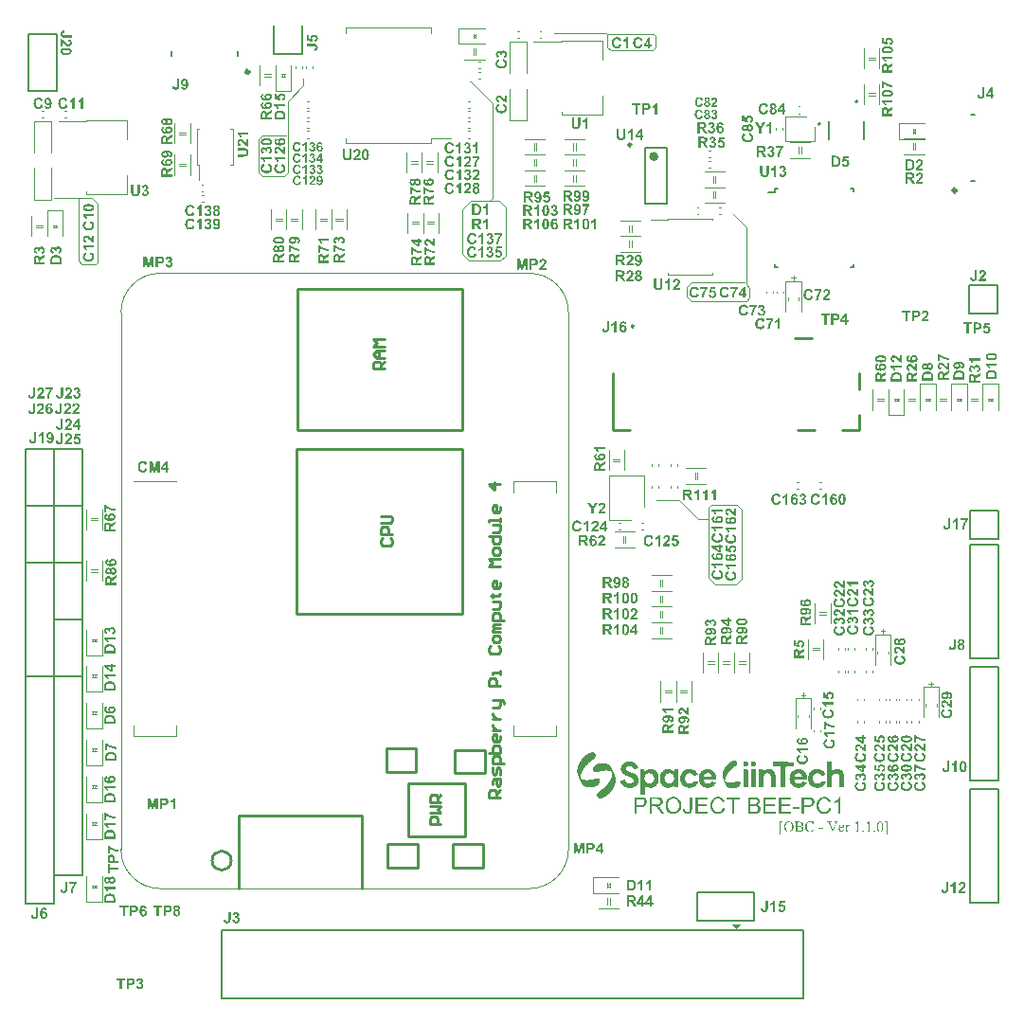
<source format=gbr>
G04*
G04 #@! TF.GenerationSoftware,Altium Limited,Altium Designer,24.9.1 (31)*
G04*
G04 Layer_Color=65535*
%FSLAX44Y44*%
%MOMM*%
G71*
G04*
G04 #@! TF.SameCoordinates,95152EAB-924E-4990-96F7-4EF775BF21D2*
G04*
G04*
G04 #@! TF.FilePolarity,Positive*
G04*
G01*
G75*
%ADD10C,0.3000*%
%ADD11C,0.2540*%
%ADD12C,0.1200*%
%ADD13C,0.2000*%
%ADD14C,0.4000*%
%ADD15C,0.2500*%
%ADD16C,0.1524*%
%ADD17C,0.1000*%
%ADD18C,0.1250*%
%ADD19C,0.1270*%
G36*
X531478Y227130D02*
X531845Y227105D01*
X531943Y227056D01*
X532017Y227081D01*
X532139Y227032D01*
X532654Y227007D01*
X532727Y226983D01*
X532972Y226909D01*
X533266Y226885D01*
X533487Y226787D01*
X533707Y226762D01*
X533756Y226713D01*
X533854Y226689D01*
X534026Y226664D01*
X534246Y226566D01*
X534344Y226542D01*
X534418Y226517D01*
X534467Y226468D01*
X534565Y226444D01*
X534712Y226419D01*
X534785Y226346D01*
X534944Y226285D01*
X535055Y226223D01*
X535214Y226162D01*
X535275Y226101D01*
X535373Y226076D01*
X535422Y226052D01*
X535496Y225978D01*
X535594Y225954D01*
X535667Y225880D01*
X535790Y225831D01*
X535863Y225758D01*
X536170Y225574D01*
X536182Y225537D01*
X536231Y225513D01*
X536366Y225403D01*
X536402Y225366D01*
X536451Y225341D01*
X536525Y225268D01*
X536574Y225243D01*
X536635Y225207D01*
X536660Y225158D01*
X536696Y225121D01*
X536745Y225096D01*
X536770Y225047D01*
X536819Y225023D01*
X536917Y224925D01*
X536966Y224900D01*
X537027Y224839D01*
X537052Y224790D01*
X537223Y224618D01*
X537248Y224569D01*
X537285Y224533D01*
X537333Y224508D01*
X537419Y224373D01*
X537468Y224324D01*
X537493Y224275D01*
X537591Y224177D01*
X537615Y224128D01*
X537652Y224067D01*
X537701Y224043D01*
X537823Y223847D01*
X537909Y223712D01*
X537983Y223638D01*
X538007Y223589D01*
X538056Y223540D01*
X538093Y223406D01*
X538142Y223357D01*
X538179Y223344D01*
X538203Y223246D01*
X538228Y223197D01*
X538301Y223124D01*
X538326Y223026D01*
X538350Y222977D01*
X538399Y222928D01*
X538461Y222769D01*
X538522Y222707D01*
X538546Y222609D01*
X538571Y222560D01*
X538620Y222511D01*
X538669Y222389D01*
X538693Y222315D01*
X538767Y222242D01*
X538804Y222083D01*
X538889Y221997D01*
X538914Y221850D01*
X538987Y221776D01*
X539049Y221617D01*
X539134Y221458D01*
X539159Y221384D01*
X539208Y221335D01*
X539257Y221213D01*
X539281Y221115D01*
X539355Y221041D01*
X539379Y220894D01*
X539453Y220821D01*
X539477Y220723D01*
X539539Y220563D01*
X539600Y220502D01*
X539624Y220355D01*
X539698Y220282D01*
X539747Y220086D01*
X539820Y220012D01*
X539857Y219853D01*
X539943Y219694D01*
X539967Y219596D01*
X540041Y219473D01*
X540090Y219326D01*
Y219302D01*
X540114Y219253D01*
X540163Y219204D01*
X540213Y219008D01*
X540286Y218885D01*
X540335Y218689D01*
X540409Y218615D01*
X540445Y218456D01*
X540531Y218297D01*
X540568Y218138D01*
X540653Y217978D01*
X540690Y217844D01*
X540727Y217807D01*
X540776Y217635D01*
X540813Y217501D01*
X540874Y217439D01*
X540899Y217341D01*
X540923Y217219D01*
X540997Y217096D01*
X541045Y216900D01*
X541095Y216851D01*
X541143Y216655D01*
X541241Y216435D01*
X541278Y216276D01*
X541364Y216116D01*
X541389Y215969D01*
X541462Y215847D01*
X541487Y215749D01*
X541511Y215602D01*
X541560Y215553D01*
X541585Y215455D01*
X541634Y215234D01*
X541683Y215185D01*
X541707Y215087D01*
X541744Y214904D01*
X541781Y214867D01*
X541830Y214695D01*
X541854Y214499D01*
X541928Y214328D01*
X541952Y214230D01*
X541977Y213960D01*
X542026Y213838D01*
X542050Y213642D01*
X542075Y213568D01*
X542099Y213029D01*
X542124Y212956D01*
X542148Y212613D01*
X542173Y212539D01*
X542148Y211755D01*
X542099Y211632D01*
X542124Y211559D01*
X542099Y211241D01*
X542075Y211167D01*
X542050Y210505D01*
X541977Y210334D01*
X541952Y210162D01*
X541928Y209844D01*
X541879Y209721D01*
X541830Y209525D01*
X541805Y209280D01*
X541732Y209109D01*
X541707Y208937D01*
X541683Y208815D01*
X541634Y208766D01*
X541609Y208594D01*
X541560Y208398D01*
X541487Y208227D01*
X541462Y208080D01*
X541389Y207957D01*
X541364Y207859D01*
X541339Y207712D01*
X541291Y207663D01*
X541217Y207369D01*
X541168Y207320D01*
X541119Y207149D01*
X541021Y206928D01*
X540984Y206793D01*
X540899Y206634D01*
X540874Y206536D01*
X540825Y206487D01*
X540776Y206365D01*
X540751Y206267D01*
X540703Y206218D01*
X540617Y205985D01*
X540555Y205924D01*
X540531Y205801D01*
X540457Y205728D01*
X540433Y205630D01*
X540359Y205507D01*
X540311Y205385D01*
X540237Y205262D01*
X540188Y205140D01*
X540163Y205091D01*
X540090Y205017D01*
X540053Y204882D01*
X540029Y204833D01*
X539980Y204809D01*
X539931Y204686D01*
X539845Y204552D01*
X539771Y204429D01*
X539649Y204208D01*
X539600Y204159D01*
X539575Y204086D01*
X539526Y204037D01*
X539428Y203865D01*
X539379Y203816D01*
X539355Y203718D01*
X539281Y203645D01*
X539208Y203522D01*
X539159Y203473D01*
X539061Y203302D01*
X538938Y203130D01*
X538730Y202824D01*
X538669Y202763D01*
X538644Y202714D01*
X538571Y202640D01*
X538473Y202469D01*
X538424Y202420D01*
X538399Y202371D01*
X538326Y202297D01*
X538301Y202248D01*
X538203Y202150D01*
X538130Y202028D01*
X538081Y201979D01*
X538056Y201930D01*
X537958Y201832D01*
X537934Y201783D01*
X537836Y201685D01*
X537811Y201636D01*
X537713Y201538D01*
X537689Y201489D01*
X537591Y201391D01*
X537566Y201342D01*
X537493Y201268D01*
X537468Y201219D01*
X537248Y200999D01*
X537223Y200950D01*
X536880Y200607D01*
X536856Y200558D01*
X536059Y199761D01*
X536010Y199737D01*
X535667Y199394D01*
X535618Y199369D01*
X535398Y199149D01*
X535349Y199124D01*
X535275Y199051D01*
X535226Y199026D01*
X535128Y198928D01*
X535079Y198904D01*
X534981Y198806D01*
X534932Y198781D01*
X534834Y198683D01*
X534785Y198659D01*
X534687Y198561D01*
X534638Y198536D01*
X534565Y198463D01*
X534442Y198389D01*
X534393Y198340D01*
X534344Y198316D01*
X534246Y198218D01*
X534197Y198193D01*
X534124Y198120D01*
X534001Y198046D01*
X533952Y197997D01*
X533842Y197936D01*
X533830Y197899D01*
X533707Y197826D01*
X533658Y197777D01*
X533536Y197703D01*
X533364Y197605D01*
X533340Y197556D01*
X533291Y197532D01*
X532984Y197323D01*
X532788Y197201D01*
X532654Y197115D01*
X532605Y197066D01*
X532445Y197005D01*
X532433Y196968D01*
X532311Y196919D01*
X532262Y196895D01*
X532188Y196821D01*
X532090Y196797D01*
X531943Y196699D01*
X531821Y196625D01*
X531698Y196576D01*
X531624Y196552D01*
X531576Y196503D01*
X531478Y196478D01*
X531355Y196429D01*
X531282Y196356D01*
X531086Y196331D01*
X530938Y196233D01*
X530767Y196208D01*
X530694Y196135D01*
X530399Y196086D01*
X530350Y196037D01*
X530154Y195988D01*
X529958Y195963D01*
X529836Y195914D01*
X529738Y195890D01*
X529419Y195865D01*
X529260Y195804D01*
X529064Y195780D01*
X527680Y195767D01*
X527508Y195841D01*
X527410Y195865D01*
X527128Y195902D01*
X526969Y195988D01*
X526773Y196012D01*
X526700Y196086D01*
X526602Y196111D01*
X526479Y196184D01*
X526308Y196282D01*
X526259Y196331D01*
X526210Y196356D01*
X526075Y196466D01*
X525781Y196760D01*
X525756Y196809D01*
X525683Y196931D01*
X525634Y196980D01*
X525609Y197078D01*
X525585Y197127D01*
X525511Y197201D01*
X525475Y197385D01*
X525413Y197495D01*
X525389Y197593D01*
X525364Y197887D01*
X525340Y197960D01*
X525364Y198598D01*
X525389Y198671D01*
X525413Y198965D01*
X525487Y199039D01*
X525511Y199210D01*
X525536Y199308D01*
X525585Y199357D01*
X525646Y199516D01*
X525732Y199676D01*
X525879Y199945D01*
X525952Y200019D01*
X526050Y200190D01*
X526173Y200362D01*
X526283Y200496D01*
X526320Y200533D01*
X526344Y200582D01*
X526442Y200680D01*
X526467Y200729D01*
X526540Y200803D01*
X526565Y200852D01*
X526602Y200913D01*
X526651Y200937D01*
X526687Y200974D01*
X526712Y201023D01*
X526810Y201097D01*
X526834Y201146D01*
X526908Y201195D01*
X526932Y201244D01*
X526969Y201280D01*
X527018Y201305D01*
X527092Y201403D01*
X527141Y201427D01*
X527190Y201501D01*
X527239Y201525D01*
X527276Y201562D01*
X527300Y201611D01*
X527398Y201685D01*
X527410Y201721D01*
X527459Y201746D01*
X527594Y201856D01*
X527704Y201966D01*
X527753Y201991D01*
X527888Y202101D01*
X527962Y202150D01*
X527986Y202199D01*
X528023Y202236D01*
X528072Y202260D01*
X528145Y202334D01*
X528194Y202358D01*
X528292Y202456D01*
X528415Y202530D01*
X528550Y202640D01*
X528586Y202677D01*
X528635Y202702D01*
X528733Y202800D01*
X528856Y202873D01*
X529027Y202996D01*
X529076Y203045D01*
X529125Y203069D01*
X529199Y203143D01*
X529321Y203192D01*
X529395Y203265D01*
X529444Y203290D01*
X529762Y203510D01*
X529811Y203535D01*
X529909Y203633D01*
X530081Y203731D01*
X530216Y203841D01*
X530350Y203927D01*
X530399Y203976D01*
X530522Y204049D01*
X530571Y204098D01*
X530657Y204135D01*
X530681Y204184D01*
X530804Y204257D01*
X530828Y204306D01*
X531024Y204429D01*
X531061Y204466D01*
X531110Y204490D01*
X531208Y204588D01*
X531257Y204613D01*
X531282Y204662D01*
X531330Y204686D01*
X531465Y204797D01*
X531502Y204833D01*
X531551Y204858D01*
X531624Y204931D01*
X531674Y204956D01*
X531747Y205029D01*
X531796Y205054D01*
X531992Y205250D01*
X532041Y205274D01*
X532102Y205336D01*
X532115Y205372D01*
X532164Y205397D01*
X532298Y205507D01*
X532531Y205740D01*
X532654Y205813D01*
X533842Y207002D01*
X533915Y207124D01*
X534112Y207320D01*
X534124Y207357D01*
X534173Y207381D01*
X534234Y207467D01*
X534332Y207565D01*
X534356Y207614D01*
X534552Y207810D01*
X534577Y207859D01*
X534675Y207957D01*
X534748Y208080D01*
X534798Y208129D01*
X534822Y208178D01*
X534920Y208276D01*
X534944Y208325D01*
X534994Y208349D01*
X535018Y208398D01*
X535128Y208533D01*
X535263Y208717D01*
X535288Y208766D01*
X535386Y208864D01*
X535410Y208913D01*
X535484Y208962D01*
X535557Y209084D01*
X535655Y209256D01*
X535704Y209280D01*
X535729Y209329D01*
X535839Y209464D01*
X535888Y209587D01*
X535974Y209672D01*
X535998Y209721D01*
X536072Y209795D01*
X536145Y209917D01*
X536243Y210089D01*
X536317Y210162D01*
X536390Y210285D01*
X536488Y210456D01*
X536537Y210505D01*
X536586Y210628D01*
X536660Y210701D01*
X536709Y210824D01*
X536758Y210873D01*
X536856Y211045D01*
X536905Y211167D01*
X536929Y211216D01*
X537027Y211314D01*
X537052Y211437D01*
X537125Y211510D01*
X537174Y211632D01*
X537223Y211681D01*
X537285Y211841D01*
X537370Y211926D01*
X537395Y212073D01*
X537468Y212147D01*
X537493Y212245D01*
X537517Y212294D01*
X537591Y212367D01*
X537627Y212527D01*
X537713Y212613D01*
X537750Y212796D01*
X537811Y212858D01*
X537860Y213029D01*
X537934Y213152D01*
X537958Y213225D01*
X538007Y213348D01*
X538056Y213397D01*
X538105Y213593D01*
X538179Y213715D01*
X538228Y213911D01*
X538277Y213960D01*
X538326Y214132D01*
X538350Y214230D01*
X538424Y214352D01*
X538448Y214524D01*
X538546Y214744D01*
X538595Y214965D01*
X538644Y215014D01*
X538669Y215112D01*
X538693Y215308D01*
X538767Y215479D01*
X538791Y215577D01*
X538816Y215749D01*
X538889Y215920D01*
X538938Y216263D01*
X538987Y216386D01*
X539012Y216484D01*
X539036Y216729D01*
X539061Y216925D01*
X539110Y217047D01*
X539134Y217219D01*
X539171Y217795D01*
X539208Y217929D01*
X539232Y218248D01*
X539257Y218321D01*
X539232Y218763D01*
X539196Y218799D01*
X539147Y218824D01*
X539073Y218897D01*
X539024Y218922D01*
X538791Y219081D01*
X538779Y219118D01*
X538730Y219142D01*
X538559Y219265D01*
X538436Y219338D01*
X538265Y219436D01*
X538019Y219583D01*
X537897Y219632D01*
X537775Y219706D01*
X537652Y219755D01*
X537554Y219779D01*
X537481Y219853D01*
X537297Y219890D01*
X537235Y219951D01*
X537076Y219988D01*
X536978Y220012D01*
X536941Y220049D01*
X536819Y220098D01*
X536598Y220122D01*
X536549Y220171D01*
X536378Y220220D01*
X536157Y220245D01*
X536035Y220294D01*
X535937Y220318D01*
X535765Y220343D01*
X535520Y220367D01*
X535398Y220416D01*
X535300Y220441D01*
X534504Y220478D01*
X534320Y220539D01*
X534246Y220514D01*
X532984Y220527D01*
X532850Y220490D01*
X532752Y220465D01*
X532249Y220453D01*
X532237Y220465D01*
X532164Y220441D01*
X531796Y220416D01*
X531747Y220392D01*
X531674Y220416D01*
X531502Y220343D01*
X531453Y220367D01*
X531380Y220343D01*
X530938Y220318D01*
X530865Y220294D01*
X530742Y220245D01*
X530644Y220220D01*
X530228Y220196D01*
X530105Y220147D01*
X529909Y220098D01*
X529615Y220073D01*
X529444Y220000D01*
X529199Y219975D01*
X529040Y219939D01*
X528880Y219877D01*
X528574Y219841D01*
X528439Y219779D01*
X528341Y219755D01*
X528072Y219730D01*
X527851Y219632D01*
X527557Y219608D01*
X527435Y219559D01*
X527239Y219510D01*
X526994Y219485D01*
X526871Y219436D01*
X526773Y219412D01*
X526528Y219387D01*
X526357Y219363D01*
X526283Y219338D01*
X526087Y219289D01*
X525695Y219265D01*
X525499Y219216D01*
X525426Y219191D01*
X525107Y219167D01*
X524715Y219142D01*
X524641Y219167D01*
X524568Y219142D01*
X524397Y219118D01*
X523906Y219142D01*
X523833Y219167D01*
X523759Y219142D01*
X523514Y219167D01*
X523294Y219191D01*
X523122Y219265D01*
X522939Y219302D01*
X522902Y219338D01*
X522779Y219387D01*
X522681Y219412D01*
X522608Y219485D01*
X522485Y219534D01*
X522387Y219632D01*
X522338Y219657D01*
X522289Y219730D01*
X522240Y219755D01*
X522204Y219792D01*
X522179Y219841D01*
X522081Y219939D01*
X522057Y220012D01*
X522007Y220061D01*
X521946Y220220D01*
X521885Y220282D01*
X521861Y220380D01*
X521836Y220576D01*
X521763Y220747D01*
X521738Y220992D01*
X521763Y221703D01*
X521836Y221874D01*
X521861Y222046D01*
X521897Y222230D01*
X521959Y222340D01*
X521983Y222438D01*
X522007Y222560D01*
X522057Y222609D01*
X522081Y222707D01*
X522142Y222867D01*
X522204Y222928D01*
X522228Y223050D01*
X522326Y223197D01*
X522351Y223295D01*
X522424Y223369D01*
X522473Y223491D01*
X522547Y223565D01*
X522596Y223687D01*
X522669Y223761D01*
X522694Y223810D01*
X522730Y223871D01*
X522767Y223883D01*
X522792Y223932D01*
X522902Y224067D01*
X522963Y224153D01*
X523012Y224202D01*
X523037Y224251D01*
X523073Y224312D01*
X523122Y224337D01*
X523282Y224496D01*
X523294Y224533D01*
X523343Y224557D01*
X523404Y224618D01*
X523416Y224655D01*
X523465Y224680D01*
X523527Y224741D01*
X523539Y224778D01*
X523588Y224802D01*
X523723Y224912D01*
X523833Y225023D01*
X523955Y225096D01*
X524005Y225145D01*
X524053Y225170D01*
X524151Y225268D01*
X524201Y225292D01*
X524274Y225366D01*
X524372Y225390D01*
X524470Y225488D01*
X524593Y225562D01*
X524813Y225684D01*
X524862Y225733D01*
X525230Y225929D01*
X525352Y225978D01*
X525401Y226003D01*
X525475Y226076D01*
X525658Y226113D01*
X525720Y226174D01*
X525952Y226260D01*
X525989Y226297D01*
X526087Y226321D01*
X526222Y226358D01*
X526259Y226395D01*
X526381Y226444D01*
X526528Y226468D01*
X526749Y226566D01*
X526896Y226591D01*
X527067Y226664D01*
X527276Y226701D01*
X527312Y226738D01*
X527435Y226787D01*
X527704Y226811D01*
X527876Y226885D01*
X528047Y226909D01*
X528268Y226934D01*
X528390Y226983D01*
X528684Y227032D01*
X529076Y227056D01*
X529248Y227130D01*
X529407Y227118D01*
X529628Y227142D01*
X530105Y227130D01*
X530179Y227154D01*
X531367Y227142D01*
X531404Y227154D01*
X531478Y227130D01*
D02*
G37*
G36*
X625391Y221712D02*
X625660Y221667D01*
X625817Y221644D01*
X626333Y221622D01*
X626401Y221599D01*
X626547Y221543D01*
X626782Y221442D01*
X627006Y221420D01*
X627186Y221397D01*
X627231Y221353D01*
X627276Y221330D01*
X627343Y221263D01*
X627455Y221218D01*
X627679Y221196D01*
X627803Y221095D01*
X627836Y221061D01*
X627994Y221016D01*
X628173Y220949D01*
X628285Y220837D01*
X628532Y220747D01*
X628667Y220612D01*
X628712Y220590D01*
X628869Y220500D01*
X628958Y220410D01*
X629160Y220298D01*
X629272Y220186D01*
X629430Y220096D01*
X629508Y220018D01*
X629530Y219973D01*
X629586Y219917D01*
X629631Y219894D01*
X629732Y219793D01*
X629755Y219748D01*
X629789Y219715D01*
X629833Y219692D01*
X629934Y219591D01*
X629957Y219547D01*
X630013Y219490D01*
X630058Y219468D01*
X630136Y219389D01*
X630159Y219345D01*
X630271Y219188D01*
X630338Y219120D01*
X630450Y218918D01*
X630563Y218806D01*
X630619Y218660D01*
X630764Y218514D01*
X630809Y218402D01*
X630832Y218312D01*
X630933Y218189D01*
X630989Y218133D01*
X631078Y217909D01*
X631168Y217774D01*
X631213Y217662D01*
X631247Y217516D01*
X631292Y217404D01*
X631348Y217325D01*
X631415Y217258D01*
X631437Y217101D01*
X631471Y216933D01*
X631550Y216809D01*
X631639Y216607D01*
X631684Y216226D01*
X631819Y215934D01*
X631864Y215755D01*
X631886Y215329D01*
X631909Y215172D01*
X631976Y215014D01*
X631998Y214925D01*
X632043Y214655D01*
X632077Y214308D01*
X632088Y212434D01*
X631998Y212277D01*
X631942Y212221D01*
X631785Y212176D01*
X620859Y212154D01*
X620780Y212075D01*
X620803Y211941D01*
X620848Y211896D01*
X620893Y211716D01*
X620915Y211447D01*
X621095Y211066D01*
X621151Y210830D01*
X621207Y210752D01*
X621252Y210707D01*
X621319Y210550D01*
X621386Y210438D01*
X621498Y210325D01*
X621554Y210180D01*
X621588Y210101D01*
X621689Y210000D01*
X621723Y209989D01*
X621745Y209944D01*
X621846Y209820D01*
X621891Y209798D01*
X621969Y209720D01*
X621992Y209675D01*
X622071Y209596D01*
X622183Y209529D01*
X622295Y209417D01*
X622542Y209282D01*
X622631Y209192D01*
X622744Y209147D01*
X622867Y209114D01*
X622990Y209035D01*
X623103Y208968D01*
X623260Y208946D01*
X623349Y208923D01*
X623529Y208901D01*
X623596Y208878D01*
X623742Y208822D01*
X623933Y208766D01*
X624022Y208744D01*
X624381Y208721D01*
X625189Y208744D01*
X625391Y208833D01*
X625548Y208856D01*
X625705Y208901D01*
X625862Y208923D01*
X625952Y208946D01*
X626131Y208968D01*
X626288Y209080D01*
X626446Y209147D01*
X626591Y209181D01*
X626670Y209237D01*
X626782Y209349D01*
X626872Y209372D01*
X627085Y209518D01*
X627141Y209574D01*
X627186Y209596D01*
X627309Y209697D01*
X627377Y209764D01*
X627388Y209798D01*
X627433Y209820D01*
X627579Y209966D01*
X627601Y210011D01*
X627679Y210067D01*
X627758Y210146D01*
X627814Y210292D01*
X627870Y210370D01*
X627982Y210482D01*
X628072Y210639D01*
X628106Y210673D01*
X628420Y210763D01*
X628554Y210740D01*
X628712Y210673D01*
X628936Y210651D01*
X629082Y210617D01*
X629205Y210539D01*
X629407Y210449D01*
X629620Y210415D01*
X629800Y210303D01*
X629945Y210247D01*
X630170Y210224D01*
X630260Y210202D01*
X630417Y210112D01*
X630619Y210023D01*
X630832Y209989D01*
X630966Y209921D01*
X631000Y209888D01*
X631112Y209843D01*
X631202Y209820D01*
X631404Y209776D01*
X631617Y209562D01*
X631662Y209450D01*
X631639Y209248D01*
X631595Y209203D01*
X631572Y209159D01*
X631527Y209136D01*
X631505Y209091D01*
X631460Y208979D01*
X631426Y208833D01*
X631393Y208800D01*
X631381Y208766D01*
X631337Y208744D01*
X631258Y208665D01*
X631224Y208542D01*
X631135Y208385D01*
X631101Y208373D01*
X631078Y208328D01*
X630989Y208172D01*
X630832Y208014D01*
X630809Y207970D01*
X630708Y207824D01*
X630663Y207801D01*
X630506Y207554D01*
X629990Y207038D01*
X629945Y207016D01*
X629822Y206915D01*
X629699Y206792D01*
X629654Y206769D01*
X629530Y206668D01*
X629452Y206590D01*
X629295Y206500D01*
X629183Y206388D01*
X629071Y206343D01*
X629026Y206320D01*
X628902Y206220D01*
X628779Y206164D01*
X628577Y206051D01*
X628510Y205984D01*
X628353Y205939D01*
X628263Y205917D01*
X628106Y205805D01*
X628061Y205760D01*
X627971Y205737D01*
X627713Y205681D01*
X627590Y205603D01*
X627388Y205513D01*
X627141Y205490D01*
X627029Y205445D01*
X626827Y205356D01*
X626670Y205311D01*
X626580D01*
X626569Y205300D01*
X626255Y205277D01*
X626008Y205232D01*
X625817Y205154D01*
X625728Y205131D01*
X625537Y205120D01*
X625526Y205131D01*
X625458Y205109D01*
X624830Y205087D01*
X623596Y205109D01*
X623529Y205131D01*
X623461Y205109D01*
X623271Y205143D01*
X623170Y205176D01*
X623080Y205199D01*
X622901Y205221D01*
X622789Y205266D01*
X622699Y205289D01*
X622250Y205311D01*
X622183Y205333D01*
X621936Y205445D01*
X621756Y205490D01*
X621599Y205513D01*
X621476Y205546D01*
X621353Y205625D01*
X621195Y205692D01*
X620960Y205748D01*
X620837Y205827D01*
X620724Y205894D01*
X620444Y205995D01*
X620365Y206074D01*
X620321Y206096D01*
X620208Y206141D01*
X620051Y206231D01*
X619962Y206320D01*
X619737Y206410D01*
X619625Y206522D01*
X619580Y206545D01*
X619423Y206635D01*
X619367Y206713D01*
X619311Y206769D01*
X619266Y206792D01*
X619143Y206893D01*
X619064Y206971D01*
X619019Y206994D01*
X618918Y207095D01*
X618896Y207139D01*
X618862Y207173D01*
X618817Y207195D01*
X618716Y207297D01*
X618694Y207341D01*
X618638Y207397D01*
X618593Y207420D01*
X618492Y207521D01*
X618470Y207566D01*
X618436Y207599D01*
X618391Y207622D01*
X618290Y207723D01*
X618268Y207768D01*
X618133Y207902D01*
X618111Y207947D01*
X618010Y208071D01*
X617931Y208149D01*
X617909Y208194D01*
X617797Y208396D01*
X617707Y208486D01*
X617662Y208598D01*
X617572Y208755D01*
X617505Y208822D01*
X617460Y208934D01*
X617404Y209080D01*
X617348Y209159D01*
X617281Y209226D01*
X617236Y209383D01*
X617213Y209473D01*
X617146Y209585D01*
X617056Y209720D01*
X617034Y209877D01*
X617000Y210000D01*
X616922Y210123D01*
X616832Y210325D01*
X616787Y210707D01*
X616630Y211043D01*
X616607Y211133D01*
X616574Y211660D01*
X616551Y211750D01*
X616495Y211941D01*
X616473Y212031D01*
X616439Y212176D01*
X616417Y212558D01*
X616394Y212670D01*
X616383Y214207D01*
X616405Y214274D01*
X616428Y214566D01*
X616450Y214768D01*
X616495Y214880D01*
X616518Y215104D01*
X616585Y215261D01*
X616607Y215620D01*
X616630Y215845D01*
X616764Y216136D01*
X616809Y216316D01*
X616832Y216585D01*
X616933Y216708D01*
X616966Y216742D01*
X617011Y216899D01*
X617034Y216989D01*
X617056Y217146D01*
X617168Y217303D01*
X617258Y217505D01*
X617281Y217617D01*
X617393Y217729D01*
X617460Y217886D01*
X617494Y218010D01*
X617527Y218043D01*
X617550Y218088D01*
X617617Y218155D01*
X617662Y218268D01*
X617752Y218425D01*
X617864Y218537D01*
X617953Y218694D01*
X618021Y218761D01*
X618043Y218806D01*
X618189Y219019D01*
X618312Y219143D01*
X618335Y219188D01*
X618414Y219289D01*
X618458Y219311D01*
X618514Y219367D01*
X618537Y219412D01*
X618638Y219513D01*
X618683Y219535D01*
X618739Y219591D01*
X618761Y219636D01*
X618862Y219737D01*
X618907Y219760D01*
X618963Y219816D01*
X618986Y219861D01*
X619019Y219894D01*
X619188Y219995D01*
X619210Y220040D01*
X619288Y220119D01*
X619445Y220208D01*
X619569Y220309D01*
X619748Y220422D01*
X619793Y220444D01*
X619816Y220489D01*
X619849Y220522D01*
X619894Y220545D01*
X620006Y220590D01*
X620119Y220657D01*
X620186Y220724D01*
X620298Y220769D01*
X620388Y220792D01*
X620545Y220881D01*
X620612Y220949D01*
X620724Y220994D01*
X620859Y221016D01*
X621106Y221173D01*
X621195Y221196D01*
X621353Y221218D01*
X621532Y221263D01*
X621577Y221308D01*
X621622Y221330D01*
X621779Y221397D01*
X621869Y221420D01*
X622172Y221454D01*
X622284Y221498D01*
X622430Y221577D01*
X622609Y221622D01*
X622901Y221644D01*
X623461Y221667D01*
X623619Y221734D01*
X623899Y221723D01*
X625324Y221734D01*
X625391Y221712D01*
D02*
G37*
G36*
X609282Y221689D02*
X609372Y221667D01*
X609731Y221644D01*
X610179Y221622D01*
X610247Y221599D01*
X610393Y221566D01*
X610673Y221442D01*
X611021Y221409D01*
X611200Y221341D01*
X611234Y221308D01*
X611391Y221240D01*
X611548Y221218D01*
X611638Y221196D01*
X611750Y221151D01*
X611795Y221106D01*
X611840Y221083D01*
X611885Y221038D01*
X612154Y220971D01*
X612277Y220870D01*
X612333Y220814D01*
X612479Y220781D01*
X612591Y220736D01*
X612715Y220612D01*
X612962Y220478D01*
X613051Y220388D01*
X613253Y220276D01*
X613365Y220163D01*
X613478Y220096D01*
X613680Y219894D01*
X613724Y219872D01*
X613758Y219838D01*
X613781Y219793D01*
X613881Y219692D01*
X613926Y219670D01*
X613982Y219614D01*
X614005Y219569D01*
X614207Y219367D01*
X614274Y219255D01*
X614386Y219143D01*
X614498Y218941D01*
X614611Y218829D01*
X614655Y218716D01*
X614723Y218604D01*
X614813Y218514D01*
X614857Y218402D01*
X614891Y218279D01*
X615059Y218111D01*
X615115Y217875D01*
X615172Y217796D01*
X615261Y217707D01*
X615284Y217617D01*
X615306Y217460D01*
X615362Y217314D01*
X615418Y217258D01*
X615441Y217213D01*
X615486Y217101D01*
X615508Y216944D01*
X615486Y216764D01*
X615228Y216506D01*
X615003Y216484D01*
X614869Y216462D01*
X614711Y216349D01*
X614532Y216304D01*
X614375Y216282D01*
X614162Y216248D01*
X614072Y216226D01*
X613893Y216114D01*
X613769Y216080D01*
X613612Y216058D01*
X613399Y216024D01*
X613287Y215979D01*
X613253Y215945D01*
X613096Y215878D01*
X612939Y215856D01*
X612726Y215822D01*
X612603Y215788D01*
X612333Y215811D01*
X612266Y215833D01*
X612120Y215867D01*
X611986Y215957D01*
X611873Y216069D01*
X611817Y216215D01*
X611694Y216338D01*
X611671Y216383D01*
X611582Y216540D01*
X611470Y216652D01*
X611447Y216697D01*
X611324Y216865D01*
X611279Y216888D01*
X611178Y216989D01*
X611155Y217034D01*
X611099Y217090D01*
X611054Y217112D01*
X610953Y217213D01*
X610931Y217258D01*
X610897Y217292D01*
X610740Y217359D01*
X610695Y217381D01*
X610572Y217482D01*
X610538Y217516D01*
X610426Y217561D01*
X610280Y217617D01*
X610247Y217651D01*
X610202Y217673D01*
X610157Y217718D01*
X610045Y217763D01*
X609854Y217796D01*
X609742Y217819D01*
X609652Y217841D01*
X609540Y217886D01*
X609282Y217965D01*
X609192Y217987D01*
X608228Y218010D01*
X607543Y217976D01*
X607364Y217909D01*
X607240Y217853D01*
X607083Y217808D01*
X606758Y217752D01*
X606679Y217718D01*
X606612Y217651D01*
X606567Y217628D01*
X606455Y217583D01*
X606309Y217550D01*
X606197Y217460D01*
X606175Y217415D01*
X606074Y217359D01*
X605962Y217314D01*
X605917Y217292D01*
X605782Y217157D01*
X605670Y217090D01*
X605591Y217011D01*
X605569Y216966D01*
X605535Y216933D01*
X605490Y216910D01*
X605389Y216809D01*
X605367Y216764D01*
X605311Y216708D01*
X605266Y216686D01*
X605187Y216607D01*
X605165Y216562D01*
X605064Y216439D01*
X605008Y216383D01*
X604918Y216159D01*
X604817Y216035D01*
X604761Y215979D01*
X604728Y215833D01*
X604672Y215688D01*
X604604Y215620D01*
X604559Y215508D01*
X604514Y215329D01*
X604481Y215138D01*
X604447Y215059D01*
X604357Y214925D01*
X604335Y214835D01*
X604313Y214678D01*
X604279Y214240D01*
X604256Y213769D01*
X604212Y213657D01*
X604156Y213534D01*
X604178Y213309D01*
X604245Y213152D01*
X604268Y212928D01*
X604290Y212389D01*
X604313Y212322D01*
X604335Y211986D01*
X604425Y211828D01*
X604492Y211672D01*
X604514Y211514D01*
X604548Y211346D01*
X604604Y211268D01*
X604649Y211223D01*
X604672Y211178D01*
X604739Y211021D01*
X604761Y210909D01*
X604862Y210785D01*
X604896Y210752D01*
X604986Y210527D01*
X605165Y210348D01*
X605255Y210191D01*
X605412Y210034D01*
X605434Y209989D01*
X605580Y209843D01*
X605625Y209820D01*
X605748Y209720D01*
X605872Y209596D01*
X606029Y209506D01*
X606119Y209417D01*
X606231Y209372D01*
X606377Y209316D01*
X606478Y209215D01*
X606590Y209170D01*
X606747Y209147D01*
X606837Y209125D01*
X607173Y208968D01*
X607330Y208946D01*
X608228Y208878D01*
X608295Y208856D01*
X608676Y208878D01*
X608744Y208901D01*
X609450Y208934D01*
X609652Y208957D01*
X609832Y209069D01*
X609978Y209125D01*
X610213Y209181D01*
X610336Y209260D01*
X610404Y209327D01*
X610516Y209372D01*
X610639Y209405D01*
X610673Y209439D01*
X610718Y209462D01*
X610830Y209574D01*
X610942Y209641D01*
X611099Y209798D01*
X611144Y209820D01*
X611245Y209921D01*
X611268Y209966D01*
X611346Y210023D01*
X611402Y210079D01*
X611425Y210123D01*
X611526Y210269D01*
X611571Y210292D01*
X611604Y210325D01*
X611649Y210438D01*
X611671Y210527D01*
X611828Y210684D01*
X611862Y210808D01*
X611907Y210920D01*
X611941Y210954D01*
X611963Y210998D01*
X612019Y211054D01*
X612064Y211077D01*
X612154Y211167D01*
X612199Y211189D01*
X612356Y211256D01*
X612558Y211234D01*
X612603Y211189D01*
X612760Y211122D01*
X612984Y211099D01*
X613332Y211043D01*
X613444Y210998D01*
X613590Y210920D01*
X613680Y210897D01*
X613904Y210875D01*
X614207Y210841D01*
X614319Y210797D01*
X614554Y210695D01*
X614711Y210673D01*
X614936Y210651D01*
X615082Y210617D01*
X615194Y210572D01*
X615385Y210494D01*
X615474Y210471D01*
X615620Y210438D01*
X615687Y210393D01*
X615732Y210280D01*
X615710Y209764D01*
X615598Y209607D01*
X615553Y209562D01*
X615508Y209405D01*
X615486Y209248D01*
X615373Y209136D01*
X615351Y209091D01*
X615306Y208979D01*
X615284Y208889D01*
X615216Y208777D01*
X615104Y208665D01*
X615070Y208542D01*
X614981Y208385D01*
X614947Y208373D01*
X614925Y208328D01*
X614813Y208127D01*
X614779Y208093D01*
X614734Y208071D01*
X614678Y208014D01*
X614588Y207857D01*
X614532Y207801D01*
X614498Y207790D01*
X614476Y207745D01*
X614386Y207588D01*
X613635Y206837D01*
X613590Y206814D01*
X613433Y206724D01*
X613399Y206691D01*
X613377Y206646D01*
X613242Y206556D01*
X613163Y206500D01*
X613107Y206444D01*
X613096Y206410D01*
X613051Y206388D01*
X612804Y206253D01*
X612760Y206208D01*
X612535Y206119D01*
X612457Y206063D01*
X612434Y206018D01*
X612401Y205984D01*
X612289Y205939D01*
X612086Y205894D01*
X611862Y205737D01*
X611649Y205704D01*
X611559Y205681D01*
X611436Y205603D01*
X611234Y205513D01*
X610987Y205490D01*
X610875Y205445D01*
X610673Y205356D01*
X610516Y205311D01*
X610224Y205289D01*
X609955Y205266D01*
X609843Y205221D01*
X609574Y205154D01*
X609417Y205131D01*
X609316Y205120D01*
X609170Y205131D01*
X609103Y205109D01*
X608878Y205087D01*
X607016Y205109D01*
X606769Y205221D01*
X606500Y205244D01*
X606433Y205266D01*
X606343Y205289D01*
X605939Y205311D01*
X605872Y205333D01*
X605726Y205389D01*
X605625Y205445D01*
X605468Y205490D01*
X605109Y205535D01*
X604986Y205636D01*
X604952Y205670D01*
X604772Y205715D01*
X604571Y205760D01*
X604324Y205917D01*
X604178Y205950D01*
X603998Y206063D01*
X603965Y206096D01*
X603718Y206186D01*
X603583Y206320D01*
X603471Y206365D01*
X603381Y206388D01*
X603280Y206466D01*
X603258Y206511D01*
X603011Y206668D01*
X602910Y206769D01*
X602865Y206792D01*
X602686Y206971D01*
X602641Y206994D01*
X602450Y207117D01*
X602428Y207162D01*
X602282Y207308D01*
X602237Y207330D01*
X602125Y207465D01*
X602058Y207532D01*
X602024Y207543D01*
X602002Y207588D01*
X601957Y207633D01*
X601934Y207678D01*
X601889Y207723D01*
X601867Y207768D01*
X601755Y207880D01*
X601732Y207925D01*
X601631Y208048D01*
X601553Y208127D01*
X601441Y208328D01*
X601362Y208385D01*
X601306Y208486D01*
X601261Y208598D01*
X601160Y208721D01*
X601127Y208755D01*
X601048Y208968D01*
X601014Y209002D01*
X600992Y209046D01*
X600925Y209114D01*
X600880Y209226D01*
X600846Y209349D01*
X600790Y209428D01*
X600723Y209495D01*
X600678Y209607D01*
X600644Y209820D01*
X600622Y209910D01*
X600543Y210034D01*
X600476Y210101D01*
X600431Y210415D01*
X600397Y210539D01*
X600274Y210774D01*
X600252Y210864D01*
X600229Y211021D01*
X600207Y211335D01*
X600117Y211559D01*
X600072Y211739D01*
X600061Y211817D01*
X600050Y211828D01*
X600027Y212188D01*
X600005Y212748D01*
X600027Y214970D01*
X600050Y215037D01*
X600072Y215149D01*
X600162Y215351D01*
X600184Y215508D01*
X600207Y215598D01*
X600229Y215822D01*
X600252Y215979D01*
X600285Y216103D01*
X600409Y216338D01*
X600431Y216428D01*
X600453Y216585D01*
X600476Y216720D01*
X600633Y216966D01*
X600678Y217258D01*
X600812Y217393D01*
X600857Y217505D01*
X600891Y217651D01*
X600925Y217729D01*
X601037Y217841D01*
X601127Y218088D01*
X601228Y218212D01*
X601261Y218245D01*
X601396Y218492D01*
X601486Y218582D01*
X601598Y218784D01*
X601732Y218918D01*
X601800Y219030D01*
X601957Y219188D01*
X601979Y219232D01*
X602013Y219266D01*
X602058Y219289D01*
X602159Y219389D01*
X602181Y219434D01*
X602237Y219490D01*
X602282Y219513D01*
X602383Y219614D01*
X602405Y219659D01*
X602462Y219715D01*
X602506Y219737D01*
X602607Y219838D01*
X602630Y219883D01*
X602753Y219962D01*
X602809Y219995D01*
X602832Y220040D01*
X602933Y220141D01*
X603090Y220231D01*
X603180Y220320D01*
X603292Y220365D01*
X603404Y220433D01*
X603516Y220545D01*
X603628Y220590D01*
X603785Y220679D01*
X603853Y220747D01*
X603942Y220769D01*
X604088Y220825D01*
X604223Y220938D01*
X604369Y220994D01*
X604514Y221027D01*
X604649Y221117D01*
X604683Y221151D01*
X604795Y221196D01*
X605120Y221252D01*
X605300Y221364D01*
X605490Y221420D01*
X605782Y221442D01*
X606029Y221555D01*
X606208Y221599D01*
X606365Y221622D01*
X606657Y221644D01*
X607106Y221667D01*
X607263Y221734D01*
X607543Y221723D01*
X609170Y221734D01*
X609282Y221689D01*
D02*
G37*
G36*
X589853Y221712D02*
X590122Y221667D01*
X590279Y221644D01*
X590750Y221622D01*
X590817Y221599D01*
X591064Y221487D01*
X591221Y221442D01*
X591446Y221420D01*
X591603Y221330D01*
X591670Y221263D01*
X591816Y221229D01*
X591928Y221207D01*
X592040Y221162D01*
X592208Y221038D01*
X592365Y220994D01*
X592522Y220904D01*
X592567Y220859D01*
X592612Y220837D01*
X592859Y220702D01*
X592971Y220590D01*
X593128Y220500D01*
X593240Y220388D01*
X593397Y220298D01*
X593453Y220264D01*
X593476Y220220D01*
X593644Y220051D01*
X593678Y220040D01*
X593700Y219995D01*
X593779Y219939D01*
X593880Y219838D01*
X593902Y219793D01*
X594003Y219670D01*
X594071Y219603D01*
X594160Y219580D01*
X594239Y219659D01*
X594261Y219816D01*
X594239Y219883D01*
X594261Y220152D01*
X594306Y220264D01*
X594328Y220354D01*
X594351Y221050D01*
X594373Y221117D01*
X594396Y221207D01*
X594452Y221353D01*
X594497Y221397D01*
X594586Y221420D01*
X594744Y221442D01*
X597952Y221420D01*
X598008Y221386D01*
X598031Y221341D01*
X598143Y221095D01*
Y209562D01*
Y209540D01*
X598120Y205659D01*
X598042Y205513D01*
X597997Y205490D01*
X597885Y205445D01*
X597660Y205423D01*
X594631Y205445D01*
X594441Y205546D01*
X594351Y205771D01*
X594328Y205861D01*
X594306Y206556D01*
X594261Y206668D01*
X594239Y206825D01*
X594261Y207162D01*
X594183Y207263D01*
X594048Y207240D01*
X593970Y207162D01*
X593902Y207050D01*
X593790Y206938D01*
X593768Y206893D01*
X593667Y206792D01*
X593622Y206769D01*
X593465Y206612D01*
X593353Y206545D01*
X593195Y206388D01*
X592994Y206276D01*
X592904Y206186D01*
X592702Y206074D01*
X592612Y205984D01*
X592500Y205939D01*
X592410Y205917D01*
X592253Y205827D01*
X592186Y205760D01*
X592029Y205715D01*
X591939Y205692D01*
X591894Y205670D01*
X591771Y205569D01*
X591647Y205513D01*
X591401Y205490D01*
X591244Y205401D01*
X591042Y205311D01*
X590817Y205289D01*
X590526Y205266D01*
X590324Y205176D01*
X590167Y205154D01*
X590077Y205131D01*
X589785Y205109D01*
X589561Y205087D01*
X588282Y205109D01*
X588215Y205131D01*
X588147Y205109D01*
X587968Y205131D01*
X587856Y205176D01*
X587407Y205289D01*
X587026Y205311D01*
X586644Y205490D01*
X586420Y205513D01*
X586297Y205546D01*
X586195Y205647D01*
X586083Y205692D01*
X585825Y205748D01*
X585747Y205805D01*
X585702Y205849D01*
X585657Y205872D01*
X585545Y205917D01*
X585399Y205973D01*
X585365Y206006D01*
X585321Y206029D01*
X585253Y206096D01*
X585029Y206186D01*
X584894Y206320D01*
X584692Y206433D01*
X584659Y206466D01*
X584636Y206511D01*
X584468Y206612D01*
X584423Y206635D01*
X584288Y206769D01*
X584131Y206859D01*
X584019Y206994D01*
X583896Y207095D01*
X583851Y207139D01*
X583829Y207184D01*
X583795Y207218D01*
X583750Y207240D01*
X583649Y207341D01*
X583559Y207498D01*
X583447Y207611D01*
X583425Y207656D01*
X583324Y207779D01*
X583268Y207835D01*
X583245Y207880D01*
X583156Y208037D01*
X582998Y208194D01*
X582976Y208284D01*
X582774Y208575D01*
X582752Y208665D01*
X582651Y208789D01*
X582617Y208822D01*
X582572Y208934D01*
X582538Y209080D01*
X582482Y209159D01*
X582415Y209226D01*
X582370Y209338D01*
X582348Y209495D01*
X582292Y209641D01*
X582236Y209697D01*
X582213Y209742D01*
X582146Y209899D01*
X582112Y210157D01*
X582067Y210269D01*
X581966Y210460D01*
X581944Y210550D01*
X581922Y210707D01*
X581899Y210954D01*
X581877Y211021D01*
X581742Y211447D01*
X581720Y211604D01*
X581697Y211896D01*
X581675Y212389D01*
X581607Y212547D01*
X581630Y212906D01*
X581652Y214409D01*
X581675Y214476D01*
X581697Y214633D01*
X581720Y215396D01*
X581742Y215463D01*
X581764Y215598D01*
X581854Y215755D01*
X581899Y215867D01*
X581922Y216024D01*
X581944Y216338D01*
X582123Y216720D01*
X582157Y217000D01*
X582236Y217123D01*
X582303Y217191D01*
X582337Y217337D01*
X582359Y217471D01*
X582393Y217550D01*
X582494Y217673D01*
X582550Y217796D01*
X582572Y217886D01*
X582662Y218043D01*
X582752Y218178D01*
X582785Y218301D01*
X582819Y218380D01*
X582976Y218537D01*
X583010Y218660D01*
X583088Y218784D01*
X583200Y218896D01*
X583290Y219053D01*
X583380Y219120D01*
X583402Y219165D01*
X583559Y219367D01*
X584311Y220119D01*
X584423Y220186D01*
X584580Y220343D01*
X584737Y220433D01*
X584771Y220466D01*
X584793Y220511D01*
X585062Y220646D01*
X585163Y220747D01*
X585276Y220792D01*
X585433Y220881D01*
X585500Y220949D01*
X585657Y220994D01*
X585803Y221050D01*
X585881Y221128D01*
X585926Y221151D01*
X586039Y221196D01*
X586128Y221218D01*
X586263Y221240D01*
X586420Y221330D01*
X586532Y221397D01*
X586622Y221420D01*
X587003Y221465D01*
X587295Y221599D01*
X587519Y221622D01*
X587609Y221644D01*
X588147Y221667D01*
X588304Y221734D01*
X588585Y221723D01*
X589785Y221734D01*
X589853Y221712D01*
D02*
G37*
G36*
X555481Y228510D02*
X555548Y228487D01*
X555862Y228465D01*
X555974Y228420D01*
X556199Y228398D01*
X556356Y228330D01*
X556849Y228308D01*
X556917Y228285D01*
X557062Y228229D01*
X557298Y228128D01*
X557623Y228072D01*
X557904Y227926D01*
X558162Y227870D01*
X558285Y227792D01*
X558330Y227747D01*
X558442Y227702D01*
X558588Y227668D01*
X558712Y227590D01*
X558779Y227523D01*
X558891Y227478D01*
X559037Y227421D01*
X559183Y227276D01*
X559272Y227253D01*
X559430Y227164D01*
X559519Y227074D01*
X559676Y226984D01*
X559833Y226827D01*
X559878Y226805D01*
X560002Y226703D01*
X560103Y226603D01*
X560147Y226580D01*
X560204Y226502D01*
X560327Y226378D01*
X560361Y226367D01*
X560383Y226322D01*
X560551Y226154D01*
X560585Y226143D01*
X560607Y226098D01*
X560764Y225941D01*
X560787Y225896D01*
X560888Y225772D01*
X561011Y225649D01*
X561101Y225492D01*
X561191Y225402D01*
X561247Y225256D01*
X561281Y225178D01*
X561415Y225043D01*
X561460Y224931D01*
X561550Y224774D01*
X561617Y224707D01*
X561662Y224550D01*
X561752Y224393D01*
X561819Y224325D01*
X561864Y224213D01*
X561897Y224045D01*
X561942Y223933D01*
X561976Y223899D01*
X561998Y223854D01*
X562066Y223697D01*
X562088Y223607D01*
X562133Y223405D01*
X562268Y223181D01*
X562290Y223091D01*
X562313Y222800D01*
X562290Y222598D01*
X562234Y222542D01*
X561808Y222340D01*
X561583Y222317D01*
X561269Y222272D01*
X560933Y222115D01*
X560776Y222093D01*
X560506Y222071D01*
X560215Y221936D01*
X560035Y221891D01*
X559710Y221857D01*
X559598Y221835D01*
X559486Y221790D01*
X559452Y221756D01*
X559228Y221689D01*
X559071Y221667D01*
X558790Y221633D01*
X558611Y221566D01*
X558577Y221532D01*
X558420Y221510D01*
X558308Y221532D01*
X558173Y221667D01*
X558128Y221689D01*
X558050Y221768D01*
X558005Y221925D01*
X557971Y222048D01*
X557893Y222171D01*
X557803Y222373D01*
X557758Y222486D01*
X557623Y222620D01*
X557579Y222732D01*
X557556Y222822D01*
X557455Y222945D01*
X557399Y223002D01*
X557377Y223046D01*
X557276Y223170D01*
X557231Y223215D01*
X557197Y223226D01*
X557175Y223271D01*
X557029Y223417D01*
X556984Y223439D01*
X556928Y223518D01*
X556827Y223619D01*
X556782Y223641D01*
X556625Y223798D01*
X556535Y223820D01*
X556378Y223933D01*
X556333Y223978D01*
X556176Y224023D01*
X555997Y224090D01*
X555840Y224179D01*
X555660Y224224D01*
X555503Y224247D01*
X555010Y224292D01*
X554830Y224314D01*
X554673Y224381D01*
X554157Y224359D01*
X554112Y224314D01*
X554022Y224292D01*
X553529Y224269D01*
X553461Y224247D01*
X553125Y224224D01*
X552789Y224067D01*
X552699Y224045D01*
X552575Y224011D01*
X552463Y223966D01*
X552362Y223865D01*
X552205Y223798D01*
X552048Y223708D01*
X551936Y223596D01*
X551824Y223529D01*
X551790Y223495D01*
X551768Y223450D01*
X551723Y223405D01*
X551700Y223361D01*
X551622Y223305D01*
X551588Y223271D01*
X551521Y223114D01*
X551431Y222957D01*
X551386Y222912D01*
X551341Y222800D01*
X551319Y222575D01*
X551341Y221611D01*
X551487Y221397D01*
X551543Y221252D01*
X551633Y221095D01*
X551723Y221005D01*
X551813Y220848D01*
X551891Y220769D01*
X551936Y220747D01*
X551970Y220713D01*
X551992Y220668D01*
X552093Y220567D01*
X552138Y220545D01*
X552295Y220388D01*
X552340Y220365D01*
X552497Y220253D01*
X552631Y220163D01*
X552833Y220051D01*
X552923Y219962D01*
X553080Y219917D01*
X553192Y219849D01*
X553282Y219760D01*
X553439Y219715D01*
X553607Y219681D01*
X553686Y219625D01*
X553776Y219535D01*
X553955Y219490D01*
X554135Y219468D01*
X554292Y219356D01*
X554449Y219289D01*
X554538Y219266D01*
X554718Y219244D01*
X554763Y219199D01*
X554808Y219176D01*
X554875Y219109D01*
X555021Y219075D01*
X555200Y219053D01*
X555312Y219030D01*
X555492Y218918D01*
X555638Y218862D01*
X556008Y218806D01*
X556098Y218784D01*
X556232Y218694D01*
X556356Y218638D01*
X556636Y218604D01*
X556726Y218582D01*
X556861Y218492D01*
X556962Y218436D01*
X557119Y218414D01*
X557264Y218380D01*
X557388Y218301D01*
X557590Y218212D01*
X557780Y218178D01*
X557960Y218066D01*
X558083Y218010D01*
X558319Y217953D01*
X558442Y217875D01*
X558487Y217830D01*
X558599Y217785D01*
X558745Y217752D01*
X558869Y217673D01*
X558936Y217606D01*
X559093Y217561D01*
X559183Y217539D01*
X559306Y217437D01*
X559317Y217404D01*
X559362Y217381D01*
X559474Y217337D01*
X559620Y217281D01*
X559744Y217157D01*
X559856Y217112D01*
X559901Y217090D01*
X560024Y216989D01*
X560080Y216933D01*
X560237Y216843D01*
X560293Y216809D01*
X560304Y216776D01*
X560349Y216753D01*
X560484Y216663D01*
X560529Y216641D01*
X560641Y216506D01*
X560798Y216394D01*
X560832Y216361D01*
X560854Y216316D01*
X560888Y216282D01*
X560933Y216260D01*
X561034Y216159D01*
X561056Y216114D01*
X561112Y216058D01*
X561157Y216035D01*
X561258Y215934D01*
X561281Y215889D01*
X561437Y215732D01*
X561460Y215688D01*
X561561Y215564D01*
X561639Y215486D01*
X561696Y215340D01*
X561752Y215261D01*
X561819Y215194D01*
X561841Y215149D01*
X561976Y214902D01*
X562043Y214835D01*
X562088Y214678D01*
X562144Y214532D01*
X562200Y214454D01*
X562268Y214386D01*
X562301Y214240D01*
X562324Y214128D01*
X562346Y214039D01*
X562470Y213803D01*
X562514Y213646D01*
X562537Y213264D01*
X562672Y212973D01*
X562705Y212647D01*
X562728Y212535D01*
X562739Y210707D01*
X562716Y210639D01*
X562694Y210303D01*
X562537Y209966D01*
X562514Y209742D01*
X562492Y209585D01*
X562402Y209428D01*
X562357Y209383D01*
X562313Y209203D01*
X562290Y209046D01*
X562189Y208923D01*
X562133Y208867D01*
X562111Y208777D01*
X562077Y208654D01*
X562043Y208575D01*
X562010Y208519D01*
X561965Y208497D01*
X561886Y208351D01*
X561830Y208205D01*
X561707Y208082D01*
X561684Y208037D01*
X561617Y207925D01*
X561460Y207768D01*
X561437Y207723D01*
X561337Y207599D01*
X561236Y207498D01*
X561213Y207453D01*
X561135Y207397D01*
X561011Y207274D01*
X561000Y207240D01*
X560955Y207218D01*
X560787Y207050D01*
X560776Y207016D01*
X560731Y206994D01*
X560551Y206814D01*
X560439Y206747D01*
X560282Y206590D01*
X560125Y206500D01*
X560035Y206410D01*
X559811Y206320D01*
X559654Y206164D01*
X559530Y206130D01*
X559418Y206085D01*
X559340Y206006D01*
X559183Y205939D01*
X559059Y205905D01*
X558936Y205827D01*
X558869Y205760D01*
X558689Y205715D01*
X558521Y205681D01*
X558487Y205647D01*
X558442Y205625D01*
X558375Y205558D01*
X558263Y205513D01*
X557994Y205490D01*
X557612Y205311D01*
X557321Y205289D01*
X557141Y205266D01*
X556849Y205131D01*
X556760Y205109D01*
X556468Y205087D01*
X555974Y205064D01*
X555705Y205042D01*
X555638Y205019D01*
X555548Y204997D01*
X553854Y204986D01*
X553764Y205008D01*
X553641Y205064D01*
X552833Y205087D01*
X552766Y205109D01*
X552676Y205131D01*
X552317Y205244D01*
X552228Y205266D01*
X552071Y205289D01*
X551790Y205322D01*
X551700Y205345D01*
X551566Y205434D01*
X551420Y205490D01*
X551128Y205535D01*
X550915Y205681D01*
X550792Y205715D01*
X550612Y205760D01*
X550489Y205861D01*
X550365Y205917D01*
X550242Y205950D01*
X550163Y205984D01*
X550051Y206096D01*
X549894Y206164D01*
X549782Y206231D01*
X549737Y206276D01*
X549692Y206298D01*
X549445Y206433D01*
X549333Y206545D01*
X549288Y206567D01*
X549131Y206679D01*
X549042Y206769D01*
X548997Y206792D01*
X548873Y206893D01*
X548817Y206949D01*
X548772Y206971D01*
X548660Y207083D01*
X548615Y207106D01*
X548559Y207184D01*
X548436Y207308D01*
X548391Y207330D01*
X548335Y207409D01*
X548212Y207532D01*
X548178Y207543D01*
X548155Y207588D01*
X548111Y207633D01*
X548088Y207678D01*
X548043Y207723D01*
X548021Y207768D01*
X547909Y207880D01*
X547886Y207925D01*
X547785Y208048D01*
X547707Y208127D01*
X547617Y208284D01*
X547460Y208441D01*
X547438Y208531D01*
X547258Y208800D01*
X547202Y208946D01*
X547168Y208979D01*
X547146Y209024D01*
X547056Y209114D01*
X547034Y209203D01*
X546989Y209316D01*
X546888Y209439D01*
X546854Y209473D01*
X546832Y209562D01*
X546809Y209720D01*
X546720Y209877D01*
X546652Y209944D01*
X546607Y210056D01*
X546574Y210247D01*
X546518Y210393D01*
X546473Y210438D01*
X546450Y210482D01*
X546405Y210595D01*
X546383Y210752D01*
X546349Y210920D01*
X546293Y211111D01*
X546316Y211245D01*
X546450Y211492D01*
X546574Y211526D01*
X546820Y211548D01*
X546978Y211638D01*
X547090Y211683D01*
X547179Y211705D01*
X547337Y211728D01*
X547639Y211761D01*
X547752Y211806D01*
X547897Y211885D01*
X547987Y211907D01*
X548301Y211952D01*
X548548Y211974D01*
X548660Y212019D01*
X548862Y212109D01*
X549019Y212154D01*
X549412Y212188D01*
X549524Y212210D01*
X549804Y212333D01*
X550085Y212345D01*
X550163Y212311D01*
X550219Y212255D01*
X550242Y212210D01*
X550399Y212053D01*
X550444Y211941D01*
X550478Y211772D01*
X550522Y211660D01*
X550556Y211627D01*
X550578Y211582D01*
X550623Y211537D01*
X550668Y211425D01*
X550724Y211279D01*
X550758Y211245D01*
X550780Y211200D01*
X550848Y211133D01*
X550915Y210976D01*
X550938Y210931D01*
X551072Y210797D01*
X551162Y210639D01*
X551297Y210505D01*
X551319Y210460D01*
X551420Y210314D01*
X551465Y210292D01*
X551510Y210247D01*
X551554Y210224D01*
X551678Y210123D01*
X551756Y210045D01*
X551801Y210023D01*
X551846Y209978D01*
X551891Y209955D01*
X551947Y209899D01*
X551958Y209865D01*
X552003Y209843D01*
X552250Y209708D01*
X552317Y209641D01*
X552430Y209596D01*
X552575Y209562D01*
X552654Y209529D01*
X552856Y209394D01*
X552946Y209372D01*
X553260Y209349D01*
X553372Y209305D01*
X553495Y209271D01*
X553641Y209215D01*
X553820Y209170D01*
X554651Y209147D01*
X555772Y209170D01*
X555840Y209192D01*
X556053Y209271D01*
X556176Y209305D01*
X556266Y209327D01*
X556423Y209349D01*
X556748Y209405D01*
X556883Y209495D01*
X557074Y209574D01*
X557220Y209607D01*
X557332Y209675D01*
X557354Y209720D01*
X557388Y209753D01*
X557433Y209776D01*
X557601Y209877D01*
X557623Y209921D01*
X557679Y209978D01*
X557724Y210000D01*
X557780Y210056D01*
X557803Y210101D01*
X558005Y210303D01*
X558061Y210449D01*
X558117Y210527D01*
X558162Y210572D01*
X558207Y210684D01*
X558229Y210774D01*
X558252Y210998D01*
X558274Y211155D01*
X558297Y211245D01*
X558341Y211357D01*
X558386Y211537D01*
X558364Y211627D01*
X558274Y211851D01*
X558252Y212008D01*
X558218Y212311D01*
X558173Y212423D01*
X558050Y212547D01*
X558027Y212636D01*
X557938Y212793D01*
X557825Y212906D01*
X557736Y213062D01*
X557646Y213152D01*
X557623Y213197D01*
X557545Y213253D01*
X557478Y213321D01*
X557444Y213332D01*
X557421Y213377D01*
X557365Y213433D01*
X557321Y213455D01*
X557164Y213567D01*
X557074Y213657D01*
X556872Y213769D01*
X556782Y213859D01*
X556569Y213937D01*
X556490Y213994D01*
X556468Y214039D01*
X556423Y214061D01*
X556311Y214106D01*
X556221Y214128D01*
X556064Y214218D01*
X556031Y214252D01*
X556019Y214263D01*
X555862Y214330D01*
X555694Y214364D01*
X555570Y214442D01*
X555458Y214510D01*
X555279Y214555D01*
X555155Y214588D01*
X554875Y214734D01*
X554729Y214768D01*
X554617Y214790D01*
X554527Y214813D01*
X554348Y214925D01*
X554224Y214958D01*
X554135Y214981D01*
X553899Y215037D01*
X553776Y215115D01*
X553619Y215183D01*
X553529Y215205D01*
X553327Y215228D01*
X553080Y215385D01*
X552923Y215407D01*
X552833Y215429D01*
X552699Y215452D01*
X552542Y215564D01*
X552385Y215609D01*
X552295Y215631D01*
X552138Y215654D01*
X552014Y215755D01*
X551913Y215811D01*
X551824Y215833D01*
X551633Y215867D01*
X551498Y215957D01*
X551442Y216013D01*
X551297Y216047D01*
X551207Y216069D01*
X551095Y216114D01*
X551016Y216192D01*
X550971Y216215D01*
X550859Y216260D01*
X550680Y216327D01*
X550635Y216372D01*
X550590Y216394D01*
X550545Y216439D01*
X550332Y216518D01*
X550253Y216574D01*
X550163Y216663D01*
X550051Y216708D01*
X549894Y216798D01*
X549804Y216888D01*
X549603Y217000D01*
X549490Y217112D01*
X549333Y217202D01*
X549244Y217292D01*
X549199Y217314D01*
X549154Y217359D01*
X549109Y217381D01*
X549030Y217437D01*
X549008Y217482D01*
X548974Y217516D01*
X548929Y217539D01*
X548784Y217639D01*
X548761Y217684D01*
X548638Y217808D01*
X548593Y217830D01*
X548559Y217864D01*
X548537Y217909D01*
X548414Y218032D01*
X548369Y218055D01*
X548245Y218245D01*
X548178Y218312D01*
X548155Y218357D01*
X548111Y218402D01*
X548088Y218447D01*
X548043Y218492D01*
X548021Y218537D01*
X547931Y218627D01*
X547909Y218671D01*
X547819Y218829D01*
X547707Y218941D01*
X547628Y219154D01*
X547572Y219232D01*
X547505Y219300D01*
X547460Y219412D01*
X547438Y219502D01*
X547381Y219648D01*
X547303Y219726D01*
X547258Y219838D01*
X547236Y219995D01*
X547213Y220085D01*
X547146Y220197D01*
X547056Y220399D01*
X547034Y220691D01*
X546989Y221005D01*
X546944Y221117D01*
X546910Y221240D01*
X546865Y221465D01*
X546854Y222777D01*
X546877Y222845D01*
X546899Y222934D01*
X546944Y223046D01*
X546966Y223136D01*
X546989Y223293D01*
X547011Y223383D01*
X547067Y223820D01*
X547213Y224101D01*
X547236Y224191D01*
X547269Y224381D01*
X547381Y224561D01*
X547438Y224684D01*
X547460Y224774D01*
X547550Y224931D01*
X547639Y225066D01*
X547696Y225212D01*
X547763Y225301D01*
X547808Y225324D01*
X547841Y225357D01*
X547953Y225559D01*
X548043Y225649D01*
X548066Y225694D01*
X548212Y225907D01*
X548312Y226008D01*
X548380Y226120D01*
X548414Y226154D01*
X548458Y226176D01*
X548559Y226277D01*
X548582Y226322D01*
X548615Y226356D01*
X548660Y226378D01*
X548761Y226479D01*
X548784Y226524D01*
X548840Y226580D01*
X548885Y226603D01*
X549008Y226703D01*
X549064Y226760D01*
X549109Y226782D01*
X549322Y226928D01*
X549401Y227006D01*
X549558Y227096D01*
X549692Y227231D01*
X549838Y227287D01*
X549973Y227399D01*
X550096Y227455D01*
X550219Y227489D01*
X550298Y227545D01*
X550343Y227590D01*
X550388Y227612D01*
X550500Y227657D01*
X550590Y227680D01*
X550747Y227769D01*
X550814Y227837D01*
X550971Y227881D01*
X551173Y227926D01*
X551330Y228016D01*
X551375Y228061D01*
X551521Y228095D01*
X551745Y228117D01*
X551857Y228139D01*
X551970Y228184D01*
X552026Y228240D01*
X552138Y228285D01*
X552295Y228308D01*
X552587Y228330D01*
X552811Y228353D01*
X552923Y228398D01*
X553192Y228465D01*
X553349Y228487D01*
X553641Y228510D01*
X553798Y228532D01*
X555481Y228510D01*
D02*
G37*
G36*
X574170Y221689D02*
X574260Y221667D01*
X574686Y221644D01*
X575011Y221611D01*
X575123Y221566D01*
X575359Y221465D01*
X575449Y221442D01*
X575752Y221409D01*
X575830Y221375D01*
X575987Y221263D01*
X576111Y221229D01*
X576245Y221207D01*
X576335Y221184D01*
X576470Y221095D01*
X576526Y221038D01*
X576683Y220994D01*
X576828Y220938D01*
X576930Y220837D01*
X577042Y220792D01*
X577188Y220736D01*
X577289Y220635D01*
X577535Y220500D01*
X577670Y220365D01*
X577827Y220276D01*
X577962Y220141D01*
X578006Y220119D01*
X578208Y219917D01*
X578253Y219894D01*
X578489Y219659D01*
X578511Y219614D01*
X578870Y219255D01*
X578960Y219098D01*
X579039Y219042D01*
X579095Y218986D01*
X579184Y218829D01*
X579218Y218795D01*
X579263Y218773D01*
X579319Y218649D01*
X579375Y218503D01*
X579521Y218357D01*
X579543Y218268D01*
X579633Y218111D01*
X579700Y218043D01*
X579745Y217931D01*
X579779Y217808D01*
X579835Y217729D01*
X579880Y217684D01*
X579902Y217639D01*
X579947Y217527D01*
X580003Y217292D01*
X580037Y217213D01*
X580138Y217090D01*
X580172Y216966D01*
X580194Y216742D01*
X580351Y216495D01*
X580385Y216282D01*
X580407Y216035D01*
X580429Y215901D01*
X580474Y215788D01*
X580531Y215665D01*
X580575Y215486D01*
X580598Y215329D01*
X580620Y214835D01*
X580643Y214543D01*
X580710Y214386D01*
X580687Y214027D01*
X580665Y212322D01*
X580643Y212255D01*
X580620Y212031D01*
X580598Y211447D01*
X580575Y211380D01*
X580542Y211234D01*
X580474Y211054D01*
X580418Y210864D01*
X580396Y210707D01*
X580373Y210460D01*
X580284Y210303D01*
X580194Y210101D01*
X580160Y209843D01*
X580138Y209753D01*
X580104Y209720D01*
X580082Y209675D01*
X580014Y209607D01*
X579970Y209495D01*
X579947Y209316D01*
X579869Y209192D01*
X579835Y209181D01*
X579813Y209136D01*
X579768Y209024D01*
X579745Y208934D01*
X579655Y208777D01*
X579588Y208710D01*
X579510Y208497D01*
X579442Y208385D01*
X579409Y208373D01*
X579386Y208328D01*
X579274Y208127D01*
X579162Y208014D01*
X579139Y207970D01*
X579050Y207812D01*
X578937Y207700D01*
X578915Y207656D01*
X578870Y207611D01*
X578848Y207566D01*
X578713Y207431D01*
X578691Y207386D01*
X578590Y207263D01*
X578545Y207218D01*
X578500Y207195D01*
X578466Y207162D01*
X578444Y207117D01*
X578343Y207016D01*
X578298Y206994D01*
X578242Y206938D01*
X578219Y206893D01*
X578141Y206814D01*
X578096Y206792D01*
X577939Y206679D01*
X577872Y206612D01*
X577670Y206500D01*
X577614Y206422D01*
X577367Y206264D01*
X577266Y206164D01*
X577176Y206141D01*
X577019Y206029D01*
X576907Y205962D01*
X576750Y205917D01*
X576593Y205827D01*
X576526Y205760D01*
X576346Y205715D01*
X576200Y205659D01*
X576077Y205580D01*
X575920Y205513D01*
X575695Y205490D01*
X575359Y205333D01*
X575168Y205300D01*
X574854Y205277D01*
X574495Y205187D01*
X574305Y205131D01*
X574215Y205109D01*
X574047Y205120D01*
X573912Y205098D01*
X572622Y205087D01*
X572555Y205109D01*
X572196Y205131D01*
X572128Y205154D01*
X571960Y205187D01*
X571848Y205232D01*
X571747Y205266D01*
X571657Y205289D01*
X571253Y205311D01*
X571006Y205468D01*
X570737Y205513D01*
X570614Y205546D01*
X570535Y205603D01*
X570401Y205692D01*
X570232Y205726D01*
X570120Y205771D01*
X570019Y205872D01*
X569907Y205917D01*
X569761Y205973D01*
X569683Y206029D01*
X569615Y206096D01*
X569413Y206208D01*
X569279Y206343D01*
X569189Y206365D01*
X569066Y206466D01*
X568987Y206545D01*
X568942Y206567D01*
X568819Y206668D01*
X568595Y206893D01*
X568572Y206938D01*
X568471Y207038D01*
X568314Y207016D01*
X568280Y206982D01*
X568292Y206478D01*
X568280Y206220D01*
X568303Y206152D01*
X568280Y206085D01*
X568292Y199141D01*
X568269Y199006D01*
X568191Y198883D01*
X568112Y198804D01*
X568067Y198782D01*
X567933Y198692D01*
X567753Y198647D01*
X567260Y198670D01*
X564579Y198659D01*
X564455Y198737D01*
X564242Y198883D01*
X564197Y198995D01*
X564175Y199220D01*
X564197Y221162D01*
X564253Y221263D01*
X564264Y221274D01*
X564332Y221386D01*
X564433Y221420D01*
X564522Y221442D01*
X567776Y221420D01*
X567877Y221341D01*
X567921Y221229D01*
X567966Y221072D01*
X567989Y220982D01*
X568011Y220444D01*
X568056Y220332D01*
X568078Y220242D01*
X568067Y219715D01*
X568090Y219625D01*
X568112Y219580D01*
X568202Y219558D01*
X568303Y219614D01*
X568325Y219659D01*
X568438Y219816D01*
X568460Y219861D01*
X568516Y219917D01*
X568561Y219939D01*
X568639Y220018D01*
X568651Y220051D01*
X568695Y220074D01*
X568830Y220208D01*
X568875Y220231D01*
X568987Y220343D01*
X569032Y220365D01*
X569156Y220466D01*
X569212Y220522D01*
X569413Y220635D01*
X569492Y220713D01*
X569503Y220747D01*
X569615Y220792D01*
X569761Y220848D01*
X569885Y220971D01*
X569974Y220994D01*
X570120Y221050D01*
X570199Y221106D01*
X570333Y221196D01*
X570591Y221252D01*
X570670Y221285D01*
X570760Y221375D01*
X570872Y221420D01*
X571197Y221454D01*
X571287Y221476D01*
X571422Y221566D01*
X571522Y221599D01*
X571612Y221622D01*
X572038Y221644D01*
X572296Y221678D01*
X572521Y221723D01*
X574058Y221734D01*
X574170Y221689D01*
D02*
G37*
G36*
X521995Y236686D02*
X522069Y236661D01*
X522534Y236637D01*
X522706Y236563D01*
X522926Y236539D01*
X523147Y236441D01*
X523269Y236392D01*
X523539Y236245D01*
X523710Y236147D01*
X523784Y236073D01*
X523833Y236049D01*
X524188Y235693D01*
X524262Y235571D01*
X524384Y235350D01*
X524433Y235228D01*
X524458Y235130D01*
X524507Y235081D01*
X524556Y234909D01*
X524580Y234640D01*
X524605Y234566D01*
X524629Y234419D01*
X524654Y234346D01*
X524629Y234052D01*
X524605Y233978D01*
X524568Y233794D01*
X524543Y233549D01*
X524507Y233464D01*
X524458Y233341D01*
X524433Y233243D01*
X524409Y233170D01*
X524360Y233121D01*
X524311Y232949D01*
X524286Y232900D01*
X524237Y232851D01*
X524176Y232692D01*
X524090Y232606D01*
X524066Y232508D01*
X523992Y232435D01*
X523919Y232312D01*
X523870Y232263D01*
X523821Y232141D01*
X523723Y232043D01*
X523698Y231994D01*
X523625Y231920D01*
X523600Y231871D01*
X523502Y231773D01*
X523478Y231724D01*
X523380Y231626D01*
X523355Y231577D01*
X522485Y230707D01*
X522436Y230683D01*
X522302Y230572D01*
X522191Y230462D01*
X522142Y230438D01*
X522020Y230315D01*
X521971Y230291D01*
X521922Y230217D01*
X521799Y230144D01*
X521750Y230095D01*
X521628Y230021D01*
X521579Y229972D01*
X521530Y229948D01*
X521432Y229850D01*
X521383Y229825D01*
X521285Y229727D01*
X521236Y229703D01*
X521187Y229654D01*
X521138Y229629D01*
X521003Y229519D01*
X520868Y229433D01*
X520819Y229384D01*
X520697Y229311D01*
X520562Y229225D01*
X520537Y229176D01*
X520390Y229102D01*
X520329Y229041D01*
X520256Y229017D01*
X520158Y228919D01*
X520035Y228845D01*
X519876Y228759D01*
X519851Y228710D01*
X519717Y228625D01*
X519668Y228575D01*
X519545Y228502D01*
X519496Y228453D01*
X519374Y228379D01*
X519325Y228330D01*
X519276Y228306D01*
X519178Y228208D01*
X519055Y228134D01*
X518920Y228049D01*
X518896Y228000D01*
X518810Y227938D01*
X518737Y227865D01*
X518614Y227792D01*
X518565Y227743D01*
X518516Y227718D01*
X518418Y227620D01*
X518369Y227596D01*
X518271Y227498D01*
X518222Y227473D01*
X518026Y227277D01*
X517977Y227253D01*
X517854Y227130D01*
X517805Y227105D01*
X517732Y227032D01*
X517683Y227007D01*
X517364Y226689D01*
X517315Y226664D01*
X516176Y225525D01*
X516152Y225476D01*
X515858Y225182D01*
X515833Y225133D01*
X515662Y224961D01*
X515637Y224912D01*
X515551Y224802D01*
X515514Y224790D01*
X515490Y224741D01*
X515392Y224643D01*
X515368Y224594D01*
X515245Y224471D01*
X515220Y224422D01*
X515172Y224398D01*
X515098Y224275D01*
X515049Y224226D01*
X515024Y224177D01*
X514926Y224079D01*
X514902Y224030D01*
X514804Y223932D01*
X514780Y223883D01*
X514706Y223810D01*
X514632Y223687D01*
X514584Y223638D01*
X514559Y223589D01*
X514449Y223455D01*
X514388Y223369D01*
X514338Y223320D01*
X514265Y223197D01*
X513971Y222781D01*
X513946Y222732D01*
X513873Y222658D01*
X513799Y222536D01*
X513701Y222364D01*
X513628Y222291D01*
X513554Y222168D01*
X513456Y221997D01*
X513407Y221948D01*
X513211Y221605D01*
X513162Y221556D01*
X513138Y221458D01*
X513064Y221384D01*
X512868Y221017D01*
X512819Y220968D01*
X512783Y220833D01*
X512721Y220772D01*
X512672Y220649D01*
X512648Y220600D01*
X512599Y220551D01*
X512525Y220355D01*
X512476Y220306D01*
X512403Y220110D01*
X512354Y220061D01*
X512329Y219963D01*
X512305Y219914D01*
X512207Y219767D01*
X512182Y219645D01*
X512109Y219571D01*
X512084Y219424D01*
X511986Y219277D01*
X511950Y219118D01*
X511888Y219057D01*
X511864Y218959D01*
X511827Y218824D01*
X511766Y218763D01*
X511729Y218603D01*
X511619Y218346D01*
X511594Y218199D01*
X511545Y218150D01*
X511496Y217978D01*
X511460Y217844D01*
X511398Y217709D01*
X511374Y217611D01*
X511349Y217488D01*
X511300Y217439D01*
X511276Y217341D01*
X511239Y217133D01*
X511178Y216998D01*
X511153Y216900D01*
X511116Y216668D01*
X511055Y216533D01*
X511031Y216361D01*
X511006Y216141D01*
X510933Y215969D01*
X510908Y215798D01*
X510884Y215553D01*
X510859Y215479D01*
X510835Y215381D01*
X510810Y215136D01*
X510786Y214818D01*
X510761Y214573D01*
X510737Y214426D01*
X510712Y214352D01*
X510737Y213715D01*
X510822Y213629D01*
X510871Y213605D01*
X510969Y213507D01*
X511018Y213482D01*
X511116Y213384D01*
X511239Y213311D01*
X511410Y213188D01*
X511582Y213090D01*
X511631Y213041D01*
X511729Y213017D01*
X511778Y212968D01*
X511998Y212845D01*
X512121Y212796D01*
X512244Y212723D01*
X512366Y212674D01*
X512464Y212649D01*
X512587Y212576D01*
X512746Y212539D01*
X512783Y212502D01*
X512905Y212453D01*
X513077Y212429D01*
X513126Y212380D01*
X513297Y212331D01*
X513469Y212306D01*
X513689Y212208D01*
X513959Y212184D01*
X514081Y212135D01*
X514179Y212110D01*
X514424Y212086D01*
X514645Y212061D01*
X514767Y212012D01*
X515233Y211988D01*
X515331Y211963D01*
X516678Y211939D01*
X516997Y211963D01*
X517744Y212000D01*
X517965Y212024D01*
X518075Y212061D01*
X518540Y212086D01*
X518712Y212110D01*
X518810Y212135D01*
X518933Y212159D01*
X519006Y212184D01*
X519251Y212208D01*
X519533Y212245D01*
X519655Y212294D01*
X519778Y212318D01*
X519790Y212331D01*
X520133Y212355D01*
X520256Y212404D01*
X520427Y212429D01*
X520525Y212453D01*
X520746Y212478D01*
X520917Y212551D01*
X521199Y212588D01*
X521481Y212674D01*
X521726Y212698D01*
X521897Y212772D01*
X522240Y212821D01*
X522412Y212894D01*
X522657Y212919D01*
X522816Y212956D01*
X522951Y212992D01*
X523147Y213041D01*
X523441Y213066D01*
X523612Y213139D01*
X524005Y213164D01*
X524078Y213188D01*
X524225Y213213D01*
X524299Y213237D01*
X524617Y213262D01*
X524862Y213286D01*
X525033Y213311D01*
X525279Y213335D01*
X525352Y213360D01*
X526112Y213335D01*
X526185Y213311D01*
X526516Y213274D01*
X526712Y213250D01*
X526810Y213225D01*
X526945Y213164D01*
X527104Y213127D01*
X527165Y213066D01*
X527263Y213041D01*
X527386Y212968D01*
X527435Y212919D01*
X527557Y212845D01*
X527631Y212772D01*
X527680Y212747D01*
X527716Y212711D01*
X527741Y212662D01*
X527839Y212564D01*
X527912Y212441D01*
X527962Y212392D01*
X527986Y212294D01*
X528060Y212171D01*
X528084Y212073D01*
X528108Y211951D01*
X528158Y211828D01*
X528182Y211730D01*
X528206Y211118D01*
X528182Y211020D01*
X528158Y210701D01*
X528133Y210628D01*
X528084Y210432D01*
X528060Y210236D01*
X527962Y210015D01*
X527937Y209893D01*
X527888Y209844D01*
X527839Y209672D01*
X527570Y209158D01*
X527447Y208937D01*
X527374Y208864D01*
X527349Y208790D01*
X527276Y208717D01*
X527251Y208619D01*
X527214Y208582D01*
X527165Y208557D01*
X527079Y208423D01*
X527006Y208349D01*
X526981Y208300D01*
X526283Y207602D01*
X526234Y207577D01*
X526087Y207430D01*
X526038Y207406D01*
X525977Y207369D01*
X525952Y207320D01*
X525805Y207222D01*
X525744Y207161D01*
X525671Y207136D01*
X525597Y207063D01*
X525475Y206989D01*
X525426Y206940D01*
X525303Y206891D01*
X525254Y206842D01*
X525083Y206744D01*
X524862Y206622D01*
X524739Y206573D01*
X524691Y206548D01*
X524543Y206450D01*
X524445Y206426D01*
X524397Y206377D01*
X524164Y206291D01*
X524127Y206254D01*
X524029Y206230D01*
X523759Y206107D01*
X523625Y206071D01*
X523514Y206009D01*
X523416Y205985D01*
X523282Y205948D01*
X523245Y205911D01*
X523049Y205862D01*
X522902Y205838D01*
X522853Y205789D01*
X522755Y205764D01*
X522559Y205740D01*
X522387Y205666D01*
X522289Y205642D01*
X522044Y205617D01*
X521873Y205544D01*
X521701Y205519D01*
X521456Y205495D01*
X521383Y205470D01*
X521101Y205409D01*
X520709Y205385D01*
X520256Y205348D01*
X520182Y205323D01*
X518540Y205348D01*
X518467Y205372D01*
X518283Y205360D01*
X518148Y205397D01*
X517585Y205421D01*
X517511Y205446D01*
X517315Y205495D01*
X517144Y205519D01*
X516923Y205544D01*
X516801Y205593D01*
X516605Y205642D01*
X516409Y205666D01*
X516237Y205740D01*
X516066Y205764D01*
X515845Y205862D01*
X515662Y205899D01*
X515600Y205960D01*
X515502Y205985D01*
X515368Y206022D01*
X515208Y206107D01*
X515086Y206132D01*
X515012Y206205D01*
X514914Y206230D01*
X514865Y206254D01*
X514816Y206303D01*
X514620Y206377D01*
X514571Y206426D01*
X514449Y206475D01*
X514400Y206499D01*
X514351Y206548D01*
X514228Y206622D01*
X514179Y206671D01*
X514020Y206732D01*
X513934Y206818D01*
X513885Y206842D01*
X513812Y206916D01*
X513689Y206989D01*
X513640Y207038D01*
X513518Y207112D01*
X513444Y207185D01*
X513395Y207210D01*
X513371Y207259D01*
X513322Y207283D01*
X513175Y207430D01*
X513126Y207455D01*
X512819Y207761D01*
X512795Y207810D01*
X512574Y208031D01*
X512550Y208080D01*
X512452Y208178D01*
X512427Y208227D01*
X512354Y208300D01*
X512280Y208423D01*
X512231Y208472D01*
X512158Y208594D01*
X512109Y208643D01*
X512035Y208766D01*
X511937Y208937D01*
X511888Y208986D01*
X511839Y209109D01*
X511766Y209182D01*
X511704Y209342D01*
X511643Y209403D01*
X511594Y209525D01*
X511521Y209599D01*
X511484Y209734D01*
X511423Y209795D01*
X511362Y209954D01*
X511300Y210015D01*
X511276Y210113D01*
X511202Y210236D01*
X511153Y210358D01*
X511080Y210481D01*
X511031Y210603D01*
X511006Y210652D01*
X510957Y210701D01*
X510884Y210897D01*
X510835Y210946D01*
X510761Y211143D01*
X510712Y211191D01*
X510675Y211351D01*
X510614Y211437D01*
X510565Y211559D01*
X510443Y211828D01*
X510418Y211877D01*
X510345Y212000D01*
X510320Y212122D01*
X510222Y212270D01*
X510198Y212416D01*
X510124Y212490D01*
X510075Y212686D01*
X510002Y212809D01*
X509977Y212907D01*
X509904Y213029D01*
X509879Y213103D01*
X509855Y213201D01*
X509830Y213250D01*
X509781Y213299D01*
X509757Y213397D01*
X509720Y213531D01*
X509659Y213593D01*
X509610Y213789D01*
X509512Y213936D01*
X509487Y214107D01*
X509438Y214156D01*
X509389Y214279D01*
X509365Y214377D01*
X509291Y214499D01*
X509242Y214695D01*
X509169Y214818D01*
X509144Y214965D01*
X509046Y215112D01*
X509021Y215283D01*
X508948Y215357D01*
X508911Y215541D01*
X508862Y215663D01*
X508825Y215700D01*
X508764Y215957D01*
X508727Y215994D01*
X508679Y216190D01*
X508581Y216410D01*
X508556Y216557D01*
X508483Y216631D01*
X508458Y216729D01*
X508433Y216900D01*
X508360Y216974D01*
X508335Y217072D01*
X508311Y217292D01*
X508262Y217341D01*
X508189Y217635D01*
X508115Y217807D01*
X508078Y218040D01*
X507993Y218321D01*
X507968Y218591D01*
X507943Y218664D01*
X507919Y218763D01*
X507870Y219057D01*
X507845Y219620D01*
X507821Y219694D01*
X507845Y221041D01*
X507870Y221115D01*
X507895Y221801D01*
X507943Y221923D01*
X507980Y222132D01*
X508005Y222450D01*
X508029Y222548D01*
X508091Y222756D01*
X508127Y223038D01*
X508213Y223320D01*
X508237Y223516D01*
X508311Y223687D01*
X508335Y223785D01*
X508372Y223969D01*
X508433Y224104D01*
X508458Y224202D01*
X508483Y224349D01*
X508531Y224398D01*
X508605Y224692D01*
X508679Y224863D01*
X508703Y224961D01*
X508801Y225182D01*
X508838Y225317D01*
X508899Y225427D01*
X508923Y225525D01*
X508973Y225648D01*
X509046Y225819D01*
X509169Y226089D01*
X509193Y226162D01*
X509242Y226211D01*
X509267Y226309D01*
X509340Y226432D01*
X509438Y226677D01*
X509683Y227142D01*
X509732Y227191D01*
X509769Y227326D01*
X509855Y227461D01*
X509928Y227583D01*
X510173Y228024D01*
X510271Y228196D01*
X510320Y228245D01*
X510369Y228367D01*
X510443Y228441D01*
X510467Y228539D01*
X510565Y228637D01*
X510590Y228710D01*
X510688Y228857D01*
X510712Y228906D01*
X510786Y228980D01*
X510884Y229151D01*
X510994Y229286D01*
X511116Y229482D01*
X511153Y229519D01*
X511227Y229641D01*
X511276Y229690D01*
X511300Y229739D01*
X511374Y229813D01*
X511447Y229935D01*
X511496Y229984D01*
X511558Y230095D01*
X511594Y230107D01*
X511619Y230156D01*
X511852Y230462D01*
X511888Y230499D01*
X511913Y230548D01*
X511986Y230621D01*
X512011Y230671D01*
X512182Y230842D01*
X512207Y230891D01*
X512280Y230965D01*
X512305Y231014D01*
X512415Y231148D01*
X512550Y231283D01*
X512574Y231332D01*
X512795Y231553D01*
X512819Y231602D01*
X513162Y231945D01*
X513187Y231994D01*
X513861Y232667D01*
X513910Y232692D01*
X514228Y233010D01*
X514277Y233035D01*
X514498Y233255D01*
X514547Y233280D01*
X514743Y233476D01*
X514792Y233500D01*
X514865Y233574D01*
X514914Y233598D01*
X515049Y233709D01*
X515086Y233745D01*
X515135Y233770D01*
X515306Y233941D01*
X515429Y234015D01*
X515502Y234088D01*
X515551Y234113D01*
X515625Y234186D01*
X515747Y234260D01*
X515821Y234333D01*
X515870Y234358D01*
X515943Y234431D01*
X516066Y234505D01*
X516237Y234627D01*
X516286Y234676D01*
X516335Y234701D01*
X516384Y234750D01*
X516556Y234848D01*
X516605Y234897D01*
X516727Y234970D01*
X516776Y235019D01*
X516899Y235093D01*
X517070Y235191D01*
X517119Y235240D01*
X517242Y235289D01*
X517315Y235363D01*
X517487Y235461D01*
X517646Y235546D01*
X517659Y235583D01*
X517818Y235644D01*
X517879Y235706D01*
X518038Y235767D01*
X518100Y235828D01*
X518234Y235865D01*
X518320Y235926D01*
X518442Y235975D01*
X518540Y236000D01*
X518614Y236073D01*
X518786Y236098D01*
X518859Y236171D01*
X518957Y236196D01*
X519104Y236220D01*
X519178Y236294D01*
X519349Y236318D01*
X519570Y236416D01*
X519802Y236453D01*
X519925Y236502D01*
X520060Y236539D01*
X520305Y236563D01*
X520550Y236637D01*
X520795Y236661D01*
X521285Y236686D01*
X521358Y236710D01*
X521995Y236686D01*
D02*
G37*
G36*
X648994Y229362D02*
X649061Y229340D01*
X649229Y229306D01*
X649319Y229284D01*
X649465Y229228D01*
X649644Y229183D01*
X649812Y229149D01*
X649891Y229093D01*
X650026Y229003D01*
X650183Y228913D01*
X650317Y228779D01*
X650362Y228756D01*
X650441Y228678D01*
X650463Y228633D01*
X650620Y228476D01*
X650665Y228364D01*
X650766Y228240D01*
X650800Y228207D01*
X650822Y228050D01*
X650878Y227814D01*
X650901Y227702D01*
X650912Y227130D01*
X650867Y227018D01*
X650845Y226861D01*
X650822Y226636D01*
X650777Y226524D01*
X650643Y226322D01*
X650620Y226232D01*
X650564Y226087D01*
X650441Y225963D01*
X650329Y225761D01*
X650216Y225649D01*
X650194Y225604D01*
X650138Y225526D01*
X650127Y225514D01*
X650037Y225425D01*
X650014Y225380D01*
X649970Y225335D01*
X649947Y225290D01*
X649902Y225245D01*
X649880Y225200D01*
X649756Y225077D01*
X649723Y225066D01*
X649700Y225021D01*
X649398Y224718D01*
X649353Y224695D01*
X649274Y224617D01*
X649252Y224572D01*
X649218Y224538D01*
X649173Y224516D01*
X649128Y224471D01*
X648971Y224381D01*
X648915Y224325D01*
X648893Y224280D01*
X648758Y224191D01*
X648590Y224023D01*
X648545Y224000D01*
X648444Y223922D01*
X648421Y223877D01*
X648253Y223776D01*
X648208Y223753D01*
X648096Y223641D01*
X648051Y223619D01*
X647894Y223529D01*
X647782Y223417D01*
X647591Y223316D01*
X647569Y223271D01*
X647490Y223192D01*
X647378Y223148D01*
X647266Y223080D01*
X647176Y222990D01*
X646974Y222878D01*
X646941Y222845D01*
X646918Y222800D01*
X646885Y222766D01*
X646683Y222654D01*
X646638Y222609D01*
X646593Y222586D01*
X646548Y222542D01*
X646391Y222452D01*
X646256Y222317D01*
X646144Y222250D01*
X646088Y222194D01*
X646066Y222149D01*
X646032Y222115D01*
X645987Y222093D01*
X645864Y221992D01*
X645740Y221869D01*
X645695Y221846D01*
X645538Y221689D01*
X645494Y221667D01*
X645370Y221566D01*
X645067Y221263D01*
X645022Y221240D01*
X644877Y221139D01*
X644854Y221095D01*
X644776Y221016D01*
X644731Y220994D01*
X644686Y220949D01*
X644641Y220926D01*
X644551Y220792D01*
X644484Y220724D01*
X644450Y220713D01*
X644428Y220668D01*
X644383Y220623D01*
X644361Y220579D01*
X644260Y220455D01*
X643957Y220152D01*
X643934Y220107D01*
X643889Y220063D01*
X643867Y220018D01*
X643833Y219984D01*
X643800Y219973D01*
X643777Y219928D01*
X643710Y219861D01*
X643688Y219816D01*
X643508Y219636D01*
X643441Y219524D01*
X643407Y219490D01*
X643362Y219468D01*
X643306Y219412D01*
X643239Y219300D01*
X643104Y219165D01*
X643014Y219008D01*
X642925Y218918D01*
X642902Y218873D01*
X642812Y218716D01*
X642678Y218582D01*
X642588Y218425D01*
X642487Y218301D01*
X642353Y218077D01*
X642252Y217976D01*
X642207Y217864D01*
X642139Y217752D01*
X642050Y217662D01*
X641994Y217516D01*
X641915Y217393D01*
X641825Y217303D01*
X641780Y217191D01*
X641758Y217101D01*
X641657Y216978D01*
X641623Y216944D01*
X641556Y216787D01*
X641522Y216663D01*
X641489Y216630D01*
X641466Y216585D01*
X641399Y216518D01*
X641332Y216361D01*
X641242Y216204D01*
X641197Y216159D01*
X641152Y216047D01*
X641119Y215901D01*
X641074Y215788D01*
X641018Y215710D01*
X640973Y215665D01*
X640928Y215553D01*
X640872Y215317D01*
X640838Y215284D01*
X640816Y215239D01*
X640748Y215172D01*
X640726Y215082D01*
X640670Y214824D01*
X640625Y214712D01*
X640569Y214655D01*
X640502Y214498D01*
X640445Y214173D01*
X640322Y213915D01*
X640300Y213825D01*
X640266Y213612D01*
X640244Y213478D01*
X640221Y213388D01*
X640165Y213242D01*
X640120Y213130D01*
X640098Y213040D01*
X640075Y212883D01*
X640053Y212659D01*
X640030Y212389D01*
X640008Y212322D01*
X639986Y212008D01*
X639896Y211806D01*
X639918Y211402D01*
X639896Y211335D01*
X639918Y211200D01*
X640075Y211043D01*
X640098Y210998D01*
X640176Y210920D01*
X640423Y210785D01*
X640445Y210740D01*
X640490Y210718D01*
X640535Y210673D01*
X640681Y210617D01*
X640760Y210561D01*
X640894Y210471D01*
X641040Y210438D01*
X641119Y210404D01*
X641320Y210269D01*
X641500Y210224D01*
X641623Y210191D01*
X641803Y210079D01*
X641926Y210045D01*
X642016Y210023D01*
X642341Y209989D01*
X642599Y209910D01*
X642745Y209877D01*
X642857Y209832D01*
X642947Y209809D01*
X643441Y209787D01*
X643542Y209776D01*
X643609Y209798D01*
X644147Y209776D01*
X644215Y209753D01*
X644462Y209776D01*
X644529Y209798D01*
X644787Y209787D01*
X645797Y209809D01*
X645886Y209832D01*
X646010Y209865D01*
X646301Y209888D01*
X646346Y209933D01*
X646503Y209978D01*
X646963Y210011D01*
X647143Y210034D01*
X647255Y210056D01*
X647345Y210079D01*
X647535Y210135D01*
X647692Y210180D01*
X647782Y210202D01*
X647939Y210224D01*
X648231Y210247D01*
X648343Y210292D01*
X648545Y210381D01*
X648668Y210415D01*
X648848Y210438D01*
X649072Y210460D01*
X649184Y210482D01*
X649308Y210516D01*
X649532Y210583D01*
X649712Y210628D01*
X649936Y210651D01*
X650093Y210673D01*
X650418Y210707D01*
X650530Y210729D01*
X650721Y210808D01*
X651035Y210830D01*
X651103Y210853D01*
X651260Y210875D01*
X651551Y210853D01*
X652213Y210864D01*
X652348Y210841D01*
X652438Y210819D01*
X652550Y210797D01*
X652662Y210752D01*
X652853Y210673D01*
X653032Y210628D01*
X653156Y210527D01*
X653212Y210471D01*
X653256Y210449D01*
X653380Y210348D01*
X653470Y210191D01*
X653559Y210101D01*
X653627Y209944D01*
X653649Y209809D01*
X653739Y209585D01*
X653761Y209495D01*
X653784Y209271D01*
X653761Y208957D01*
X653716Y208845D01*
X653694Y208687D01*
X653649Y208508D01*
X653627Y208351D01*
X653593Y208183D01*
X653447Y207902D01*
X653369Y207689D01*
X653313Y207611D01*
X653268Y207566D01*
X653223Y207453D01*
X653167Y207308D01*
X653021Y207162D01*
X652931Y207005D01*
X652819Y206893D01*
X652796Y206848D01*
X652695Y206724D01*
X652292Y206320D01*
X652247Y206298D01*
X652112Y206164D01*
X652067Y206141D01*
X651944Y206040D01*
X651865Y205962D01*
X651708Y205872D01*
X651596Y205760D01*
X651439Y205692D01*
X651394Y205670D01*
X651271Y205569D01*
X651237Y205535D01*
X651147Y205513D01*
X650946Y205401D01*
X650878Y205333D01*
X650721Y205289D01*
X650598Y205255D01*
X650463Y205165D01*
X650340Y205109D01*
X650070Y205042D01*
X649734Y204885D01*
X649644Y204862D01*
X649386Y204828D01*
X649274Y204784D01*
X649240Y204750D01*
X649128Y204705D01*
X649038Y204683D01*
X648881Y204660D01*
X648433Y204615D01*
X648320Y204571D01*
X648231Y204548D01*
X647849Y204481D01*
X647558Y204458D01*
X647490Y204436D01*
X645897Y204458D01*
X645830Y204481D01*
X645471Y204503D01*
X645359Y204548D01*
X645269Y204571D01*
X644888Y204638D01*
X644596Y204660D01*
X644506Y204683D01*
X644372Y204705D01*
X644192Y204817D01*
X644013Y204862D01*
X643833Y204885D01*
X643631Y204997D01*
X643474Y205064D01*
X643306Y205098D01*
X643183Y205176D01*
X643115Y205244D01*
X642835Y205345D01*
X642756Y205423D01*
X642711Y205445D01*
X642465Y205580D01*
X642409Y205659D01*
X642218Y205782D01*
X642106Y205894D01*
X642061Y205917D01*
X641904Y206029D01*
X641377Y206556D01*
X641354Y206601D01*
X641253Y206724D01*
X641152Y206825D01*
X641085Y206938D01*
X640973Y207050D01*
X640861Y207252D01*
X640771Y207341D01*
X640726Y207453D01*
X640692Y207577D01*
X640580Y207712D01*
X640546Y207745D01*
X640502Y207857D01*
X640468Y207981D01*
X640412Y208059D01*
X640345Y208127D01*
X640300Y208239D01*
X640244Y208385D01*
X640188Y208463D01*
X640120Y208531D01*
X640075Y208643D01*
X640042Y208833D01*
X639986Y208912D01*
X639918Y208979D01*
X639896Y209024D01*
X639873Y209091D01*
X639851Y209181D01*
X639795Y209327D01*
X639694Y209428D01*
X639649Y209540D01*
X639615Y209731D01*
X639548Y209843D01*
X639503Y209865D01*
X639447Y209989D01*
X639425Y210146D01*
X639335Y210303D01*
X639290Y210348D01*
X639268Y210393D01*
X639223Y210505D01*
X639189Y210673D01*
X639077Y210853D01*
X639021Y210976D01*
X638954Y211290D01*
X638909Y211335D01*
X638886Y211380D01*
X638841Y211425D01*
X638797Y211537D01*
X638763Y211728D01*
X638662Y211918D01*
X638572Y212120D01*
X638539Y212311D01*
X638505Y212389D01*
X638438Y212457D01*
X638415Y212502D01*
X638370Y212614D01*
X638348Y212703D01*
X638325Y212928D01*
X638247Y213029D01*
X638202Y213051D01*
X638146Y213175D01*
X638123Y213444D01*
X638034Y213601D01*
X637966Y213668D01*
X637921Y213848D01*
X637899Y214162D01*
X637742Y214498D01*
X637720Y214655D01*
X637697Y214880D01*
X637663Y215160D01*
X637641Y215295D01*
X637619Y215407D01*
X637574Y215587D01*
X637551Y215699D01*
X637540Y217034D01*
X637607Y217191D01*
X637630Y217348D01*
X637652Y217527D01*
X637675Y217595D01*
X637697Y217752D01*
X637720Y218178D01*
X637742Y218245D01*
X637764Y218425D01*
X637809Y218537D01*
X637877Y218694D01*
X637899Y218784D01*
X637933Y219042D01*
X637978Y219221D01*
X638022Y219333D01*
X638123Y219569D01*
X638146Y219726D01*
X638168Y219816D01*
X638202Y219939D01*
X638303Y220107D01*
X638348Y220220D01*
X638381Y220388D01*
X638426Y220500D01*
X638482Y220556D01*
X638527Y220668D01*
X638550Y220758D01*
X638617Y220938D01*
X638729Y221095D01*
X638774Y221252D01*
X638797Y221341D01*
X638864Y221454D01*
X638954Y221588D01*
X639032Y221801D01*
X639088Y221880D01*
X639156Y221947D01*
X639200Y222059D01*
X639223Y222149D01*
X639335Y222306D01*
X639380Y222351D01*
X639458Y222564D01*
X639514Y222643D01*
X639604Y222732D01*
X639672Y222889D01*
X639694Y222934D01*
X639761Y223002D01*
X639784Y223046D01*
X639918Y223293D01*
X640030Y223405D01*
X640120Y223563D01*
X640232Y223675D01*
X640367Y223922D01*
X640479Y224034D01*
X640569Y224191D01*
X640603Y224224D01*
X640647Y224247D01*
X640748Y224393D01*
X640771Y224438D01*
X640905Y224572D01*
X640928Y224617D01*
X641029Y224740D01*
X641130Y224841D01*
X641152Y224886D01*
X641309Y225043D01*
X641332Y225088D01*
X641489Y225290D01*
X641556Y225335D01*
X641579Y225380D01*
X641623Y225425D01*
X641646Y225470D01*
X641724Y225526D01*
X641848Y225649D01*
X641859Y225683D01*
X641904Y225705D01*
X642050Y225851D01*
X642072Y225896D01*
X642151Y225952D01*
X642274Y226075D01*
X642297Y226120D01*
X642375Y226176D01*
X642476Y226277D01*
X642498Y226322D01*
X642532Y226356D01*
X642577Y226378D01*
X642622Y226423D01*
X642655Y226434D01*
X642678Y226479D01*
X642779Y226580D01*
X642936Y226670D01*
X643071Y226805D01*
X643115Y226827D01*
X643160Y226872D01*
X643205Y226894D01*
X643362Y227051D01*
X643407Y227074D01*
X643542Y227208D01*
X643587Y227231D01*
X643744Y227343D01*
X643833Y227433D01*
X643878Y227455D01*
X644035Y227567D01*
X644080Y227612D01*
X644125Y227635D01*
X644260Y227724D01*
X644305Y227747D01*
X644417Y227859D01*
X644619Y227971D01*
X644731Y228083D01*
X644877Y228139D01*
X645112Y228308D01*
X645269Y228398D01*
X645359Y228487D01*
X645471Y228532D01*
X645595Y228566D01*
X645729Y228655D01*
X645785Y228712D01*
X645942Y228756D01*
X646088Y228813D01*
X646167Y228869D01*
X646279Y228936D01*
X646369Y228958D01*
X646627Y229014D01*
X646817Y229115D01*
X646929Y229160D01*
X647086Y229183D01*
X647401Y229205D01*
X647647Y229317D01*
X647737Y229340D01*
X648051Y229362D01*
X648119Y229385D01*
X648994Y229362D01*
D02*
G37*
G36*
X650000Y79000D02*
X646000Y83000D01*
X654000D01*
X650000Y79000D01*
D02*
G37*
G36*
X735170Y228510D02*
X735226Y228476D01*
X735271Y228319D01*
X735316Y228139D01*
X735338Y227982D01*
X735349Y220096D01*
X735327Y219962D01*
X735316Y219816D01*
X735372Y219760D01*
X735484Y219827D01*
X735529Y219872D01*
X735574Y219894D01*
X735697Y219995D01*
X735742Y220040D01*
X735764Y220085D01*
X735820Y220141D01*
X735865Y220163D01*
X736045Y220343D01*
X736090Y220365D01*
X736213Y220466D01*
X736269Y220522D01*
X736516Y220657D01*
X736628Y220769D01*
X736718Y220792D01*
X736987Y220971D01*
X737077Y220994D01*
X737223Y221050D01*
X737324Y221151D01*
X737436Y221196D01*
X737526Y221218D01*
X737649Y221252D01*
X737728Y221285D01*
X737885Y221397D01*
X738042Y221420D01*
X738255Y221454D01*
X738367Y221498D01*
X738513Y221577D01*
X738603Y221599D01*
X738917Y221644D01*
X739365Y221667D01*
X739433Y221689D01*
X739522Y221712D01*
X739679Y221734D01*
X741183Y221712D01*
X741250Y221689D01*
X741430Y221644D01*
X741990Y221622D01*
X742058Y221599D01*
X742148Y221577D01*
X742439Y221442D01*
X742663Y221420D01*
X742809Y221364D01*
X742888Y221308D01*
X743045Y221240D01*
X743135Y221218D01*
X743258Y221184D01*
X743393Y221095D01*
X743449Y221038D01*
X743673Y220949D01*
X743718Y220904D01*
X743763Y220881D01*
X743830Y220814D01*
X743920Y220792D01*
X743965Y220747D01*
X744010Y220724D01*
X744144Y220590D01*
X744301Y220500D01*
X744357Y220422D01*
X744436Y220343D01*
X744481Y220320D01*
X744514Y220287D01*
X744537Y220242D01*
X744638Y220141D01*
X744683Y220119D01*
X744739Y220063D01*
X744761Y220018D01*
X744941Y219838D01*
X745008Y219726D01*
X745143Y219591D01*
X745199Y219445D01*
X745232Y219389D01*
Y219367D01*
X745367Y219232D01*
X745389Y219143D01*
X745468Y218997D01*
X745513Y218974D01*
X745569Y218873D01*
X745591Y218784D01*
X745625Y218638D01*
X745760Y218414D01*
X745793Y218312D01*
X745816Y218155D01*
X745838Y217976D01*
X745928Y217819D01*
X745973Y217707D01*
X746018Y217527D01*
X746040Y217101D01*
X746062Y216899D01*
X746107Y216787D01*
X746130Y216697D01*
X746107Y216630D01*
X746130Y216361D01*
X746197Y216204D01*
X746208Y205872D01*
X746186Y205782D01*
X746152Y205748D01*
X746130Y205704D01*
X746085Y205659D01*
X746006Y205513D01*
X745962Y205490D01*
X745849Y205445D01*
X745692Y205423D01*
X742327Y205445D01*
X742170Y205535D01*
X742002Y205861D01*
X741979Y215172D01*
X741957Y215239D01*
X741934Y215755D01*
X741755Y216136D01*
X741721Y216417D01*
X741687Y216495D01*
X741598Y216585D01*
X741575Y216630D01*
X741508Y216787D01*
X741441Y216899D01*
X741351Y216989D01*
X741329Y217034D01*
X741171Y217236D01*
X741048Y217359D01*
X741003Y217381D01*
X740846Y217539D01*
X740644Y217651D01*
X740611Y217684D01*
X740599Y217718D01*
X740487Y217763D01*
X740397Y217785D01*
X740229Y217819D01*
X740117Y217864D01*
X739881Y217965D01*
X739724Y217987D01*
X739164Y218010D01*
X738311Y217987D01*
X738109Y217875D01*
X737952Y217808D01*
X737716Y217774D01*
X737604Y217729D01*
X737526Y217673D01*
X737481Y217628D01*
X737369Y217583D01*
X737223Y217527D01*
X737144Y217471D01*
X737099Y217404D01*
X736853Y217269D01*
X736740Y217157D01*
X736628Y217090D01*
X736527Y216989D01*
X736505Y216944D01*
X736426Y216888D01*
X736348Y216809D01*
X736281Y216697D01*
X736168Y216585D01*
X736123Y216473D01*
X736034Y216316D01*
X735944Y216226D01*
X735865Y216013D01*
X735809Y215934D01*
X735720Y215800D01*
X735686Y215609D01*
X735664Y215474D01*
X735619Y215362D01*
X735529Y215228D01*
X735495Y215127D01*
X735473Y215037D01*
X735450Y214611D01*
X735428Y214543D01*
X735406Y214386D01*
X735338Y214229D01*
X735316Y205793D01*
X735293Y205726D01*
X735271Y205636D01*
X735203Y205524D01*
X735170Y205490D01*
X734923Y205423D01*
X731490Y205445D01*
X731289Y205603D01*
X731232Y205681D01*
X731188Y205793D01*
X731210Y228274D01*
X731311Y228398D01*
X731367Y228454D01*
X731389Y228498D01*
X731535Y228554D01*
X731793Y228543D01*
X735035Y228554D01*
X735170Y228510D01*
D02*
G37*
G36*
X665372Y228734D02*
X665843Y228689D01*
X666090Y228577D01*
X666269Y228532D01*
X666393Y228498D01*
X666471Y228442D01*
X666538Y228375D01*
X666695Y228308D01*
X666740Y228285D01*
X666864Y228184D01*
X667200Y227848D01*
X667223Y227803D01*
X667268Y227758D01*
X667290Y227713D01*
X667357Y227668D01*
X667380Y227623D01*
X667425Y227511D01*
X667447Y227421D01*
X667537Y227264D01*
X667604Y227107D01*
X667627Y227018D01*
X667604Y225739D01*
X667447Y225492D01*
X667413Y225346D01*
X667369Y225234D01*
X667324Y225167D01*
X667279Y225144D01*
X667245Y225111D01*
X667223Y225066D01*
X667122Y224920D01*
X667077Y224897D01*
X666954Y224774D01*
X666931Y224729D01*
X666796Y224639D01*
X666718Y224583D01*
X666673Y224516D01*
X666561Y224471D01*
X666471Y224449D01*
X666325Y224393D01*
X666292Y224359D01*
X666247Y224337D01*
X666045Y224247D01*
X665619Y224224D01*
X665551Y224202D01*
X665462Y224179D01*
X665237Y224157D01*
X665069Y224191D01*
X664946Y224224D01*
X664508Y224258D01*
X664396Y224280D01*
X664071Y224449D01*
X663981Y224471D01*
X663936Y224516D01*
X663891Y224538D01*
X663801Y224628D01*
X663599Y224740D01*
X663566Y224774D01*
X663543Y224819D01*
X663465Y224897D01*
X663420Y224920D01*
X663409Y224931D01*
X663341Y224998D01*
X663319Y225088D01*
X663274Y225133D01*
X663252Y225178D01*
X663184Y225245D01*
X663139Y225357D01*
X663083Y225503D01*
X663027Y225582D01*
X662937Y225716D01*
X662915Y226075D01*
X662893Y226165D01*
X662915Y227062D01*
X663027Y227264D01*
X663072Y227309D01*
X663106Y227455D01*
X663128Y227545D01*
X663195Y227657D01*
X663240Y227680D01*
X663274Y227713D01*
X663297Y227758D01*
X663409Y227915D01*
X663543Y228050D01*
X663566Y228095D01*
X663599Y228128D01*
X663644Y228151D01*
X663779Y228285D01*
X663891Y228330D01*
X664048Y228420D01*
X664115Y228487D01*
X664228Y228532D01*
X664418Y228566D01*
X664598Y228633D01*
X664631Y228667D01*
X664721Y228689D01*
X665170Y228734D01*
X665304Y228756D01*
X665372Y228734D01*
D02*
G37*
G36*
X658596D02*
X658888Y228712D01*
X659056Y228678D01*
X659337Y228554D01*
X659561Y228532D01*
X659718Y228442D01*
X659853Y228353D01*
X660054Y228240D01*
X660144Y228151D01*
X660189Y228128D01*
X660312Y228027D01*
X660335Y227982D01*
X660414Y227881D01*
X660458Y227859D01*
X660627Y227579D01*
X660671Y227534D01*
X660716Y227421D01*
X660761Y227242D01*
X660817Y227096D01*
X660896Y226905D01*
X660907Y226715D01*
X660896Y226591D01*
X660918Y226524D01*
X660896Y226434D01*
X660918Y226075D01*
X660896Y226008D01*
X660862Y225885D01*
X660761Y225649D01*
X660739Y225492D01*
X660694Y225380D01*
X660615Y225301D01*
X660582Y225290D01*
X660559Y225245D01*
X660425Y224998D01*
X660290Y224864D01*
X660268Y224819D01*
X660167Y224718D01*
X660122Y224695D01*
X659965Y224606D01*
X659853Y224494D01*
X659572Y224393D01*
X659538Y224359D01*
X659494Y224337D01*
X659337Y224269D01*
X659247Y224247D01*
X658820Y224224D01*
X658663Y224157D01*
X658260Y224179D01*
X658148Y224224D01*
X657923Y224247D01*
X657609Y224269D01*
X657564Y224314D01*
X657519Y224337D01*
X657452Y224404D01*
X657295Y224449D01*
X657149Y224505D01*
X657003Y224651D01*
X656891Y224718D01*
X656813Y224774D01*
X656790Y224819D01*
X656712Y224875D01*
X656588Y225066D01*
X656554Y225099D01*
X656510Y225122D01*
X656476Y225156D01*
X656453Y225200D01*
X656364Y225357D01*
X656296Y225425D01*
X656252Y225537D01*
X656229Y225829D01*
X656207Y225918D01*
X656196Y225952D01*
X656184Y225963D01*
X656139Y226120D01*
X656151Y226423D01*
X656139Y226726D01*
X656162Y226793D01*
X656229Y227175D01*
X656252Y227332D01*
X656353Y227455D01*
X656386Y227489D01*
X656431Y227601D01*
X656487Y227747D01*
X656611Y227870D01*
X656633Y227915D01*
X656745Y228072D01*
X656925Y228184D01*
X657026Y228285D01*
X657272Y228420D01*
X657340Y228487D01*
X657452Y228532D01*
X657721Y228554D01*
X657878Y228644D01*
X658035Y228712D01*
X658439Y228734D01*
X658506Y228756D01*
X658596Y228734D01*
D02*
G37*
G36*
X723436Y221689D02*
X723526Y221667D01*
X723885Y221644D01*
X724333Y221622D01*
X724401Y221599D01*
X724547Y221566D01*
X724827Y221442D01*
X725220Y221409D01*
X725332Y221364D01*
X725365Y221330D01*
X725410Y221308D01*
X725567Y221240D01*
X725657Y221218D01*
X725836Y221196D01*
X725960Y221095D01*
X726106Y221016D01*
X726274Y220982D01*
X726397Y220904D01*
X726487Y220814D01*
X726723Y220758D01*
X726857Y220646D01*
X726914Y220590D01*
X727115Y220478D01*
X727205Y220388D01*
X727351Y220332D01*
X727385Y220298D01*
X727430Y220276D01*
X727542Y220163D01*
X727587Y220141D01*
X727710Y220040D01*
X727732Y219995D01*
X727833Y219894D01*
X727878Y219872D01*
X727912Y219838D01*
X727934Y219793D01*
X728035Y219692D01*
X728080Y219670D01*
X728136Y219614D01*
X728159Y219569D01*
X728260Y219468D01*
X728305Y219445D01*
X728338Y219412D01*
X728361Y219367D01*
X728462Y219244D01*
X728540Y219165D01*
X728675Y218918D01*
X728787Y218806D01*
X728899Y218604D01*
X728989Y218514D01*
X729022Y218391D01*
X729067Y218279D01*
X729168Y218178D01*
X729191Y218133D01*
X729236Y218021D01*
X729258Y217886D01*
X729359Y217763D01*
X729415Y217707D01*
X729460Y217527D01*
X729516Y217381D01*
X729550Y217348D01*
X729572Y217303D01*
X729617Y217258D01*
X729639Y217101D01*
X729662Y217011D01*
X729639Y216742D01*
X729426Y216529D01*
X729247Y216484D01*
X729022Y216462D01*
X728865Y216349D01*
X728753Y216304D01*
X728529Y216282D01*
X728293Y216226D01*
X728181Y216181D01*
X728058Y216125D01*
X727901Y216080D01*
X727811Y216058D01*
X727587Y216035D01*
X727430Y215945D01*
X727272Y215878D01*
X726880Y215822D01*
X726756Y215788D01*
X726487Y215811D01*
X726420Y215833D01*
X726274Y215889D01*
X726151Y216013D01*
X726106Y216035D01*
X726050Y216069D01*
X726027Y216114D01*
X725881Y216327D01*
X725848Y216361D01*
X725825Y216406D01*
X725691Y216652D01*
X725623Y216697D01*
X725601Y216742D01*
X725489Y216899D01*
X725410Y216955D01*
X725354Y217011D01*
X725332Y217056D01*
X725276Y217112D01*
X725163Y217180D01*
X725051Y217292D01*
X724894Y217359D01*
X724782Y217426D01*
X724748Y217460D01*
X724726Y217505D01*
X724603Y217561D01*
X724513Y217583D01*
X724356Y217673D01*
X724288Y217740D01*
X724131Y217785D01*
X723873Y217819D01*
X723694Y217886D01*
X723660Y217920D01*
X723503Y217965D01*
X723346Y217987D01*
X722785Y218010D01*
X721731Y217987D01*
X721484Y217875D01*
X721215Y217808D01*
X721058Y217785D01*
X720912Y217752D01*
X720833Y217696D01*
X720766Y217628D01*
X720654Y217583D01*
X720474Y217539D01*
X720351Y217437D01*
X720317Y217404D01*
X720160Y217337D01*
X720048Y217269D01*
X719936Y217157D01*
X719891Y217135D01*
X719768Y217034D01*
X719689Y216933D01*
X719644Y216910D01*
X719543Y216809D01*
X719521Y216764D01*
X719341Y216585D01*
X719252Y216428D01*
X719207Y216383D01*
X719184Y216338D01*
X719139Y216293D01*
X719117Y216204D01*
X719005Y216047D01*
X718938Y215979D01*
X718893Y215822D01*
X718859Y215699D01*
X718803Y215620D01*
X718713Y215486D01*
X718680Y215340D01*
X718657Y215205D01*
X718635Y215093D01*
X718567Y214914D01*
X718534Y214880D01*
X718466Y214655D01*
X718444Y214117D01*
X718421Y214050D01*
X718444Y212479D01*
X718466Y212412D01*
X718489Y212053D01*
X718623Y211761D01*
X718635Y211750D01*
X718668Y211627D01*
X718691Y211402D01*
X718803Y211245D01*
X718870Y211088D01*
X718915Y210909D01*
X719050Y210774D01*
X719095Y210662D01*
X719151Y210516D01*
X719240Y210426D01*
X719274Y210415D01*
X719296Y210370D01*
X719397Y210247D01*
X719543Y210101D01*
X719566Y210056D01*
X719667Y209933D01*
X719756Y209843D01*
X719801Y209820D01*
X719925Y209720D01*
X720048Y209596D01*
X720205Y209506D01*
X720295Y209417D01*
X720452Y209372D01*
X720609Y209282D01*
X720676Y209215D01*
X720788Y209170D01*
X720946Y209147D01*
X721035Y209125D01*
X721148Y209080D01*
X721304Y208968D01*
X721529Y208946D01*
X721888Y208923D01*
X721978Y208901D01*
X722516Y208878D01*
X722583Y208856D01*
X722830Y208878D01*
X722897Y208901D01*
X723604Y208934D01*
X723806Y208957D01*
X723986Y209069D01*
X724131Y209125D01*
X724288Y209147D01*
X724378Y209170D01*
X724535Y209260D01*
X724603Y209327D01*
X724715Y209372D01*
X724805Y209394D01*
X724905Y209473D01*
X724928Y209518D01*
X725119Y209641D01*
X725197Y209720D01*
X725208Y209753D01*
X725253Y209776D01*
X725399Y209921D01*
X725422Y209966D01*
X725500Y210023D01*
X725579Y210101D01*
X725601Y210146D01*
X725679Y210247D01*
X725724Y210269D01*
X725758Y210303D01*
X725893Y210550D01*
X725960Y210617D01*
X726050Y210841D01*
X726128Y210920D01*
X726173Y210942D01*
X726285Y211054D01*
X726397Y211099D01*
X726566Y211133D01*
X726689Y211167D01*
X726891Y211144D01*
X726958Y211122D01*
X727048Y211099D01*
X727362Y211077D01*
X727430Y211054D01*
X727598Y211021D01*
X727878Y210897D01*
X728170Y210875D01*
X728260Y210853D01*
X728417Y210830D01*
X728708Y210695D01*
X728865Y210673D01*
X729090Y210651D01*
X729247Y210628D01*
X729336Y210606D01*
X729583Y210494D01*
X729673Y210471D01*
X729797Y210438D01*
X729864Y210370D01*
X729954Y210168D01*
X729931Y210034D01*
X729886Y209921D01*
X729864Y209764D01*
X729841Y209652D01*
X729707Y209518D01*
X729662Y209338D01*
X729628Y209215D01*
X729550Y209091D01*
X729482Y208979D01*
X729437Y208867D01*
X729370Y208755D01*
X729280Y208665D01*
X729191Y208418D01*
X729056Y208284D01*
X728944Y208082D01*
X728865Y208026D01*
X728708Y207779D01*
X728607Y207678D01*
X728585Y207633D01*
X728428Y207476D01*
X728406Y207431D01*
X728293Y207274D01*
X728260Y207240D01*
X728215Y207218D01*
X728114Y207117D01*
X728091Y207072D01*
X728058Y207038D01*
X727901Y206949D01*
X727766Y206814D01*
X727721Y206792D01*
X727598Y206691D01*
X727542Y206635D01*
X727497Y206612D01*
X727340Y206522D01*
X727306Y206489D01*
X727284Y206444D01*
X727228Y206388D01*
X727115Y206343D01*
X726958Y206253D01*
X726891Y206186D01*
X726779Y206141D01*
X726622Y206051D01*
X726554Y205984D01*
X726442Y205939D01*
X726308Y205917D01*
X726196Y205849D01*
X726151Y205805D01*
X726106Y205782D01*
X725994Y205737D01*
X725758Y205681D01*
X725579Y205569D01*
X725433Y205513D01*
X725141Y205490D01*
X725029Y205445D01*
X724827Y205356D01*
X724670Y205311D01*
X724378Y205289D01*
X724109Y205266D01*
X723997Y205221D01*
X723728Y205154D01*
X723570Y205131D01*
X723470Y205120D01*
X723324Y205131D01*
X723256Y205109D01*
X723032Y205087D01*
X721461Y205109D01*
X721394Y205131D01*
X721327Y205109D01*
X721103Y205131D01*
X720901Y205221D01*
X720654Y205244D01*
X720586Y205266D01*
X720497Y205289D01*
X720093Y205311D01*
X720026Y205333D01*
X719880Y205389D01*
X719779Y205445D01*
X719622Y205490D01*
X719296Y205546D01*
X719173Y205625D01*
X719016Y205692D01*
X718926Y205715D01*
X718758Y205748D01*
X718680Y205805D01*
X718635Y205849D01*
X718590Y205872D01*
X718478Y205917D01*
X718332Y205950D01*
X718253Y205984D01*
X718130Y206085D01*
X717984Y206141D01*
X717827Y206231D01*
X717715Y206343D01*
X717591Y206377D01*
X717468Y206455D01*
X717378Y206545D01*
X717221Y206635D01*
X717064Y206792D01*
X716952Y206859D01*
X716817Y206994D01*
X716773Y207016D01*
X716649Y207117D01*
X716593Y207173D01*
X716548Y207195D01*
X716436Y207308D01*
X716391Y207330D01*
X716335Y207409D01*
X716268Y207476D01*
X716245Y207521D01*
X716111Y207656D01*
X716088Y207700D01*
X715987Y207824D01*
X715909Y207902D01*
X715841Y208014D01*
X715684Y208172D01*
X715595Y208328D01*
X715505Y208418D01*
X715460Y208531D01*
X715370Y208687D01*
X715281Y208777D01*
X715236Y208889D01*
X715180Y209035D01*
X715101Y209114D01*
X715079Y209159D01*
X715034Y209271D01*
X714966Y209450D01*
X714854Y209607D01*
X714809Y209764D01*
X714776Y209910D01*
X714731Y210023D01*
X714697Y210056D01*
X714675Y210101D01*
X714607Y210258D01*
X714574Y210494D01*
X714551Y210583D01*
X714506Y210695D01*
X714406Y210931D01*
X714383Y211088D01*
X714361Y211492D01*
X714316Y211604D01*
X714203Y211851D01*
X714181Y212345D01*
X714159Y212367D01*
X714181Y212434D01*
X714159Y213130D01*
X714181Y214768D01*
X714203Y214835D01*
X714226Y214992D01*
X714248Y215082D01*
X714282Y215250D01*
X714327Y215362D01*
X714361Y215463D01*
X714383Y215553D01*
X714406Y215957D01*
X714428Y216024D01*
X714473Y216136D01*
X714563Y216271D01*
X714585Y216361D01*
X714607Y216518D01*
X714641Y216686D01*
X714675Y216764D01*
X714787Y216922D01*
X714854Y217236D01*
X714910Y217314D01*
X714944Y217325D01*
X714966Y217370D01*
X715011Y217482D01*
X715034Y217572D01*
X715123Y217729D01*
X715191Y217796D01*
X715236Y217909D01*
X715269Y218055D01*
X715303Y218088D01*
X715325Y218133D01*
X715393Y218178D01*
X715415Y218223D01*
X715527Y218425D01*
X715617Y218514D01*
X715752Y218761D01*
X715864Y218873D01*
X715931Y218986D01*
X716111Y219165D01*
X716167Y219266D01*
X716211Y219289D01*
X716312Y219389D01*
X716335Y219434D01*
X716391Y219490D01*
X716436Y219513D01*
X716537Y219614D01*
X716559Y219659D01*
X716615Y219715D01*
X716660Y219737D01*
X716840Y219917D01*
X716952Y219984D01*
X717008Y220040D01*
X717030Y220085D01*
X717199Y220186D01*
X717244Y220208D01*
X717333Y220298D01*
X717580Y220433D01*
X717715Y220567D01*
X717838Y220601D01*
X717962Y220679D01*
X718006Y220724D01*
X718051Y220747D01*
X718164Y220792D01*
X718320Y220881D01*
X718388Y220949D01*
X718545Y220994D01*
X718691Y221027D01*
X718870Y221139D01*
X718994Y221196D01*
X719184Y221229D01*
X719274Y221252D01*
X719454Y221364D01*
X719644Y221420D01*
X719992Y221454D01*
X720104Y221498D01*
X720340Y221599D01*
X720497Y221622D01*
X720856Y221644D01*
X721260Y221667D01*
X721417Y221734D01*
X721697Y221723D01*
X723324Y221734D01*
X723436Y221689D01*
D02*
G37*
G36*
X706587Y221712D02*
X706856Y221667D01*
X707013Y221644D01*
X707529Y221622D01*
X707596Y221599D01*
X707686Y221577D01*
X707978Y221442D01*
X708202Y221420D01*
X708381Y221397D01*
X708505Y221297D01*
X708539Y221263D01*
X708651Y221218D01*
X708875Y221196D01*
X708998Y221095D01*
X709032Y221061D01*
X709189Y221016D01*
X709279Y220994D01*
X709391Y220926D01*
X709481Y220837D01*
X709761Y220736D01*
X709806Y220691D01*
X709828Y220646D01*
X709862Y220612D01*
X710109Y220478D01*
X710199Y220388D01*
X710356Y220298D01*
X710445Y220208D01*
X710490Y220186D01*
X710647Y220074D01*
X710726Y219995D01*
X710748Y219950D01*
X710883Y219838D01*
X710950Y219771D01*
X710973Y219726D01*
X711107Y219614D01*
X711152Y219569D01*
X711175Y219524D01*
X711231Y219468D01*
X711276Y219445D01*
X711332Y219389D01*
X711422Y219232D01*
X711534Y219120D01*
X711556Y219075D01*
X711657Y218907D01*
X711702Y218885D01*
X711870Y218604D01*
X711960Y218537D01*
X712061Y218256D01*
X712184Y218133D01*
X712229Y217953D01*
X712274Y217841D01*
X712364Y217752D01*
X712386Y217707D01*
X712431Y217595D01*
X712465Y217449D01*
X712543Y217325D01*
X712611Y217213D01*
X712633Y217123D01*
X712667Y216933D01*
X712700Y216854D01*
X712790Y216697D01*
X712835Y216585D01*
X712857Y216361D01*
X712880Y216204D01*
X712925Y216091D01*
X713014Y215957D01*
X713037Y215867D01*
X713059Y215710D01*
X713082Y215351D01*
X713104Y215194D01*
X713171Y215037D01*
X713194Y214813D01*
X713239Y214700D01*
X713261Y214319D01*
X713284Y214252D01*
X713306Y212547D01*
X713284Y212479D01*
X713261Y212389D01*
X713160Y212266D01*
X713115Y212221D01*
X713003Y212176D01*
X702055Y212154D01*
X701976Y212075D01*
X701998Y211941D01*
X702066Y211784D01*
X702088Y211627D01*
X702122Y211369D01*
X702234Y211189D01*
X702290Y211066D01*
X702346Y210830D01*
X702380Y210797D01*
X702402Y210752D01*
X702470Y210684D01*
X702559Y210460D01*
X702660Y210337D01*
X702694Y210303D01*
X702829Y210056D01*
X702918Y209989D01*
X702941Y209944D01*
X702986Y209899D01*
X703008Y209854D01*
X703042Y209820D01*
X703087Y209798D01*
X703187Y209697D01*
X703210Y209652D01*
X703266Y209596D01*
X703311Y209574D01*
X703412Y209495D01*
X703434Y209450D01*
X703468Y209417D01*
X703580Y209372D01*
X703737Y209282D01*
X703827Y209192D01*
X704107Y209091D01*
X704186Y209035D01*
X704388Y208946D01*
X704668Y208912D01*
X704758Y208889D01*
X705005Y208800D01*
X705128Y208766D01*
X705218Y208744D01*
X705577Y208721D01*
X706385Y208744D01*
X706587Y208833D01*
X706744Y208856D01*
X707013Y208923D01*
X707271Y208957D01*
X707383Y209002D01*
X707551Y209125D01*
X707697Y209159D01*
X707787Y209181D01*
X707865Y209237D01*
X707955Y209327D01*
X708112Y209394D01*
X708157Y209417D01*
X708280Y209518D01*
X708337Y209574D01*
X708449Y209641D01*
X708774Y209966D01*
X708796Y210011D01*
X708953Y210168D01*
X709066Y210370D01*
X709223Y210527D01*
X709245Y210572D01*
X709301Y210628D01*
X709391Y210651D01*
X709593Y210673D01*
X709705Y210718D01*
X709862Y210695D01*
X709930Y210673D01*
X710087Y210651D01*
X710266Y210628D01*
X710513Y210471D01*
X710603Y210449D01*
X710816Y210415D01*
X710894Y210381D01*
X711051Y210269D01*
X711320Y210224D01*
X711478Y210202D01*
X711724Y210045D01*
X711881Y210023D01*
X711971Y210000D01*
X712095Y209966D01*
X712229Y209877D01*
X712375Y209820D01*
X712554Y209798D01*
X712723Y209675D01*
X712745Y209630D01*
X712835Y209540D01*
X712857Y209383D01*
X712835Y209248D01*
X712734Y209125D01*
X712678Y209069D01*
X712644Y208923D01*
X712599Y208811D01*
X712476Y208687D01*
X712431Y208575D01*
X712341Y208418D01*
X712252Y208328D01*
X712196Y208183D01*
X712139Y208104D01*
X712061Y208048D01*
X712027Y208014D01*
X711937Y207857D01*
X711803Y207723D01*
X711780Y207678D01*
X711680Y207554D01*
X711601Y207476D01*
X711579Y207431D01*
X711186Y207038D01*
X711029Y206949D01*
X710872Y206792D01*
X710827Y206769D01*
X710782Y206724D01*
X710748Y206713D01*
X710726Y206668D01*
X710670Y206612D01*
X710513Y206522D01*
X710378Y206388D01*
X710131Y206253D01*
X710087Y206208D01*
X709930Y206141D01*
X709772Y206051D01*
X709705Y205984D01*
X709548Y205939D01*
X709402Y205883D01*
X709324Y205805D01*
X709279Y205782D01*
X709167Y205737D01*
X708909Y205681D01*
X708785Y205603D01*
X708740Y205558D01*
X708617Y205524D01*
X708438Y205502D01*
X708325Y205479D01*
X708146Y205412D01*
X708023Y205356D01*
X707865Y205311D01*
X707641Y205289D01*
X707305Y205266D01*
X707237Y205244D01*
X707013Y205154D01*
X706923Y205131D01*
X706463Y205098D01*
X704949Y205087D01*
X704881Y205109D01*
X704724Y205131D01*
X704657Y205109D01*
X704489Y205143D01*
X704365Y205176D01*
X704276Y205199D01*
X704096Y205221D01*
X703939Y205289D01*
X703446Y205311D01*
X703378Y205333D01*
X703087Y205468D01*
X702930Y205490D01*
X702840Y205513D01*
X702672Y205546D01*
X702537Y205636D01*
X702391Y205692D01*
X702245Y205726D01*
X702156Y205748D01*
X702032Y205827D01*
X701898Y205917D01*
X701763Y205939D01*
X701606Y206029D01*
X701538Y206096D01*
X701292Y206186D01*
X701157Y206320D01*
X701045Y206365D01*
X700888Y206455D01*
X700798Y206545D01*
X700641Y206635D01*
X700506Y206769D01*
X700462Y206792D01*
X700338Y206893D01*
X700237Y206994D01*
X700192Y207016D01*
X700136Y207072D01*
X700114Y207117D01*
X700035Y207195D01*
X699833Y207308D01*
X699800Y207341D01*
X699777Y207386D01*
X699631Y207599D01*
X699508Y207700D01*
X699407Y207824D01*
X699329Y207902D01*
X699239Y208059D01*
X699205Y208093D01*
X699160Y208115D01*
X699127Y208149D01*
X698992Y208396D01*
X698925Y208463D01*
X698902Y208508D01*
X698857Y208620D01*
X698835Y208665D01*
X698734Y208789D01*
X698678Y208845D01*
X698644Y208968D01*
X698622Y209058D01*
X698566Y209136D01*
X698476Y209226D01*
X698431Y209405D01*
X698375Y209551D01*
X698274Y209652D01*
X698229Y209809D01*
X698207Y210011D01*
X698162Y210056D01*
X698139Y210101D01*
X698050Y210236D01*
X697982Y210684D01*
X697848Y210976D01*
X697803Y211155D01*
X697781Y211559D01*
Y211582D01*
X697758Y211649D01*
X697702Y211907D01*
X697646Y212031D01*
X697623Y212322D01*
X697601Y212547D01*
X697579Y212906D01*
X697601Y214341D01*
X697623Y214409D01*
X697646Y214835D01*
X697668Y214902D01*
X697691Y215037D01*
X697781Y215239D01*
X697803Y215463D01*
X697825Y215867D01*
X697982Y216204D01*
X698005Y216293D01*
X698027Y216562D01*
X698117Y216720D01*
X698207Y216922D01*
X698229Y217011D01*
X698252Y217146D01*
X698364Y217303D01*
X698409Y217348D01*
X698454Y217527D01*
X698476Y217662D01*
X698633Y217819D01*
X698678Y217976D01*
X698768Y218133D01*
X698835Y218200D01*
X698880Y218312D01*
X698902Y218357D01*
X698936Y218414D01*
X698981Y218436D01*
X699037Y218492D01*
X699172Y218739D01*
X699239Y218806D01*
X699261Y218851D01*
X699373Y219008D01*
X699530Y219165D01*
X699553Y219210D01*
X699732Y219389D01*
X699755Y219434D01*
X699833Y219513D01*
X699878Y219535D01*
X699934Y219591D01*
X699957Y219636D01*
X700035Y219715D01*
X700080Y219737D01*
X700181Y219838D01*
X700192Y219872D01*
X700237Y219894D01*
X700361Y219995D01*
X700506Y220141D01*
X700664Y220231D01*
X700753Y220320D01*
X700865Y220365D01*
X700910Y220388D01*
X701011Y220466D01*
X701034Y220511D01*
X701303Y220646D01*
X701359Y220702D01*
X701404Y220724D01*
X701561Y220792D01*
X701651Y220814D01*
X701774Y220915D01*
X701808Y220949D01*
X701965Y220994D01*
X702144Y221061D01*
X702301Y221173D01*
X702391Y221196D01*
X702627Y221252D01*
X702739Y221297D01*
X702773Y221330D01*
X702817Y221353D01*
X702930Y221397D01*
X703087Y221420D01*
X703367Y221454D01*
X703479Y221498D01*
X703625Y221577D01*
X703804Y221622D01*
X704164Y221644D01*
X704657Y221667D01*
X704814Y221734D01*
X705117Y221723D01*
X706519Y221734D01*
X706587Y221712D01*
D02*
G37*
G36*
X680022D02*
X680135Y221667D01*
X680359Y221644D01*
X680830Y221622D01*
X680897Y221599D01*
X681043Y221543D01*
X681077Y221510D01*
X681189Y221465D01*
X681279Y221442D01*
X681503Y221420D01*
X681649Y221364D01*
X681683Y221330D01*
X681728Y221308D01*
X681929Y221218D01*
X682098Y221184D01*
X682176Y221128D01*
X682244Y221061D01*
X682289Y221038D01*
X682401Y220994D01*
X682558Y220904D01*
X682603Y220859D01*
X682647Y220837D01*
X682849Y220724D01*
X682984Y220590D01*
X683096Y220522D01*
X683399Y220220D01*
X683410Y220186D01*
X683455Y220163D01*
X683781Y219838D01*
X683848Y219726D01*
X683982Y219591D01*
X684027Y219479D01*
X684050Y219434D01*
X684151Y219311D01*
X684207Y219188D01*
X684319Y218986D01*
X684386Y218918D01*
X684431Y218761D01*
X684454Y218627D01*
X684611Y218380D01*
X684633Y218223D01*
X684667Y218010D01*
X684723Y217886D01*
X684745Y217841D01*
X684812Y217684D01*
X684857Y217415D01*
X684880Y216989D01*
X684902Y216922D01*
X684947Y216764D01*
X684970Y216428D01*
X684992Y216361D01*
X685014Y216271D01*
X685037Y216114D01*
X685014Y205771D01*
X684947Y205704D01*
X684925Y205659D01*
X684812Y205502D01*
X684689Y205445D01*
X684465Y205423D01*
X681144Y205445D01*
X680987Y205558D01*
X680931Y205681D01*
X680841Y205883D01*
X680819Y206040D01*
X680797Y215329D01*
X680774Y215396D01*
X680752Y215800D01*
X680617Y216091D01*
X680594Y216181D01*
X680572Y216338D01*
X680550Y216428D01*
X680482Y216540D01*
X680415Y216607D01*
X680370Y216720D01*
X680337Y216843D01*
X680281Y216922D01*
X680202Y216978D01*
X680168Y217011D01*
X680146Y217056D01*
X679989Y217258D01*
X679933Y217314D01*
X679888Y217337D01*
X679708Y217516D01*
X679506Y217628D01*
X679394Y217740D01*
X679237Y217785D01*
X679069Y217819D01*
X678957Y217864D01*
X678721Y217965D01*
X678564Y217987D01*
X678138Y218010D01*
X677151Y217987D01*
X676769Y217808D01*
X676556Y217774D01*
X676444Y217729D01*
X676343Y217628D01*
X676231Y217583D01*
X676107Y217550D01*
X676029Y217516D01*
X675894Y217381D01*
X675659Y217258D01*
X675636Y217213D01*
X675603Y217180D01*
X675558Y217157D01*
X675412Y217056D01*
X675389Y217011D01*
X675266Y216888D01*
X675221Y216865D01*
X675098Y216675D01*
X675064Y216641D01*
X675031Y216630D01*
X675008Y216585D01*
X674873Y216338D01*
X674806Y216271D01*
X674784Y216226D01*
X674739Y216114D01*
X674627Y215912D01*
X674559Y215800D01*
X674537Y215710D01*
X674514Y215553D01*
X674492Y215463D01*
X674380Y215261D01*
X674313Y215104D01*
X674290Y214700D01*
X674268Y214633D01*
X674245Y214364D01*
X674178Y214252D01*
X674155Y214162D01*
X674178Y213803D01*
X674155Y205816D01*
X674133Y205748D01*
X674054Y205535D01*
X673853Y205445D01*
X673763Y205423D01*
X673583D01*
X670330Y205445D01*
X670173Y205558D01*
X670072Y205659D01*
X670027Y205816D01*
X670050Y221184D01*
X670162Y221297D01*
X670184Y221341D01*
X670240Y221397D01*
X670397Y221442D01*
X673628Y221420D01*
X673752Y221319D01*
X673819Y221252D01*
X673864Y221139D01*
X673886Y221050D01*
X673909Y219973D01*
X673953Y219861D01*
X673942Y219558D01*
X673987Y219513D01*
X674032Y219535D01*
X674144Y219648D01*
X674189Y219670D01*
X674313Y219771D01*
X674414Y219894D01*
X674660Y220141D01*
X674705Y220163D01*
X674784Y220242D01*
X674806Y220287D01*
X674840Y220320D01*
X674885Y220343D01*
X675087Y220500D01*
X675131Y220545D01*
X675221Y220567D01*
X675378Y220679D01*
X675423Y220747D01*
X675535Y220792D01*
X675647Y220859D01*
X675737Y220949D01*
X675894Y220994D01*
X676018Y221027D01*
X676051Y221061D01*
X676096Y221083D01*
X676186Y221173D01*
X676365Y221218D01*
X676489Y221252D01*
X676668Y221364D01*
X676814Y221420D01*
X677117Y221454D01*
X677263Y221510D01*
X677398Y221599D01*
X677779Y221644D01*
X678205Y221667D01*
X678317Y221712D01*
X678609Y221734D01*
X680022Y221712D01*
D02*
G37*
G36*
X701314Y228083D02*
X701415Y228005D01*
X701482Y227848D01*
X701527Y227668D01*
X701505Y224393D01*
X701393Y224191D01*
X701314Y224112D01*
X701135Y224067D01*
X694314Y224045D01*
X694213Y223966D01*
X694191Y223809D01*
X694213Y223540D01*
X694191Y223473D01*
X694202Y206186D01*
X694180Y205827D01*
X694135Y205647D01*
X694101Y205569D01*
X694022Y205490D01*
X693865Y205445D01*
X693776Y205423D01*
X690186Y205445D01*
X690029Y205558D01*
X689917Y205805D01*
X689883Y205928D01*
X689861Y206242D01*
X689883Y206309D01*
X689872Y223708D01*
X689883Y223899D01*
X689816Y224011D01*
X689760Y224067D01*
X689558Y224090D01*
X689490Y224067D01*
X682804Y224090D01*
X682748Y224146D01*
X682726Y224191D01*
X682591Y224325D01*
X682546Y224482D01*
X682569Y227803D01*
X682670Y227926D01*
X682703Y227960D01*
X682726Y228005D01*
X682760Y228061D01*
X682872Y228106D01*
X690859D01*
X701314Y228083D01*
D02*
G37*
G36*
X667099Y221420D02*
X667200Y221341D01*
X667268Y221229D01*
X667312Y221184D01*
X667335Y221139D01*
X667380Y221027D01*
X667357Y220713D01*
X667380Y220691D01*
X667357Y220623D01*
X667369Y205827D01*
X667290Y205704D01*
X667144Y205490D01*
X667032Y205445D01*
X666808Y205423D01*
X663487Y205445D01*
X663341Y205524D01*
X663319Y205569D01*
X663274Y205681D01*
X663252Y205905D01*
Y214588D01*
Y214611D01*
X663274Y221184D01*
X663386Y221386D01*
X663420Y221420D01*
X663577Y221442D01*
X667099Y221420D01*
D02*
G37*
G36*
X660301D02*
X660458Y221308D01*
X660514Y221184D01*
X660537Y221095D01*
X660514Y205591D01*
X660436Y205513D01*
X660290Y205457D01*
X660167Y205423D01*
X656756Y205445D01*
X656510Y205580D01*
X656476Y205614D01*
X656453Y205771D01*
X656476Y221184D01*
X656588Y221297D01*
X656611Y221341D01*
X656667Y221397D01*
X656779Y221442D01*
X656936D01*
X660301Y221420D01*
D02*
G37*
G36*
X152098Y832752D02*
Y832738D01*
Y832696D01*
Y832640D01*
Y832555D01*
Y832456D01*
X152084Y832329D01*
X152070Y832062D01*
X152041Y831766D01*
X151999Y831456D01*
X151943Y831145D01*
X151872Y830878D01*
Y830863D01*
X151858Y830835D01*
X151844Y830793D01*
X151816Y830737D01*
X151745Y830582D01*
X151633Y830384D01*
X151492Y830173D01*
X151308Y829947D01*
X151097Y829722D01*
X150829Y829510D01*
X150815D01*
X150801Y829482D01*
X150759Y829468D01*
X150688Y829426D01*
X150618Y829397D01*
X150533Y829355D01*
X150420Y829299D01*
X150308Y829256D01*
X150167Y829214D01*
X150026Y829158D01*
X149687Y829087D01*
X149292Y829031D01*
X148855Y829003D01*
X148715D01*
X148616Y829017D01*
X148489Y829031D01*
X148362Y829045D01*
X148207Y829073D01*
X148038Y829101D01*
X147671Y829200D01*
X147488Y829270D01*
X147305Y829341D01*
X147121Y829440D01*
X146952Y829538D01*
X146783Y829665D01*
X146628Y829806D01*
X146614Y829820D01*
X146600Y829848D01*
X146558Y829891D01*
X146501Y829961D01*
X146445Y830046D01*
X146389Y830145D01*
X146318Y830271D01*
X146248Y830398D01*
X146163Y830567D01*
X146093Y830737D01*
X146036Y830934D01*
X145980Y831145D01*
X145923Y831371D01*
X145881Y831625D01*
X145867Y831892D01*
X145853Y832175D01*
X147728Y832386D01*
Y832372D01*
Y832344D01*
Y832301D01*
X147742Y832245D01*
Y832104D01*
X147770Y831921D01*
X147798Y831723D01*
X147840Y831526D01*
X147897Y831357D01*
X147967Y831202D01*
X147982Y831174D01*
X148024Y831117D01*
X148094Y831033D01*
X148207Y830948D01*
X148334Y830849D01*
X148503Y830765D01*
X148700Y830708D01*
X148926Y830680D01*
X149039D01*
X149151Y830694D01*
X149278Y830723D01*
X149433Y830765D01*
X149588Y830835D01*
X149729Y830920D01*
X149842Y831047D01*
X149856Y831061D01*
X149885Y831131D01*
X149927Y831230D01*
X149983Y831385D01*
X150011Y831484D01*
X150040Y831597D01*
X150054Y831723D01*
X150082Y831864D01*
X150096Y832033D01*
X150110Y832203D01*
X150124Y832400D01*
Y832611D01*
Y838941D01*
X152098D01*
Y832752D01*
D02*
G37*
G36*
X156891Y838983D02*
X157003D01*
X157130Y838969D01*
X157271Y838941D01*
X157441Y838899D01*
X157610Y838856D01*
X157807Y838786D01*
X158004Y838716D01*
X158202Y838617D01*
X158413Y838504D01*
X158611Y838377D01*
X158808Y838222D01*
X159005Y838039D01*
X159189Y837841D01*
X159203Y837827D01*
X159231Y837785D01*
X159273Y837715D01*
X159344Y837616D01*
X159414Y837489D01*
X159499Y837334D01*
X159583Y837151D01*
X159668Y836939D01*
X159753Y836685D01*
X159851Y836404D01*
X159922Y836093D01*
X159992Y835755D01*
X160063Y835375D01*
X160105Y834966D01*
X160133Y834529D01*
X160147Y834049D01*
Y834035D01*
Y834021D01*
Y833979D01*
Y833937D01*
Y833796D01*
X160133Y833612D01*
X160119Y833387D01*
X160091Y833133D01*
X160063Y832865D01*
X160020Y832569D01*
X159964Y832245D01*
X159908Y831935D01*
X159823Y831611D01*
X159724Y831286D01*
X159612Y830990D01*
X159471Y830694D01*
X159330Y830426D01*
X159146Y830187D01*
X159132Y830173D01*
X159104Y830130D01*
X159048Y830074D01*
X158963Y830004D01*
X158864Y829919D01*
X158752Y829806D01*
X158611Y829707D01*
X158455Y829595D01*
X158286Y829482D01*
X158089Y829383D01*
X157878Y829285D01*
X157652Y829186D01*
X157398Y829115D01*
X157144Y829059D01*
X156877Y829017D01*
X156581Y829003D01*
X156468D01*
X156397Y829017D01*
X156299D01*
X156186Y829031D01*
X155918Y829073D01*
X155622Y829158D01*
X155326Y829256D01*
X155016Y829411D01*
X154875Y829496D01*
X154734Y829609D01*
X154720Y829623D01*
X154706Y829637D01*
X154663Y829679D01*
X154621Y829722D01*
X154565Y829792D01*
X154494Y829863D01*
X154438Y829961D01*
X154353Y830060D01*
X154283Y830187D01*
X154198Y830314D01*
X154128Y830469D01*
X154057Y830638D01*
X153987Y830807D01*
X153930Y831004D01*
X153874Y831202D01*
X153832Y831427D01*
X155636Y831639D01*
Y831611D01*
X155650Y831540D01*
X155664Y831441D01*
X155707Y831329D01*
X155749Y831188D01*
X155805Y831047D01*
X155876Y830920D01*
X155975Y830807D01*
X155989Y830793D01*
X156031Y830765D01*
X156087Y830723D01*
X156172Y830680D01*
X156285Y830638D01*
X156397Y830596D01*
X156552Y830567D01*
X156707Y830553D01*
X156736D01*
X156806Y830567D01*
X156905Y830582D01*
X157046Y830624D01*
X157201Y830680D01*
X157356Y830779D01*
X157525Y830906D01*
X157680Y831075D01*
X157694Y831103D01*
X157723Y831131D01*
X157751Y831188D01*
X157779Y831244D01*
X157821Y831329D01*
X157849Y831427D01*
X157906Y831554D01*
X157948Y831695D01*
X157990Y831850D01*
X158033Y832033D01*
X158075Y832231D01*
X158117Y832456D01*
X158145Y832710D01*
X158174Y832992D01*
X158202Y833288D01*
X158188Y833274D01*
X158174Y833260D01*
X158131Y833218D01*
X158075Y833161D01*
X158004Y833105D01*
X157920Y833034D01*
X157723Y832879D01*
X157469Y832724D01*
X157159Y832597D01*
X156989Y832541D01*
X156820Y832513D01*
X156637Y832485D01*
X156440Y832470D01*
X156327D01*
X156242Y832485D01*
X156144Y832499D01*
X156031Y832513D01*
X155763Y832583D01*
X155453Y832682D01*
X155298Y832766D01*
X155129Y832851D01*
X154959Y832950D01*
X154790Y833063D01*
X154621Y833204D01*
X154466Y833359D01*
X154452Y833373D01*
X154424Y833401D01*
X154396Y833457D01*
X154339Y833514D01*
X154269Y833612D01*
X154198Y833711D01*
X154128Y833838D01*
X154057Y833979D01*
X153973Y834134D01*
X153902Y834317D01*
X153832Y834501D01*
X153761Y834712D01*
X153705Y834923D01*
X153677Y835163D01*
X153649Y835417D01*
X153634Y835670D01*
Y835685D01*
Y835741D01*
Y835811D01*
X153649Y835924D01*
X153663Y836051D01*
X153677Y836192D01*
X153705Y836361D01*
X153747Y836530D01*
X153846Y836911D01*
X153916Y837122D01*
X154001Y837320D01*
X154100Y837517D01*
X154226Y837715D01*
X154353Y837898D01*
X154508Y838081D01*
X154522Y838095D01*
X154551Y838123D01*
X154593Y838166D01*
X154663Y838222D01*
X154762Y838293D01*
X154861Y838377D01*
X154988Y838448D01*
X155129Y838546D01*
X155270Y838631D01*
X155453Y838701D01*
X155636Y838786D01*
X155834Y838856D01*
X156045Y838913D01*
X156271Y838955D01*
X156496Y838983D01*
X156750Y838997D01*
X156820D01*
X156891Y838983D01*
D02*
G37*
G36*
X231938Y825750D02*
X232065Y825736D01*
X232206Y825722D01*
X232375Y825694D01*
X232544Y825651D01*
X232939Y825553D01*
X233137Y825482D01*
X233334Y825383D01*
X233531Y825285D01*
X233729Y825172D01*
X233926Y825031D01*
X234095Y824876D01*
X234109Y824862D01*
X234137Y824834D01*
X234180Y824791D01*
X234236Y824721D01*
X234307Y824636D01*
X234377Y824523D01*
X234462Y824411D01*
X234546Y824270D01*
X234631Y824115D01*
X234715Y823945D01*
X234786Y823762D01*
X234856Y823551D01*
X234913Y823339D01*
X234955Y823114D01*
X234983Y822874D01*
X234997Y822620D01*
Y822550D01*
X234983Y822479D01*
Y822381D01*
X234955Y822254D01*
X234941Y822099D01*
X234899Y821944D01*
X234856Y821760D01*
X234800Y821577D01*
X234715Y821380D01*
X234631Y821168D01*
X234518Y820971D01*
X234391Y820760D01*
X234236Y820562D01*
X234053Y820365D01*
X233855Y820182D01*
X233841Y820167D01*
X233799Y820139D01*
X233729Y820097D01*
X233630Y820041D01*
X233503Y819956D01*
X233348Y819885D01*
X233165Y819801D01*
X232953Y819716D01*
X232700Y819618D01*
X232432Y819533D01*
X232122Y819463D01*
X231769Y819392D01*
X231403Y819322D01*
X230994Y819279D01*
X230557Y819251D01*
X230077Y819237D01*
X230063D01*
X230049D01*
X230007D01*
X229965D01*
X229824D01*
X229641Y819251D01*
X229415Y819265D01*
X229161Y819293D01*
X228879Y819322D01*
X228583Y819364D01*
X228273Y819406D01*
X227949Y819477D01*
X227625Y819561D01*
X227300Y819660D01*
X227004Y819773D01*
X226708Y819900D01*
X226441Y820055D01*
X226201Y820224D01*
X226187Y820238D01*
X226145Y820266D01*
X226088Y820322D01*
X226018Y820407D01*
X225919Y820506D01*
X225820Y820619D01*
X225707Y820760D01*
X225595Y820915D01*
X225496Y821098D01*
X225383Y821281D01*
X225285Y821507D01*
X225186Y821732D01*
X225115Y821972D01*
X225059Y822240D01*
X225017Y822507D01*
X225003Y822804D01*
Y822916D01*
X225017Y822987D01*
Y823085D01*
X225031Y823198D01*
X225087Y823452D01*
X225158Y823734D01*
X225270Y824044D01*
X225425Y824354D01*
X225524Y824495D01*
X225637Y824636D01*
Y824650D01*
X225665Y824664D01*
X225707Y824707D01*
X225750Y824749D01*
X225820Y824819D01*
X225891Y824876D01*
X226088Y825031D01*
X226356Y825186D01*
X226666Y825341D01*
X227019Y825482D01*
X227441Y825581D01*
X227639Y823776D01*
X227610D01*
X227554Y823762D01*
X227456Y823734D01*
X227329Y823706D01*
X227202Y823663D01*
X227061Y823593D01*
X226934Y823522D01*
X226821Y823424D01*
X226807Y823410D01*
X226779Y823367D01*
X226737Y823311D01*
X226680Y823226D01*
X226638Y823128D01*
X226596Y823001D01*
X226567Y822846D01*
X226553Y822691D01*
Y822663D01*
X226567Y822592D01*
X226581Y822479D01*
X226624Y822338D01*
X226680Y822183D01*
X226779Y822014D01*
X226906Y821845D01*
X227089Y821690D01*
X227117Y821676D01*
X227145Y821648D01*
X227202Y821619D01*
X227258Y821591D01*
X227343Y821549D01*
X227441Y821521D01*
X227568Y821479D01*
X227709Y821422D01*
X227864Y821380D01*
X228048Y821338D01*
X228245Y821295D01*
X228470Y821253D01*
X228724Y821225D01*
X229006Y821197D01*
X229302Y821168D01*
X229288Y821182D01*
X229260Y821197D01*
X229232Y821239D01*
X229175Y821295D01*
X229105Y821366D01*
X229034Y821450D01*
X228879Y821648D01*
X228738Y821901D01*
X228597Y822197D01*
X228541Y822367D01*
X228513Y822536D01*
X228485Y822719D01*
X228470Y822916D01*
Y823029D01*
X228485Y823114D01*
X228499Y823212D01*
X228513Y823325D01*
X228541Y823466D01*
X228583Y823607D01*
X228696Y823917D01*
X228766Y824086D01*
X228851Y824256D01*
X228950Y824425D01*
X229077Y824594D01*
X229218Y824763D01*
X229373Y824918D01*
X229387Y824932D01*
X229415Y824960D01*
X229457Y825003D01*
X229528Y825045D01*
X229626Y825116D01*
X229725Y825186D01*
X229852Y825257D01*
X229993Y825341D01*
X230148Y825426D01*
X230331Y825496D01*
X230515Y825567D01*
X230726Y825637D01*
X230937Y825679D01*
X231177Y825722D01*
X231417Y825750D01*
X231685Y825764D01*
X231699D01*
X231755D01*
X231826D01*
X231938Y825750D01*
D02*
G37*
G36*
Y818166D02*
X232065Y818152D01*
X232206Y818138D01*
X232375Y818109D01*
X232544Y818067D01*
X232939Y817968D01*
X233137Y817898D01*
X233334Y817799D01*
X233531Y817701D01*
X233729Y817588D01*
X233926Y817447D01*
X234095Y817292D01*
X234109Y817278D01*
X234137Y817249D01*
X234180Y817207D01*
X234236Y817137D01*
X234307Y817052D01*
X234377Y816939D01*
X234462Y816826D01*
X234546Y816685D01*
X234631Y816530D01*
X234715Y816361D01*
X234786Y816178D01*
X234856Y815966D01*
X234913Y815755D01*
X234955Y815529D01*
X234983Y815290D01*
X234997Y815036D01*
Y814966D01*
X234983Y814895D01*
Y814797D01*
X234955Y814670D01*
X234941Y814515D01*
X234899Y814360D01*
X234856Y814176D01*
X234800Y813993D01*
X234715Y813796D01*
X234631Y813584D01*
X234518Y813387D01*
X234391Y813175D01*
X234236Y812978D01*
X234053Y812781D01*
X233855Y812597D01*
X233841Y812583D01*
X233799Y812555D01*
X233729Y812513D01*
X233630Y812456D01*
X233503Y812372D01*
X233348Y812301D01*
X233165Y812217D01*
X232953Y812132D01*
X232700Y812033D01*
X232432Y811949D01*
X232122Y811878D01*
X231769Y811808D01*
X231403Y811737D01*
X230994Y811695D01*
X230557Y811667D01*
X230077Y811653D01*
X230063D01*
X230049D01*
X230007D01*
X229965D01*
X229824D01*
X229641Y811667D01*
X229415Y811681D01*
X229161Y811709D01*
X228879Y811737D01*
X228583Y811780D01*
X228273Y811822D01*
X227949Y811892D01*
X227625Y811977D01*
X227300Y812076D01*
X227004Y812188D01*
X226708Y812315D01*
X226441Y812470D01*
X226201Y812640D01*
X226187Y812654D01*
X226145Y812682D01*
X226088Y812738D01*
X226018Y812823D01*
X225919Y812922D01*
X225820Y813034D01*
X225707Y813175D01*
X225595Y813330D01*
X225496Y813514D01*
X225383Y813697D01*
X225285Y813923D01*
X225186Y814148D01*
X225115Y814388D01*
X225059Y814656D01*
X225017Y814923D01*
X225003Y815219D01*
Y815332D01*
X225017Y815403D01*
Y815501D01*
X225031Y815614D01*
X225087Y815868D01*
X225158Y816150D01*
X225270Y816460D01*
X225425Y816770D01*
X225524Y816911D01*
X225637Y817052D01*
Y817066D01*
X225665Y817080D01*
X225707Y817122D01*
X225750Y817165D01*
X225820Y817235D01*
X225891Y817292D01*
X226088Y817447D01*
X226356Y817602D01*
X226666Y817757D01*
X227019Y817898D01*
X227441Y817997D01*
X227639Y816192D01*
X227610D01*
X227554Y816178D01*
X227456Y816150D01*
X227329Y816122D01*
X227202Y816079D01*
X227061Y816009D01*
X226934Y815938D01*
X226821Y815840D01*
X226807Y815826D01*
X226779Y815783D01*
X226737Y815727D01*
X226680Y815642D01*
X226638Y815544D01*
X226596Y815417D01*
X226567Y815262D01*
X226553Y815107D01*
Y815078D01*
X226567Y815008D01*
X226581Y814895D01*
X226624Y814754D01*
X226680Y814599D01*
X226779Y814430D01*
X226906Y814261D01*
X227089Y814106D01*
X227117Y814092D01*
X227145Y814063D01*
X227202Y814035D01*
X227258Y814007D01*
X227343Y813965D01*
X227441Y813937D01*
X227568Y813894D01*
X227709Y813838D01*
X227864Y813796D01*
X228048Y813753D01*
X228245Y813711D01*
X228470Y813669D01*
X228724Y813641D01*
X229006Y813612D01*
X229302Y813584D01*
X229288Y813598D01*
X229260Y813612D01*
X229232Y813655D01*
X229175Y813711D01*
X229105Y813782D01*
X229034Y813866D01*
X228879Y814063D01*
X228738Y814317D01*
X228597Y814613D01*
X228541Y814782D01*
X228513Y814952D01*
X228485Y815135D01*
X228470Y815332D01*
Y815445D01*
X228485Y815529D01*
X228499Y815628D01*
X228513Y815741D01*
X228541Y815882D01*
X228583Y816023D01*
X228696Y816333D01*
X228766Y816502D01*
X228851Y816671D01*
X228950Y816841D01*
X229077Y817010D01*
X229218Y817179D01*
X229373Y817334D01*
X229387Y817348D01*
X229415Y817376D01*
X229457Y817419D01*
X229528Y817461D01*
X229626Y817531D01*
X229725Y817602D01*
X229852Y817672D01*
X229993Y817757D01*
X230148Y817841D01*
X230331Y817912D01*
X230515Y817982D01*
X230726Y818053D01*
X230937Y818095D01*
X231177Y818138D01*
X231417Y818166D01*
X231685Y818180D01*
X231699D01*
X231755D01*
X231826D01*
X231938Y818166D01*
D02*
G37*
G36*
X234814Y808636D02*
X232700Y807226D01*
X232686Y807212D01*
X232643Y807198D01*
X232587Y807156D01*
X232516Y807100D01*
X232432Y807043D01*
X232319Y806973D01*
X232093Y806818D01*
X231840Y806634D01*
X231614Y806465D01*
X231403Y806310D01*
X231332Y806240D01*
X231262Y806183D01*
X231248Y806169D01*
X231219Y806141D01*
X231163Y806085D01*
X231092Y806014D01*
X231036Y805915D01*
X230966Y805817D01*
X230909Y805704D01*
X230853Y805591D01*
Y805577D01*
X230839Y805535D01*
X230811Y805464D01*
X230797Y805351D01*
X230768Y805210D01*
X230754Y805041D01*
X230740Y804844D01*
Y804210D01*
X234814D01*
Y802236D01*
X225059D01*
Y806634D01*
X225073Y806761D01*
Y806916D01*
X225087Y807071D01*
Y807255D01*
X225130Y807621D01*
X225172Y808002D01*
X225242Y808354D01*
X225285Y808509D01*
X225327Y808650D01*
Y808664D01*
X225341Y808678D01*
X225383Y808763D01*
X225454Y808890D01*
X225538Y809059D01*
X225679Y809242D01*
X225834Y809426D01*
X226032Y809609D01*
X226271Y809778D01*
X226285D01*
X226299Y809792D01*
X226342Y809820D01*
X226384Y809848D01*
X226525Y809919D01*
X226708Y810004D01*
X226934Y810074D01*
X227188Y810145D01*
X227484Y810201D01*
X227794Y810215D01*
X227808D01*
X227836D01*
X227907D01*
X227977Y810201D01*
X228076D01*
X228174Y810187D01*
X228428Y810130D01*
X228724Y810060D01*
X229020Y809947D01*
X229330Y809778D01*
X229471Y809679D01*
X229612Y809566D01*
X229626Y809552D01*
X229641Y809538D01*
X229683Y809496D01*
X229725Y809440D01*
X229781Y809383D01*
X229852Y809299D01*
X229923Y809200D01*
X229993Y809087D01*
X230077Y808960D01*
X230148Y808805D01*
X230219Y808650D01*
X230289Y808481D01*
X230359Y808284D01*
X230416Y808086D01*
X230472Y807875D01*
X230515Y807635D01*
Y807649D01*
X230529Y807663D01*
X230585Y807748D01*
X230655Y807861D01*
X230754Y808002D01*
X230881Y808171D01*
X231008Y808340D01*
X231163Y808523D01*
X231332Y808678D01*
X231346Y808692D01*
X231417Y808763D01*
X231530Y808848D01*
X231699Y808974D01*
X231910Y809144D01*
X232051Y809228D01*
X232192Y809327D01*
X232347Y809440D01*
X232516Y809552D01*
X232714Y809679D01*
X232911Y809806D01*
X234814Y811004D01*
Y808636D01*
D02*
G37*
G36*
X243741Y825785D02*
X243854D01*
X243981Y825757D01*
X244122Y825743D01*
X244263Y825715D01*
X244601Y825630D01*
X244967Y825503D01*
X245165Y825419D01*
X245348Y825334D01*
X245531Y825221D01*
X245714Y825094D01*
X245729Y825080D01*
X245771Y825052D01*
X245827Y824996D01*
X245912Y824925D01*
X246011Y824827D01*
X246123Y824700D01*
X246236Y824559D01*
X246349Y824404D01*
X246476Y824220D01*
X246589Y824023D01*
X246701Y823811D01*
X246800Y823572D01*
X246885Y823318D01*
X246941Y823050D01*
X246983Y822754D01*
X246997Y822444D01*
Y822317D01*
X246983Y822218D01*
X246969Y822106D01*
X246955Y821965D01*
X246941Y821824D01*
X246913Y821655D01*
X246828Y821316D01*
X246687Y820936D01*
X246617Y820752D01*
X246518Y820569D01*
X246405Y820400D01*
X246278Y820231D01*
X246264Y820217D01*
X246250Y820189D01*
X246208Y820146D01*
X246152Y820090D01*
X246067Y820033D01*
X245982Y819949D01*
X245884Y819878D01*
X245771Y819794D01*
X245630Y819695D01*
X245489Y819611D01*
X245151Y819455D01*
X244770Y819315D01*
X244559Y819272D01*
X244333Y819230D01*
X244136Y821091D01*
X244164D01*
X244234Y821105D01*
X244361Y821133D01*
X244502Y821175D01*
X244657Y821232D01*
X244826Y821316D01*
X244981Y821429D01*
X245137Y821556D01*
X245151Y821570D01*
X245193Y821627D01*
X245249Y821711D01*
X245320Y821824D01*
X245390Y821951D01*
X245447Y822106D01*
X245489Y822289D01*
X245503Y822472D01*
Y822501D01*
X245489Y822571D01*
X245475Y822684D01*
X245447Y822825D01*
X245390Y822980D01*
X245306Y823149D01*
X245179Y823318D01*
X245024Y823473D01*
X244996Y823487D01*
X244939Y823544D01*
X244826Y823600D01*
X244657Y823685D01*
X244460Y823755D01*
X244220Y823826D01*
X243924Y823868D01*
X243586Y823882D01*
X243572D01*
X243544D01*
X243501D01*
X243431D01*
X243276Y823868D01*
X243078Y823826D01*
X242853Y823783D01*
X242627Y823713D01*
X242416Y823614D01*
X242233Y823473D01*
X242218Y823459D01*
X242162Y823403D01*
X242092Y823304D01*
X241993Y823191D01*
X241908Y823036D01*
X241838Y822853D01*
X241782Y822642D01*
X241767Y822416D01*
Y822331D01*
X241782Y822275D01*
X241810Y822134D01*
X241852Y821937D01*
X241936Y821711D01*
X242063Y821471D01*
X242148Y821345D01*
X242247Y821218D01*
X242360Y821091D01*
X242486Y820964D01*
X242275Y819455D01*
X237186Y820414D01*
Y825362D01*
X238934D01*
Y821824D01*
X240597Y821528D01*
Y821542D01*
X240583Y821556D01*
X240541Y821641D01*
X240499Y821767D01*
X240428Y821923D01*
X240372Y822120D01*
X240329Y822331D01*
X240287Y822571D01*
X240273Y822811D01*
Y822937D01*
X240287Y823022D01*
X240301Y823121D01*
X240315Y823248D01*
X240344Y823389D01*
X240386Y823544D01*
X240499Y823868D01*
X240569Y824051D01*
X240654Y824220D01*
X240767Y824404D01*
X240893Y824587D01*
X241034Y824756D01*
X241189Y824925D01*
X241203Y824939D01*
X241232Y824967D01*
X241288Y825010D01*
X241359Y825066D01*
X241443Y825123D01*
X241556Y825207D01*
X241683Y825278D01*
X241824Y825362D01*
X241979Y825447D01*
X242162Y825517D01*
X242360Y825602D01*
X242557Y825658D01*
X242782Y825715D01*
X243022Y825757D01*
X243276Y825785D01*
X243544Y825799D01*
X243558D01*
X243600D01*
X243656D01*
X243741Y825785D01*
D02*
G37*
G36*
X246814Y814522D02*
X239751D01*
X239766Y814508D01*
X239794Y814479D01*
X239836Y814423D01*
X239907Y814338D01*
X239991Y814240D01*
X240076Y814127D01*
X240174Y813986D01*
X240287Y813831D01*
X240400Y813662D01*
X240513Y813478D01*
X240640Y813281D01*
X240752Y813070D01*
X240964Y812618D01*
X241161Y812111D01*
X239470D01*
Y812125D01*
X239456Y812139D01*
X239441Y812181D01*
X239427Y812238D01*
X239357Y812379D01*
X239272Y812576D01*
X239159Y812816D01*
X239004Y813084D01*
X238807Y813380D01*
X238582Y813690D01*
X238567Y813704D01*
X238553Y813732D01*
X238511Y813774D01*
X238455Y813831D01*
X238314Y813986D01*
X238130Y814155D01*
X237905Y814352D01*
X237623Y814550D01*
X237327Y814733D01*
X237003Y814874D01*
Y816396D01*
X246814D01*
Y814522D01*
D02*
G37*
G36*
X242345Y810349D02*
X242458D01*
X242599Y810335D01*
X242754Y810321D01*
X243078Y810293D01*
X243417Y810236D01*
X243769Y810152D01*
X244107Y810053D01*
X244122D01*
X244150Y810039D01*
X244206Y810011D01*
X244291Y809982D01*
X244375Y809954D01*
X244474Y809898D01*
X244728Y809785D01*
X244996Y809644D01*
X245292Y809461D01*
X245574Y809249D01*
X245841Y809010D01*
X245870Y808981D01*
X245926Y808911D01*
X246011Y808798D01*
X246123Y808643D01*
X246250Y808446D01*
X246377Y808220D01*
X246504Y807938D01*
X246617Y807628D01*
Y807614D01*
X246631Y807600D01*
Y807558D01*
X246645Y807515D01*
X246673Y807360D01*
X246715Y807163D01*
X246758Y806923D01*
X246786Y806627D01*
X246800Y806275D01*
X246814Y805894D01*
Y802201D01*
X237059D01*
Y806092D01*
X237073Y806204D01*
X237087Y806472D01*
X237101Y806768D01*
X237144Y807078D01*
X237186Y807374D01*
X237256Y807642D01*
Y807656D01*
X237270Y807684D01*
X237285Y807727D01*
X237299Y807783D01*
X237369Y807952D01*
X237468Y808150D01*
X237595Y808375D01*
X237750Y808629D01*
X237933Y808869D01*
X238159Y809108D01*
Y809122D01*
X238187Y809137D01*
X238271Y809207D01*
X238412Y809320D01*
X238596Y809447D01*
X238821Y809602D01*
X239089Y809757D01*
X239399Y809912D01*
X239737Y810039D01*
X239751D01*
X239780Y810053D01*
X239836Y810067D01*
X239907Y810095D01*
X239991Y810109D01*
X240104Y810137D01*
X240231Y810166D01*
X240372Y810208D01*
X240527Y810236D01*
X240710Y810264D01*
X240893Y810293D01*
X241105Y810307D01*
X241542Y810349D01*
X242035Y810363D01*
X242049D01*
X242092D01*
X242148D01*
X242233D01*
X242345Y810349D01*
D02*
G37*
G36*
X786741Y875577D02*
X786854D01*
X786981Y875549D01*
X787122Y875535D01*
X787263Y875507D01*
X787601Y875422D01*
X787967Y875295D01*
X788165Y875211D01*
X788348Y875126D01*
X788531Y875013D01*
X788715Y874886D01*
X788729Y874872D01*
X788771Y874844D01*
X788827Y874788D01*
X788912Y874717D01*
X789011Y874619D01*
X789123Y874492D01*
X789236Y874351D01*
X789349Y874196D01*
X789476Y874012D01*
X789589Y873815D01*
X789701Y873604D01*
X789800Y873364D01*
X789885Y873110D01*
X789941Y872842D01*
X789983Y872546D01*
X789997Y872236D01*
Y872109D01*
X789983Y872011D01*
X789969Y871898D01*
X789955Y871757D01*
X789941Y871616D01*
X789913Y871447D01*
X789828Y871108D01*
X789687Y870728D01*
X789617Y870545D01*
X789518Y870361D01*
X789405Y870192D01*
X789278Y870023D01*
X789264Y870009D01*
X789250Y869981D01*
X789208Y869938D01*
X789152Y869882D01*
X789067Y869826D01*
X788982Y869741D01*
X788884Y869670D01*
X788771Y869586D01*
X788630Y869487D01*
X788489Y869403D01*
X788151Y869248D01*
X787770Y869107D01*
X787559Y869064D01*
X787333Y869022D01*
X787136Y870883D01*
X787164D01*
X787234Y870897D01*
X787361Y870925D01*
X787502Y870967D01*
X787657Y871024D01*
X787826Y871108D01*
X787981Y871221D01*
X788137Y871348D01*
X788151Y871362D01*
X788193Y871419D01*
X788249Y871503D01*
X788320Y871616D01*
X788390Y871743D01*
X788447Y871898D01*
X788489Y872081D01*
X788503Y872264D01*
Y872293D01*
X788489Y872363D01*
X788475Y872476D01*
X788447Y872617D01*
X788390Y872772D01*
X788306Y872941D01*
X788179Y873110D01*
X788024Y873265D01*
X787996Y873279D01*
X787939Y873336D01*
X787826Y873392D01*
X787657Y873477D01*
X787460Y873547D01*
X787220Y873618D01*
X786924Y873660D01*
X786586Y873674D01*
X786572D01*
X786544D01*
X786501D01*
X786431D01*
X786276Y873660D01*
X786078Y873618D01*
X785853Y873575D01*
X785627Y873505D01*
X785416Y873406D01*
X785233Y873265D01*
X785219Y873251D01*
X785162Y873195D01*
X785092Y873096D01*
X784993Y872983D01*
X784908Y872828D01*
X784838Y872645D01*
X784781Y872433D01*
X784767Y872208D01*
Y872123D01*
X784781Y872067D01*
X784810Y871926D01*
X784852Y871729D01*
X784937Y871503D01*
X785063Y871264D01*
X785148Y871137D01*
X785247Y871010D01*
X785359Y870883D01*
X785486Y870756D01*
X785275Y869248D01*
X780186Y870206D01*
Y875154D01*
X781934D01*
Y871616D01*
X783597Y871320D01*
Y871334D01*
X783583Y871348D01*
X783541Y871433D01*
X783499Y871560D01*
X783428Y871715D01*
X783372Y871912D01*
X783329Y872123D01*
X783287Y872363D01*
X783273Y872603D01*
Y872730D01*
X783287Y872814D01*
X783301Y872913D01*
X783315Y873040D01*
X783344Y873181D01*
X783386Y873336D01*
X783499Y873660D01*
X783569Y873843D01*
X783654Y874012D01*
X783766Y874196D01*
X783893Y874379D01*
X784034Y874548D01*
X784189Y874717D01*
X784203Y874731D01*
X784232Y874760D01*
X784288Y874802D01*
X784359Y874858D01*
X784443Y874915D01*
X784556Y874999D01*
X784683Y875070D01*
X784824Y875154D01*
X784979Y875239D01*
X785162Y875309D01*
X785359Y875394D01*
X785557Y875450D01*
X785782Y875507D01*
X786022Y875549D01*
X786276Y875577D01*
X786544Y875591D01*
X786558D01*
X786600D01*
X786656D01*
X786741Y875577D01*
D02*
G37*
G36*
X785458Y867725D02*
X785684Y867711D01*
X785952Y867683D01*
X786234Y867655D01*
X786544Y867626D01*
X786868Y867570D01*
X787206Y867500D01*
X787530Y867429D01*
X787855Y867330D01*
X788179Y867232D01*
X788475Y867091D01*
X788757Y866950D01*
X788997Y866781D01*
X789011Y866767D01*
X789039Y866738D01*
X789095Y866696D01*
X789152Y866640D01*
X789222Y866555D01*
X789307Y866456D01*
X789405Y866329D01*
X789490Y866203D01*
X789589Y866048D01*
X789687Y865892D01*
X789772Y865709D01*
X789842Y865512D01*
X789899Y865301D01*
X789955Y865061D01*
X789983Y864821D01*
X789997Y864567D01*
Y864511D01*
X789983Y864426D01*
Y864328D01*
X789969Y864215D01*
X789941Y864074D01*
X789913Y863919D01*
X789856Y863750D01*
X789800Y863567D01*
X789730Y863383D01*
X789645Y863186D01*
X789532Y863003D01*
X789419Y862805D01*
X789264Y862622D01*
X789109Y862439D01*
X788912Y862270D01*
X788898Y862255D01*
X788856Y862227D01*
X788785Y862185D01*
X788700Y862143D01*
X788574Y862072D01*
X788419Y862002D01*
X788221Y861917D01*
X788010Y861847D01*
X787756Y861762D01*
X787474Y861677D01*
X787150Y861607D01*
X786797Y861551D01*
X786403Y861494D01*
X785966Y861452D01*
X785500Y861424D01*
X784993Y861410D01*
X784979D01*
X784965D01*
X784922D01*
X784866D01*
X784725D01*
X784542Y861424D01*
X784316Y861438D01*
X784048Y861466D01*
X783766Y861494D01*
X783456Y861523D01*
X783132Y861579D01*
X782808Y861635D01*
X782470Y861720D01*
X782145Y861804D01*
X781835Y861917D01*
X781539Y862044D01*
X781257Y862185D01*
X781018Y862354D01*
X781003Y862368D01*
X780975Y862396D01*
X780919Y862439D01*
X780863Y862509D01*
X780778Y862580D01*
X780693Y862678D01*
X780609Y862805D01*
X780510Y862932D01*
X780411Y863087D01*
X780327Y863242D01*
X780242Y863426D01*
X780158Y863623D01*
X780101Y863834D01*
X780045Y864074D01*
X780017Y864314D01*
X780003Y864567D01*
Y864708D01*
X780017Y864807D01*
X780031Y864920D01*
X780059Y865061D01*
X780087Y865202D01*
X780129Y865371D01*
X780186Y865554D01*
X780256Y865723D01*
X780327Y865907D01*
X780425Y866090D01*
X780552Y866273D01*
X780679Y866456D01*
X780834Y866626D01*
X781018Y866781D01*
X781032Y866795D01*
X781074Y866823D01*
X781144Y866865D01*
X781243Y866936D01*
X781384Y867006D01*
X781553Y867091D01*
X781737Y867175D01*
X781976Y867260D01*
X782230Y867345D01*
X782526Y867443D01*
X782850Y867514D01*
X783217Y867584D01*
X783611Y867655D01*
X784034Y867697D01*
X784500Y867725D01*
X785007Y867739D01*
X785021D01*
X785035D01*
X785078D01*
X785134D01*
X785275D01*
X785458Y867725D01*
D02*
G37*
G36*
X789814Y856730D02*
X782751D01*
X782766Y856715D01*
X782794Y856687D01*
X782836Y856631D01*
X782907Y856546D01*
X782991Y856448D01*
X783076Y856335D01*
X783174Y856194D01*
X783287Y856039D01*
X783400Y855870D01*
X783513Y855686D01*
X783640Y855489D01*
X783752Y855277D01*
X783964Y854826D01*
X784161Y854319D01*
X782470D01*
Y854333D01*
X782456Y854347D01*
X782441Y854389D01*
X782427Y854446D01*
X782357Y854587D01*
X782272Y854784D01*
X782159Y855024D01*
X782004Y855292D01*
X781807Y855588D01*
X781581Y855898D01*
X781567Y855912D01*
X781553Y855940D01*
X781511Y855982D01*
X781455Y856039D01*
X781314Y856194D01*
X781130Y856363D01*
X780905Y856560D01*
X780623Y856758D01*
X780327Y856941D01*
X780003Y857082D01*
Y858604D01*
X789814D01*
Y856730D01*
D02*
G37*
G36*
Y850809D02*
X787700Y849399D01*
X787685Y849385D01*
X787643Y849371D01*
X787587Y849329D01*
X787516Y849272D01*
X787432Y849216D01*
X787319Y849145D01*
X787093Y848990D01*
X786840Y848807D01*
X786614Y848638D01*
X786403Y848483D01*
X786332Y848412D01*
X786262Y848356D01*
X786248Y848342D01*
X786219Y848314D01*
X786163Y848257D01*
X786093Y848187D01*
X786036Y848088D01*
X785966Y847989D01*
X785909Y847877D01*
X785853Y847764D01*
Y847750D01*
X785839Y847707D01*
X785811Y847637D01*
X785797Y847524D01*
X785768Y847383D01*
X785754Y847214D01*
X785740Y847017D01*
Y846382D01*
X789814D01*
Y844409D01*
X780059D01*
Y848807D01*
X780073Y848934D01*
Y849089D01*
X780087Y849244D01*
Y849427D01*
X780129Y849794D01*
X780172Y850174D01*
X780242Y850527D01*
X780285Y850682D01*
X780327Y850823D01*
Y850837D01*
X780341Y850851D01*
X780383Y850936D01*
X780454Y851062D01*
X780538Y851232D01*
X780679Y851415D01*
X780834Y851598D01*
X781032Y851781D01*
X781271Y851951D01*
X781285D01*
X781300Y851965D01*
X781342Y851993D01*
X781384Y852021D01*
X781525Y852092D01*
X781708Y852176D01*
X781934Y852247D01*
X782188Y852317D01*
X782484Y852374D01*
X782794Y852388D01*
X782808D01*
X782836D01*
X782907D01*
X782977Y852374D01*
X783076D01*
X783174Y852359D01*
X783428Y852303D01*
X783724Y852233D01*
X784020Y852120D01*
X784330Y851951D01*
X784471Y851852D01*
X784612Y851739D01*
X784626Y851725D01*
X784641Y851711D01*
X784683Y851669D01*
X784725Y851612D01*
X784781Y851556D01*
X784852Y851471D01*
X784922Y851373D01*
X784993Y851260D01*
X785078Y851133D01*
X785148Y850978D01*
X785219Y850823D01*
X785289Y850654D01*
X785359Y850456D01*
X785416Y850259D01*
X785472Y850048D01*
X785515Y849808D01*
Y849822D01*
X785529Y849836D01*
X785585Y849921D01*
X785656Y850033D01*
X785754Y850174D01*
X785881Y850343D01*
X786008Y850513D01*
X786163Y850696D01*
X786332Y850851D01*
X786346Y850865D01*
X786417Y850936D01*
X786529Y851020D01*
X786699Y851147D01*
X786910Y851316D01*
X787051Y851401D01*
X787192Y851499D01*
X787347Y851612D01*
X787516Y851725D01*
X787714Y851852D01*
X787911Y851979D01*
X789814Y853177D01*
Y850809D01*
D02*
G37*
G36*
X781553Y836479D02*
X781581Y836450D01*
X781624Y836408D01*
X781680Y836352D01*
X781765Y836281D01*
X781863Y836197D01*
X781976Y836098D01*
X782117Y835985D01*
X782272Y835872D01*
X782441Y835745D01*
X782625Y835604D01*
X782822Y835464D01*
X783047Y835323D01*
X783273Y835182D01*
X783527Y835026D01*
X783795Y834872D01*
X783809Y834857D01*
X783865Y834829D01*
X783936Y834787D01*
X784048Y834731D01*
X784175Y834674D01*
X784344Y834589D01*
X784528Y834505D01*
X784725Y834406D01*
X784951Y834308D01*
X785190Y834209D01*
X785444Y834096D01*
X785712Y833997D01*
X786290Y833800D01*
X786896Y833617D01*
X786910D01*
X786966Y833603D01*
X787051Y833575D01*
X787178Y833546D01*
X787319Y833518D01*
X787474Y833490D01*
X787671Y833448D01*
X787869Y833405D01*
X788094Y833363D01*
X788320Y833335D01*
X788813Y833264D01*
X789321Y833222D01*
X789814Y833208D01*
Y831404D01*
X789786D01*
X789730D01*
X789617Y831418D01*
X789462D01*
X789278Y831432D01*
X789067Y831460D01*
X788813Y831488D01*
X788545Y831531D01*
X788249Y831573D01*
X787925Y831629D01*
X787587Y831700D01*
X787220Y831770D01*
X786854Y831869D01*
X786473Y831967D01*
X786093Y832094D01*
X785698Y832235D01*
X785670Y832249D01*
X785599Y832278D01*
X785486Y832320D01*
X785345Y832376D01*
X785162Y832461D01*
X784937Y832560D01*
X784697Y832672D01*
X784429Y832799D01*
X784147Y832940D01*
X783851Y833095D01*
X783527Y833264D01*
X783217Y833462D01*
X782554Y833871D01*
X781920Y834336D01*
Y830093D01*
X780186D01*
Y836493D01*
X781539D01*
X781553Y836479D01*
D02*
G37*
G36*
X785458Y828824D02*
X785684Y828810D01*
X785952Y828782D01*
X786234Y828753D01*
X786544Y828725D01*
X786868Y828669D01*
X787206Y828598D01*
X787530Y828528D01*
X787855Y828429D01*
X788179Y828331D01*
X788475Y828189D01*
X788757Y828048D01*
X788997Y827879D01*
X789011Y827865D01*
X789039Y827837D01*
X789095Y827795D01*
X789152Y827738D01*
X789222Y827654D01*
X789307Y827555D01*
X789405Y827428D01*
X789490Y827301D01*
X789588Y827146D01*
X789687Y826991D01*
X789772Y826808D01*
X789842Y826611D01*
X789899Y826399D01*
X789955Y826160D01*
X789983Y825920D01*
X789997Y825666D01*
Y825610D01*
X789983Y825525D01*
Y825426D01*
X789969Y825314D01*
X789941Y825173D01*
X789913Y825018D01*
X789856Y824848D01*
X789800Y824665D01*
X789730Y824482D01*
X789645Y824285D01*
X789532Y824101D01*
X789419Y823904D01*
X789264Y823721D01*
X789109Y823538D01*
X788912Y823368D01*
X788898Y823354D01*
X788856Y823326D01*
X788785Y823284D01*
X788700Y823242D01*
X788574Y823171D01*
X788419Y823101D01*
X788221Y823016D01*
X788010Y822945D01*
X787756Y822861D01*
X787474Y822776D01*
X787150Y822706D01*
X786797Y822649D01*
X786403Y822593D01*
X785966Y822551D01*
X785500Y822523D01*
X784993Y822508D01*
X784979D01*
X784965D01*
X784922D01*
X784866D01*
X784725D01*
X784542Y822523D01*
X784316Y822537D01*
X784048Y822565D01*
X783766Y822593D01*
X783456Y822621D01*
X783132Y822678D01*
X782808Y822734D01*
X782470Y822819D01*
X782145Y822903D01*
X781835Y823016D01*
X781539Y823143D01*
X781257Y823284D01*
X781018Y823453D01*
X781003Y823467D01*
X780975Y823495D01*
X780919Y823538D01*
X780863Y823608D01*
X780778Y823679D01*
X780693Y823777D01*
X780609Y823904D01*
X780510Y824031D01*
X780411Y824186D01*
X780327Y824341D01*
X780242Y824524D01*
X780158Y824722D01*
X780101Y824933D01*
X780045Y825173D01*
X780017Y825412D01*
X780003Y825666D01*
Y825807D01*
X780017Y825906D01*
X780031Y826019D01*
X780059Y826160D01*
X780087Y826301D01*
X780129Y826470D01*
X780186Y826653D01*
X780256Y826822D01*
X780327Y827005D01*
X780425Y827189D01*
X780552Y827372D01*
X780679Y827555D01*
X780834Y827724D01*
X781018Y827879D01*
X781032Y827894D01*
X781074Y827922D01*
X781144Y827964D01*
X781243Y828034D01*
X781384Y828105D01*
X781553Y828189D01*
X781737Y828274D01*
X781976Y828359D01*
X782230Y828443D01*
X782526Y828542D01*
X782850Y828612D01*
X783217Y828683D01*
X783611Y828753D01*
X784034Y828796D01*
X784500Y828824D01*
X785007Y828838D01*
X785021D01*
X785035D01*
X785078D01*
X785134D01*
X785275D01*
X785458Y828824D01*
D02*
G37*
G36*
X789814Y817828D02*
X782751D01*
X782766Y817814D01*
X782794Y817786D01*
X782836Y817729D01*
X782907Y817645D01*
X782991Y817546D01*
X783076Y817433D01*
X783174Y817292D01*
X783287Y817138D01*
X783400Y816968D01*
X783513Y816785D01*
X783640Y816588D01*
X783752Y816376D01*
X783964Y815925D01*
X784161Y815418D01*
X782470D01*
Y815432D01*
X782456Y815446D01*
X782441Y815488D01*
X782427Y815545D01*
X782357Y815686D01*
X782272Y815883D01*
X782159Y816123D01*
X782004Y816390D01*
X781807Y816686D01*
X781581Y816997D01*
X781567Y817011D01*
X781553Y817039D01*
X781511Y817081D01*
X781455Y817138D01*
X781314Y817292D01*
X781130Y817462D01*
X780905Y817659D01*
X780623Y817856D01*
X780327Y818040D01*
X780003Y818181D01*
Y819703D01*
X789814D01*
Y817828D01*
D02*
G37*
G36*
Y811908D02*
X787700Y810498D01*
X787685Y810484D01*
X787643Y810470D01*
X787587Y810427D01*
X787516Y810371D01*
X787432Y810314D01*
X787319Y810244D01*
X787093Y810089D01*
X786840Y809906D01*
X786614Y809736D01*
X786403Y809582D01*
X786332Y809511D01*
X786262Y809455D01*
X786248Y809441D01*
X786219Y809412D01*
X786163Y809356D01*
X786093Y809285D01*
X786036Y809187D01*
X785966Y809088D01*
X785909Y808975D01*
X785853Y808863D01*
Y808848D01*
X785839Y808806D01*
X785810Y808736D01*
X785796Y808623D01*
X785768Y808482D01*
X785754Y808313D01*
X785740Y808115D01*
Y807481D01*
X789814D01*
Y805507D01*
X780059D01*
Y809906D01*
X780073Y810033D01*
Y810188D01*
X780087Y810343D01*
Y810526D01*
X780129Y810892D01*
X780172Y811273D01*
X780242Y811626D01*
X780285Y811781D01*
X780327Y811922D01*
Y811936D01*
X780341Y811950D01*
X780383Y812034D01*
X780454Y812161D01*
X780538Y812330D01*
X780679Y812514D01*
X780834Y812697D01*
X781032Y812880D01*
X781271Y813049D01*
X781285D01*
X781300Y813063D01*
X781342Y813092D01*
X781384Y813120D01*
X781525Y813190D01*
X781708Y813275D01*
X781934Y813345D01*
X782188Y813416D01*
X782484Y813472D01*
X782794Y813486D01*
X782808D01*
X782836D01*
X782907D01*
X782977Y813472D01*
X783076D01*
X783174Y813458D01*
X783428Y813402D01*
X783724Y813331D01*
X784020Y813219D01*
X784330Y813049D01*
X784471Y812951D01*
X784612Y812838D01*
X784626Y812824D01*
X784641Y812810D01*
X784683Y812767D01*
X784725Y812711D01*
X784781Y812655D01*
X784852Y812570D01*
X784922Y812471D01*
X784993Y812359D01*
X785078Y812232D01*
X785148Y812077D01*
X785219Y811922D01*
X785289Y811752D01*
X785359Y811555D01*
X785416Y811358D01*
X785472Y811146D01*
X785515Y810907D01*
Y810921D01*
X785529Y810935D01*
X785585Y811019D01*
X785656Y811132D01*
X785754Y811273D01*
X785881Y811442D01*
X786008Y811611D01*
X786163Y811795D01*
X786332Y811950D01*
X786346Y811964D01*
X786417Y812034D01*
X786529Y812119D01*
X786699Y812246D01*
X786910Y812415D01*
X787051Y812499D01*
X787192Y812598D01*
X787347Y812711D01*
X787516Y812824D01*
X787714Y812951D01*
X787911Y813077D01*
X789814Y814276D01*
Y811908D01*
D02*
G37*
G36*
X871936Y824760D02*
Y824745D01*
Y824703D01*
Y824647D01*
Y824562D01*
Y824463D01*
X871922Y824337D01*
X871908Y824069D01*
X871879Y823773D01*
X871837Y823463D01*
X871781Y823152D01*
X871710Y822885D01*
Y822870D01*
X871696Y822842D01*
X871682Y822800D01*
X871654Y822744D01*
X871583Y822589D01*
X871470Y822391D01*
X871329Y822180D01*
X871146Y821954D01*
X870935Y821729D01*
X870667Y821517D01*
X870653D01*
X870639Y821489D01*
X870596Y821475D01*
X870526Y821433D01*
X870455Y821404D01*
X870371Y821362D01*
X870258Y821306D01*
X870145Y821263D01*
X870004Y821221D01*
X869863Y821165D01*
X869525Y821094D01*
X869130Y821038D01*
X868693Y821010D01*
X868552D01*
X868454Y821024D01*
X868327Y821038D01*
X868200Y821052D01*
X868045Y821080D01*
X867876Y821108D01*
X867509Y821207D01*
X867326Y821277D01*
X867143Y821348D01*
X866960Y821447D01*
X866790Y821545D01*
X866621Y821672D01*
X866466Y821813D01*
X866452Y821827D01*
X866438Y821855D01*
X866396Y821898D01*
X866339Y821968D01*
X866283Y822053D01*
X866226Y822151D01*
X866156Y822278D01*
X866085Y822405D01*
X866001Y822574D01*
X865930Y822744D01*
X865874Y822941D01*
X865818Y823152D01*
X865761Y823378D01*
X865719Y823632D01*
X865705Y823900D01*
X865691Y824182D01*
X867566Y824393D01*
Y824379D01*
Y824351D01*
Y824308D01*
X867580Y824252D01*
Y824111D01*
X867608Y823928D01*
X867636Y823730D01*
X867678Y823533D01*
X867735Y823364D01*
X867805Y823209D01*
X867819Y823181D01*
X867862Y823124D01*
X867932Y823040D01*
X868045Y822955D01*
X868172Y822856D01*
X868341Y822772D01*
X868538Y822715D01*
X868764Y822687D01*
X868877D01*
X868989Y822701D01*
X869116Y822729D01*
X869271Y822772D01*
X869426Y822842D01*
X869567Y822927D01*
X869680Y823054D01*
X869694Y823068D01*
X869723Y823138D01*
X869765Y823237D01*
X869821Y823392D01*
X869849Y823491D01*
X869877Y823604D01*
X869892Y823730D01*
X869920Y823871D01*
X869934Y824041D01*
X869948Y824210D01*
X869962Y824407D01*
Y824619D01*
Y830948D01*
X871936D01*
Y824760D01*
D02*
G37*
G36*
X879097Y824788D02*
X880309D01*
Y823152D01*
X879097D01*
Y821193D01*
X877293D01*
Y823152D01*
X873289D01*
Y824774D01*
X877518Y830990D01*
X879097D01*
Y824788D01*
D02*
G37*
G36*
X729042Y196979D02*
X729234Y196957D01*
X729468Y196936D01*
X729702Y196915D01*
X729979Y196851D01*
X730553Y196723D01*
X731192Y196532D01*
X731511Y196404D01*
X731809Y196255D01*
X732107Y196063D01*
X732405Y195872D01*
X732427Y195851D01*
X732469Y195829D01*
X732554Y195765D01*
X732661Y195659D01*
X732767Y195553D01*
X732916Y195404D01*
X733065Y195233D01*
X733235Y195063D01*
X733406Y194850D01*
X733576Y194595D01*
X733767Y194339D01*
X733938Y194063D01*
X734087Y193743D01*
X734257Y193424D01*
X734385Y193083D01*
X734512Y192700D01*
X732597Y192253D01*
Y192275D01*
X732576Y192317D01*
X732533Y192402D01*
X732490Y192509D01*
X732448Y192637D01*
X732384Y192807D01*
X732214Y193147D01*
X732001Y193531D01*
X731745Y193914D01*
X731426Y194275D01*
X731086Y194595D01*
X731043Y194637D01*
X730915Y194722D01*
X730702Y194829D01*
X730426Y194978D01*
X730064Y195106D01*
X729659Y195233D01*
X729170Y195319D01*
X728638Y195340D01*
X728467D01*
X728361Y195319D01*
X728212D01*
X728042Y195297D01*
X727637Y195233D01*
X727190Y195148D01*
X726722Y194999D01*
X726233Y194786D01*
X725786Y194510D01*
X725764D01*
X725743Y194467D01*
X725594Y194361D01*
X725402Y194190D01*
X725168Y193935D01*
X724892Y193616D01*
X724636Y193254D01*
X724402Y192807D01*
X724189Y192317D01*
Y192296D01*
X724168Y192253D01*
X724147Y192190D01*
X724125Y192083D01*
X724083Y191955D01*
X724040Y191806D01*
X723976Y191445D01*
X723891Y191019D01*
X723806Y190551D01*
X723763Y190040D01*
X723742Y189486D01*
Y189465D01*
Y189401D01*
Y189295D01*
Y189167D01*
X723763Y189018D01*
Y188827D01*
X723785Y188614D01*
X723806Y188379D01*
X723870Y187869D01*
X723976Y187315D01*
X724104Y186762D01*
X724274Y186208D01*
Y186187D01*
X724296Y186145D01*
X724338Y186081D01*
X724381Y185974D01*
X724508Y185719D01*
X724700Y185421D01*
X724934Y185080D01*
X725232Y184718D01*
X725573Y184399D01*
X725977Y184101D01*
X725998D01*
X726041Y184080D01*
X726105Y184037D01*
X726190Y183995D01*
X726296Y183952D01*
X726424Y183888D01*
X726722Y183761D01*
X727105Y183633D01*
X727531Y183526D01*
X727999Y183441D01*
X728489Y183420D01*
X728638D01*
X728765Y183441D01*
X728914D01*
X729063Y183463D01*
X729447Y183548D01*
X729894Y183654D01*
X730341Y183825D01*
X730809Y184059D01*
X731043Y184186D01*
X731256Y184357D01*
X731277Y184378D01*
X731298Y184399D01*
X731362Y184463D01*
X731447Y184527D01*
X731533Y184633D01*
X731639Y184761D01*
X731767Y184889D01*
X731873Y185059D01*
X732001Y185251D01*
X732150Y185463D01*
X732278Y185676D01*
X732405Y185932D01*
X732512Y186208D01*
X732618Y186506D01*
X732725Y186826D01*
X732810Y187166D01*
X734768Y186677D01*
Y186655D01*
X734747Y186570D01*
X734704Y186443D01*
X734640Y186272D01*
X734576Y186081D01*
X734491Y185847D01*
X734385Y185591D01*
X734257Y185314D01*
X733959Y184718D01*
X733576Y184123D01*
X733342Y183825D01*
X733108Y183526D01*
X732852Y183271D01*
X732554Y183016D01*
X732533Y182994D01*
X732490Y182952D01*
X732384Y182909D01*
X732278Y182824D01*
X732107Y182718D01*
X731937Y182611D01*
X731703Y182505D01*
X731469Y182398D01*
X731192Y182271D01*
X730894Y182164D01*
X730575Y182058D01*
X730234Y181951D01*
X729872Y181866D01*
X729489Y181824D01*
X729085Y181781D01*
X728659Y181760D01*
X728425D01*
X728255Y181781D01*
X728063D01*
X727829Y181802D01*
X727573Y181845D01*
X727275Y181887D01*
X726658Y181994D01*
X726020Y182164D01*
X725381Y182398D01*
X725083Y182547D01*
X724785Y182718D01*
X724764Y182739D01*
X724721Y182760D01*
X724636Y182824D01*
X724551Y182909D01*
X724423Y182994D01*
X724274Y183122D01*
X724104Y183271D01*
X723934Y183441D01*
X723763Y183633D01*
X723572Y183825D01*
X723189Y184314D01*
X722827Y184889D01*
X722508Y185527D01*
Y185549D01*
X722465Y185612D01*
X722444Y185719D01*
X722380Y185847D01*
X722337Y186017D01*
X722273Y186230D01*
X722188Y186464D01*
X722124Y186719D01*
X722061Y186996D01*
X721975Y187315D01*
X721869Y187975D01*
X721784Y188720D01*
X721741Y189486D01*
Y189508D01*
Y189593D01*
Y189720D01*
X721763Y189869D01*
Y190082D01*
X721784Y190295D01*
X721805Y190572D01*
X721848Y190849D01*
X721954Y191466D01*
X722103Y192147D01*
X722316Y192828D01*
X722614Y193488D01*
X722635Y193509D01*
X722657Y193573D01*
X722699Y193658D01*
X722784Y193765D01*
X722869Y193914D01*
X722976Y194084D01*
X723253Y194467D01*
X723615Y194893D01*
X724040Y195319D01*
X724530Y195744D01*
X725104Y196106D01*
X725126Y196127D01*
X725190Y196149D01*
X725275Y196191D01*
X725381Y196255D01*
X725551Y196319D01*
X725722Y196383D01*
X725935Y196468D01*
X726169Y196553D01*
X726424Y196638D01*
X726701Y196723D01*
X727297Y196851D01*
X727978Y196957D01*
X728680Y197000D01*
X728893D01*
X729042Y196979D01*
D02*
G37*
G36*
X634110D02*
X634302Y196957D01*
X634536Y196936D01*
X634770Y196915D01*
X635047Y196851D01*
X635621Y196723D01*
X636260Y196532D01*
X636579Y196404D01*
X636877Y196255D01*
X637175Y196063D01*
X637473Y195872D01*
X637495Y195851D01*
X637537Y195829D01*
X637622Y195765D01*
X637729Y195659D01*
X637835Y195553D01*
X637984Y195404D01*
X638133Y195233D01*
X638303Y195063D01*
X638474Y194850D01*
X638644Y194595D01*
X638835Y194339D01*
X639006Y194063D01*
X639155Y193743D01*
X639325Y193424D01*
X639453Y193083D01*
X639580Y192700D01*
X637665Y192253D01*
Y192275D01*
X637644Y192317D01*
X637601Y192402D01*
X637558Y192509D01*
X637516Y192637D01*
X637452Y192807D01*
X637282Y193147D01*
X637069Y193531D01*
X636813Y193914D01*
X636494Y194275D01*
X636154Y194595D01*
X636111Y194637D01*
X635983Y194722D01*
X635770Y194829D01*
X635494Y194978D01*
X635132Y195106D01*
X634728Y195233D01*
X634238Y195319D01*
X633706Y195340D01*
X633535D01*
X633429Y195319D01*
X633280D01*
X633110Y195297D01*
X632705Y195233D01*
X632258Y195148D01*
X631790Y194999D01*
X631301Y194786D01*
X630854Y194510D01*
X630832D01*
X630811Y194467D01*
X630662Y194361D01*
X630470Y194190D01*
X630236Y193935D01*
X629960Y193616D01*
X629704Y193254D01*
X629470Y192807D01*
X629257Y192317D01*
Y192296D01*
X629236Y192253D01*
X629215Y192190D01*
X629193Y192083D01*
X629151Y191955D01*
X629108Y191806D01*
X629044Y191445D01*
X628959Y191019D01*
X628874Y190551D01*
X628831Y190040D01*
X628810Y189486D01*
Y189465D01*
Y189401D01*
Y189295D01*
Y189167D01*
X628831Y189018D01*
Y188827D01*
X628853Y188614D01*
X628874Y188379D01*
X628938Y187869D01*
X629044Y187315D01*
X629172Y186762D01*
X629342Y186208D01*
Y186187D01*
X629364Y186145D01*
X629406Y186081D01*
X629449Y185974D01*
X629576Y185719D01*
X629768Y185421D01*
X630002Y185080D01*
X630300Y184718D01*
X630641Y184399D01*
X631045Y184101D01*
X631066D01*
X631109Y184080D01*
X631173Y184037D01*
X631258Y183995D01*
X631364Y183952D01*
X631492Y183888D01*
X631790Y183761D01*
X632173Y183633D01*
X632599Y183526D01*
X633067Y183441D01*
X633557Y183420D01*
X633706D01*
X633834Y183441D01*
X633983D01*
X634132Y183463D01*
X634515Y183548D01*
X634962Y183654D01*
X635409Y183825D01*
X635877Y184059D01*
X636111Y184186D01*
X636324Y184357D01*
X636345Y184378D01*
X636366Y184399D01*
X636430Y184463D01*
X636515Y184527D01*
X636601Y184633D01*
X636707Y184761D01*
X636835Y184889D01*
X636941Y185059D01*
X637069Y185251D01*
X637218Y185463D01*
X637346Y185676D01*
X637473Y185932D01*
X637580Y186208D01*
X637686Y186506D01*
X637793Y186826D01*
X637878Y187166D01*
X639836Y186677D01*
Y186655D01*
X639815Y186570D01*
X639772Y186443D01*
X639708Y186272D01*
X639644Y186081D01*
X639559Y185847D01*
X639453Y185591D01*
X639325Y185314D01*
X639027Y184718D01*
X638644Y184123D01*
X638410Y183825D01*
X638176Y183526D01*
X637920Y183271D01*
X637622Y183016D01*
X637601Y182994D01*
X637558Y182952D01*
X637452Y182909D01*
X637346Y182824D01*
X637175Y182718D01*
X637005Y182611D01*
X636771Y182505D01*
X636537Y182398D01*
X636260Y182271D01*
X635962Y182164D01*
X635643Y182058D01*
X635302Y181951D01*
X634940Y181866D01*
X634557Y181824D01*
X634153Y181781D01*
X633727Y181760D01*
X633493D01*
X633323Y181781D01*
X633131D01*
X632897Y181802D01*
X632641Y181845D01*
X632343Y181887D01*
X631726Y181994D01*
X631088Y182164D01*
X630449Y182398D01*
X630151Y182547D01*
X629853Y182718D01*
X629832Y182739D01*
X629789Y182760D01*
X629704Y182824D01*
X629619Y182909D01*
X629491Y182994D01*
X629342Y183122D01*
X629172Y183271D01*
X629002Y183441D01*
X628831Y183633D01*
X628640Y183825D01*
X628257Y184314D01*
X627895Y184889D01*
X627576Y185527D01*
Y185549D01*
X627533Y185612D01*
X627512Y185719D01*
X627448Y185847D01*
X627405Y186017D01*
X627341Y186230D01*
X627256Y186464D01*
X627192Y186719D01*
X627129Y186996D01*
X627043Y187315D01*
X626937Y187975D01*
X626852Y188720D01*
X626809Y189486D01*
Y189508D01*
Y189593D01*
Y189720D01*
X626831Y189869D01*
Y190082D01*
X626852Y190295D01*
X626873Y190572D01*
X626916Y190849D01*
X627022Y191466D01*
X627171Y192147D01*
X627384Y192828D01*
X627682Y193488D01*
X627703Y193509D01*
X627725Y193573D01*
X627767Y193658D01*
X627852Y193765D01*
X627938Y193914D01*
X628044Y194084D01*
X628321Y194467D01*
X628683Y194893D01*
X629108Y195319D01*
X629598Y195744D01*
X630172Y196106D01*
X630194Y196127D01*
X630258Y196149D01*
X630343Y196191D01*
X630449Y196255D01*
X630619Y196319D01*
X630790Y196383D01*
X631003Y196468D01*
X631237Y196553D01*
X631492Y196638D01*
X631769Y196723D01*
X632365Y196851D01*
X633046Y196957D01*
X633748Y197000D01*
X633961D01*
X634110Y196979D01*
D02*
G37*
G36*
X706373Y186443D02*
X700775D01*
Y188252D01*
X706373D01*
Y186443D01*
D02*
G37*
G36*
X610462Y186698D02*
Y186677D01*
Y186613D01*
Y186528D01*
Y186400D01*
X610441Y186230D01*
Y186059D01*
X610398Y185655D01*
X610356Y185187D01*
X610271Y184697D01*
X610143Y184250D01*
X609994Y183825D01*
Y183803D01*
X609973Y183782D01*
X609909Y183654D01*
X609803Y183484D01*
X609654Y183250D01*
X609441Y183016D01*
X609207Y182760D01*
X608909Y182505D01*
X608568Y182292D01*
X608525Y182271D01*
X608398Y182207D01*
X608206Y182122D01*
X607929Y182036D01*
X607589Y181930D01*
X607206Y181845D01*
X606780Y181781D01*
X606312Y181760D01*
X606120D01*
X605992Y181781D01*
X605822Y181802D01*
X605652Y181824D01*
X605205Y181909D01*
X604737Y182036D01*
X604247Y182228D01*
X603992Y182356D01*
X603758Y182505D01*
X603545Y182675D01*
X603332Y182867D01*
X603311Y182888D01*
X603289Y182909D01*
X603247Y182994D01*
X603183Y183079D01*
X603098Y183186D01*
X603013Y183335D01*
X602927Y183505D01*
X602821Y183697D01*
X602736Y183910D01*
X602651Y184165D01*
X602565Y184421D01*
X602480Y184718D01*
X602438Y185038D01*
X602374Y185400D01*
X602353Y185761D01*
Y186166D01*
X604119Y186421D01*
Y186400D01*
Y186357D01*
Y186272D01*
X604141Y186145D01*
X604162Y186017D01*
Y185868D01*
X604226Y185506D01*
X604290Y185123D01*
X604417Y184740D01*
X604545Y184399D01*
X604630Y184250D01*
X604737Y184123D01*
X604758Y184101D01*
X604843Y184037D01*
X604971Y183931D01*
X605141Y183825D01*
X605375Y183697D01*
X605631Y183612D01*
X605950Y183526D01*
X606290Y183505D01*
X606418D01*
X606546Y183526D01*
X606737Y183548D01*
X606929Y183590D01*
X607142Y183633D01*
X607355Y183718D01*
X607567Y183825D01*
X607589Y183846D01*
X607653Y183888D01*
X607738Y183974D01*
X607865Y184059D01*
X607972Y184208D01*
X608100Y184357D01*
X608206Y184527D01*
X608291Y184740D01*
Y184761D01*
X608334Y184846D01*
X608355Y184995D01*
X608398Y185187D01*
X608440Y185442D01*
X608461Y185761D01*
X608504Y186145D01*
Y186591D01*
Y196745D01*
X610462D01*
Y186698D01*
D02*
G37*
G36*
X743239Y182015D02*
X741430D01*
Y193531D01*
X741409Y193509D01*
X741302Y193424D01*
X741175Y193296D01*
X740962Y193147D01*
X740728Y192956D01*
X740430Y192743D01*
X740089Y192509D01*
X739706Y192275D01*
X739685D01*
X739663Y192253D01*
X739536Y192168D01*
X739323Y192062D01*
X739068Y191934D01*
X738770Y191785D01*
X738450Y191636D01*
X738131Y191487D01*
X737812Y191359D01*
Y193105D01*
X737833D01*
X737876Y193147D01*
X737961Y193169D01*
X738067Y193232D01*
X738195Y193296D01*
X738344Y193382D01*
X738706Y193594D01*
X739131Y193829D01*
X739557Y194126D01*
X740004Y194467D01*
X740451Y194829D01*
X740472Y194850D01*
X740494Y194872D01*
X740557Y194935D01*
X740643Y194999D01*
X740834Y195212D01*
X741090Y195467D01*
X741345Y195765D01*
X741622Y196106D01*
X741856Y196447D01*
X742069Y196808D01*
X743239D01*
Y182015D01*
D02*
G37*
G36*
X714951Y196723D02*
X715313Y196702D01*
X715696Y196681D01*
X716058Y196638D01*
X716377Y196596D01*
X716420D01*
X716569Y196553D01*
X716761Y196511D01*
X717016Y196447D01*
X717293Y196340D01*
X717591Y196213D01*
X717910Y196063D01*
X718187Y195893D01*
X718229Y195872D01*
X718314Y195808D01*
X718442Y195680D01*
X718612Y195531D01*
X718804Y195340D01*
X718996Y195084D01*
X719208Y194808D01*
X719379Y194488D01*
X719400Y194446D01*
X719443Y194339D01*
X719528Y194148D01*
X719613Y193892D01*
X719677Y193594D01*
X719762Y193254D01*
X719804Y192871D01*
X719826Y192466D01*
Y192445D01*
Y192381D01*
Y192296D01*
X719804Y192147D01*
X719783Y191998D01*
X719762Y191806D01*
X719719Y191594D01*
X719677Y191359D01*
X719528Y190870D01*
X719443Y190614D01*
X719315Y190338D01*
X719166Y190061D01*
X719017Y189806D01*
X718825Y189550D01*
X718612Y189295D01*
X718591Y189273D01*
X718549Y189231D01*
X718485Y189167D01*
X718378Y189103D01*
X718251Y188997D01*
X718080Y188890D01*
X717867Y188763D01*
X717633Y188656D01*
X717357Y188528D01*
X717037Y188401D01*
X716697Y188294D01*
X716292Y188209D01*
X715867Y188124D01*
X715398Y188060D01*
X714866Y188018D01*
X714313Y187996D01*
X710545D01*
Y182015D01*
X708587D01*
Y196745D01*
X714632D01*
X714951Y196723D01*
D02*
G37*
G36*
X698689Y194999D02*
X689984D01*
Y190508D01*
X698136D01*
Y188763D01*
X689984D01*
Y183761D01*
X699030D01*
Y182015D01*
X688026D01*
Y196745D01*
X698689D01*
Y194999D01*
D02*
G37*
G36*
X684960D02*
X676255D01*
Y190508D01*
X684407D01*
Y188763D01*
X676255D01*
Y183761D01*
X685301D01*
Y182015D01*
X674297D01*
Y196745D01*
X684960D01*
Y194999D01*
D02*
G37*
G36*
X666400Y196723D02*
X666570D01*
X666953Y196681D01*
X667379Y196638D01*
X667826Y196553D01*
X668273Y196447D01*
X668677Y196298D01*
X668699D01*
X668720Y196276D01*
X668848Y196213D01*
X669039Y196106D01*
X669252Y195957D01*
X669508Y195765D01*
X669784Y195531D01*
X670040Y195233D01*
X670274Y194914D01*
X670295Y194872D01*
X670359Y194744D01*
X670465Y194573D01*
X670572Y194318D01*
X670678Y194020D01*
X670785Y193701D01*
X670848Y193339D01*
X670870Y192977D01*
Y192934D01*
Y192828D01*
X670848Y192637D01*
X670806Y192402D01*
X670742Y192126D01*
X670636Y191828D01*
X670508Y191530D01*
X670338Y191210D01*
X670316Y191168D01*
X670253Y191083D01*
X670125Y190912D01*
X669955Y190742D01*
X669742Y190529D01*
X669486Y190295D01*
X669167Y190082D01*
X668805Y189869D01*
X668826D01*
X668869Y189848D01*
X668933Y189827D01*
X669018Y189784D01*
X669273Y189699D01*
X669571Y189550D01*
X669891Y189359D01*
X670253Y189125D01*
X670572Y188848D01*
X670870Y188507D01*
X670891Y188465D01*
X670976Y188337D01*
X671104Y188145D01*
X671232Y187890D01*
X671359Y187549D01*
X671487Y187188D01*
X671572Y186762D01*
X671593Y186294D01*
Y186272D01*
Y186251D01*
Y186123D01*
X671572Y185910D01*
X671530Y185655D01*
X671487Y185357D01*
X671402Y185038D01*
X671295Y184697D01*
X671146Y184357D01*
X671125Y184314D01*
X671061Y184208D01*
X670976Y184059D01*
X670848Y183846D01*
X670678Y183633D01*
X670508Y183399D01*
X670295Y183165D01*
X670061Y182973D01*
X670040Y182952D01*
X669955Y182888D01*
X669806Y182803D01*
X669614Y182718D01*
X669380Y182590D01*
X669103Y182462D01*
X668805Y182356D01*
X668443Y182249D01*
X668401D01*
X668273Y182207D01*
X668060Y182185D01*
X667783Y182143D01*
X667443Y182100D01*
X667038Y182058D01*
X666591Y182036D01*
X666081Y182015D01*
X660461D01*
Y196745D01*
X666251D01*
X666400Y196723D01*
D02*
G37*
G36*
X652799Y194999D02*
X647946D01*
Y182015D01*
X645987D01*
Y194999D01*
X641134D01*
Y196745D01*
X652799D01*
Y194999D01*
D02*
G37*
G36*
X624340D02*
X615635D01*
Y190508D01*
X623787D01*
Y188763D01*
X615635D01*
Y183761D01*
X624681D01*
Y182015D01*
X613676D01*
Y196745D01*
X624340D01*
Y194999D01*
D02*
G37*
G36*
X579514Y196723D02*
X579705D01*
X580152Y196702D01*
X580620Y196638D01*
X581131Y196574D01*
X581600Y196468D01*
X581834Y196404D01*
X582025Y196340D01*
X582047D01*
X582068Y196319D01*
X582196Y196255D01*
X582387Y196170D01*
X582621Y196021D01*
X582877Y195829D01*
X583153Y195574D01*
X583409Y195276D01*
X583664Y194935D01*
Y194914D01*
X583685Y194893D01*
X583771Y194765D01*
X583856Y194552D01*
X583983Y194275D01*
X584090Y193956D01*
X584196Y193573D01*
X584260Y193169D01*
X584282Y192722D01*
Y192700D01*
Y192658D01*
Y192573D01*
X584260Y192466D01*
Y192317D01*
X584239Y192168D01*
X584154Y191806D01*
X584026Y191381D01*
X583856Y190934D01*
X583600Y190487D01*
X583430Y190274D01*
X583260Y190061D01*
X583239Y190040D01*
X583217Y190019D01*
X583153Y189955D01*
X583068Y189891D01*
X582962Y189806D01*
X582834Y189720D01*
X582664Y189614D01*
X582494Y189486D01*
X582281Y189380D01*
X582047Y189273D01*
X581791Y189146D01*
X581515Y189039D01*
X581195Y188954D01*
X580876Y188848D01*
X580514Y188784D01*
X580131Y188720D01*
X580173Y188699D01*
X580259Y188656D01*
X580386Y188571D01*
X580557Y188486D01*
X580940Y188252D01*
X581131Y188103D01*
X581302Y187975D01*
X581344Y187932D01*
X581451Y187826D01*
X581621Y187656D01*
X581834Y187443D01*
X582068Y187145D01*
X582345Y186826D01*
X582621Y186443D01*
X582919Y186017D01*
X585452Y182015D01*
X583026D01*
X581089Y185080D01*
Y185102D01*
X581046Y185144D01*
X581004Y185208D01*
X580940Y185293D01*
X580791Y185527D01*
X580599Y185825D01*
X580365Y186145D01*
X580131Y186485D01*
X579897Y186804D01*
X579684Y187102D01*
X579663Y187124D01*
X579599Y187209D01*
X579492Y187337D01*
X579343Y187486D01*
X579024Y187805D01*
X578854Y187954D01*
X578684Y188081D01*
X578662Y188103D01*
X578620Y188124D01*
X578535Y188167D01*
X578407Y188230D01*
X578279Y188294D01*
X578130Y188358D01*
X577789Y188465D01*
X577768D01*
X577726Y188486D01*
X577641D01*
X577534Y188507D01*
X577385Y188528D01*
X577215D01*
X576981Y188550D01*
X574469D01*
Y182015D01*
X572511D01*
Y196745D01*
X579343D01*
X579514Y196723D01*
D02*
G37*
G36*
X565125D02*
X565487Y196702D01*
X565870Y196681D01*
X566232Y196638D01*
X566551Y196596D01*
X566594D01*
X566743Y196553D01*
X566934Y196511D01*
X567189Y196447D01*
X567466Y196340D01*
X567764Y196213D01*
X568083Y196063D01*
X568360Y195893D01*
X568403Y195872D01*
X568488Y195808D01*
X568616Y195680D01*
X568786Y195531D01*
X568978Y195340D01*
X569169Y195084D01*
X569382Y194808D01*
X569552Y194488D01*
X569574Y194446D01*
X569616Y194339D01*
X569701Y194148D01*
X569786Y193892D01*
X569850Y193594D01*
X569935Y193254D01*
X569978Y192871D01*
X569999Y192466D01*
Y192445D01*
Y192381D01*
Y192296D01*
X569978Y192147D01*
X569957Y191998D01*
X569935Y191806D01*
X569893Y191594D01*
X569850Y191359D01*
X569701Y190870D01*
X569616Y190614D01*
X569488Y190338D01*
X569339Y190061D01*
X569190Y189806D01*
X568999Y189550D01*
X568786Y189295D01*
X568765Y189273D01*
X568722Y189231D01*
X568658Y189167D01*
X568552Y189103D01*
X568424Y188997D01*
X568254Y188890D01*
X568041Y188763D01*
X567807Y188656D01*
X567530Y188528D01*
X567211Y188401D01*
X566870Y188294D01*
X566466Y188209D01*
X566040Y188124D01*
X565572Y188060D01*
X565040Y188018D01*
X564486Y187996D01*
X560719D01*
Y182015D01*
X558761D01*
Y196745D01*
X564806D01*
X565125Y196723D01*
D02*
G37*
G36*
X594137Y196979D02*
X594328D01*
X594520Y196957D01*
X594775Y196915D01*
X595031Y196872D01*
X595584Y196766D01*
X596222Y196596D01*
X596840Y196340D01*
X597159Y196191D01*
X597478Y196021D01*
X597500Y196000D01*
X597542Y195978D01*
X597627Y195914D01*
X597755Y195851D01*
X597883Y195744D01*
X598053Y195616D01*
X598415Y195319D01*
X598798Y194935D01*
X599224Y194467D01*
X599628Y193914D01*
X599969Y193296D01*
Y193275D01*
X600011Y193211D01*
X600054Y193126D01*
X600096Y192998D01*
X600182Y192828D01*
X600245Y192637D01*
X600331Y192402D01*
X600416Y192147D01*
X600480Y191870D01*
X600565Y191572D01*
X600650Y191232D01*
X600714Y190891D01*
X600799Y190146D01*
X600841Y189337D01*
Y189316D01*
Y189231D01*
Y189125D01*
X600820Y188954D01*
Y188763D01*
X600799Y188528D01*
X600756Y188273D01*
X600735Y187996D01*
X600629Y187379D01*
X600458Y186698D01*
X600224Y186017D01*
X600096Y185676D01*
X599926Y185336D01*
Y185314D01*
X599884Y185251D01*
X599841Y185165D01*
X599756Y185038D01*
X599671Y184889D01*
X599564Y184740D01*
X599266Y184335D01*
X598904Y183910D01*
X598479Y183463D01*
X597968Y183037D01*
X597372Y182654D01*
X597351D01*
X597308Y182611D01*
X597202Y182569D01*
X597074Y182505D01*
X596925Y182441D01*
X596755Y182377D01*
X596542Y182292D01*
X596308Y182207D01*
X596052Y182122D01*
X595775Y182036D01*
X595158Y181909D01*
X594498Y181802D01*
X593796Y181760D01*
X593583D01*
X593456Y181781D01*
X593264D01*
X593051Y181824D01*
X592817Y181845D01*
X592540Y181887D01*
X591965Y182015D01*
X591348Y182185D01*
X590710Y182441D01*
X590390Y182590D01*
X590071Y182760D01*
X590050Y182782D01*
X590007Y182803D01*
X589922Y182867D01*
X589794Y182952D01*
X589667Y183037D01*
X589518Y183165D01*
X589156Y183484D01*
X588751Y183867D01*
X588326Y184335D01*
X587943Y184867D01*
X587581Y185485D01*
Y185506D01*
X587538Y185570D01*
X587496Y185655D01*
X587453Y185783D01*
X587389Y185953D01*
X587325Y186145D01*
X587240Y186357D01*
X587176Y186591D01*
X587091Y186868D01*
X587006Y187145D01*
X586878Y187784D01*
X586793Y188443D01*
X586751Y189167D01*
Y189188D01*
Y189210D01*
Y189337D01*
X586772Y189529D01*
Y189784D01*
X586814Y190082D01*
X586857Y190444D01*
X586921Y190849D01*
X587006Y191274D01*
X587091Y191721D01*
X587219Y192190D01*
X587389Y192658D01*
X587581Y193147D01*
X587794Y193616D01*
X588070Y194084D01*
X588368Y194510D01*
X588709Y194914D01*
X588730Y194935D01*
X588794Y194999D01*
X588922Y195106D01*
X589071Y195233D01*
X589262Y195404D01*
X589496Y195574D01*
X589773Y195765D01*
X590092Y195957D01*
X590433Y196149D01*
X590816Y196340D01*
X591242Y196511D01*
X591689Y196681D01*
X592178Y196808D01*
X592689Y196915D01*
X593221Y196979D01*
X593796Y197000D01*
X593988D01*
X594137Y196979D01*
D02*
G37*
G36*
X719214Y171963D02*
X719006D01*
Y171977D01*
X718992Y172018D01*
X718964Y172088D01*
X718923Y172185D01*
X718881Y172296D01*
X718839Y172421D01*
X718701Y172712D01*
X718534Y173045D01*
X718340Y173363D01*
X718090Y173669D01*
X717966Y173794D01*
X717827Y173918D01*
X717813Y173932D01*
X717799Y173946D01*
X717758Y173974D01*
X717688Y174015D01*
X717619Y174057D01*
X717536Y174112D01*
X717328Y174223D01*
X717064Y174334D01*
X716745Y174431D01*
X716398Y174501D01*
X716218Y174529D01*
X715872D01*
X715802Y174515D01*
X715705Y174501D01*
X715497Y174473D01*
X715247Y174417D01*
X714970Y174334D01*
X714693Y174223D01*
X714415Y174071D01*
X714401D01*
X714388Y174043D01*
X714304Y173988D01*
X714166Y173877D01*
X714013Y173724D01*
X713833Y173516D01*
X713639Y173267D01*
X713458Y172961D01*
X713292Y172615D01*
Y172601D01*
X713278Y172573D01*
X713250Y172518D01*
X713236Y172434D01*
X713195Y172337D01*
X713167Y172226D01*
X713126Y172088D01*
X713098Y171935D01*
X713056Y171769D01*
X713015Y171588D01*
X712987Y171380D01*
X712959Y171159D01*
X712931Y170937D01*
X712904Y170687D01*
X712890Y170160D01*
Y170146D01*
Y170105D01*
Y170035D01*
Y169952D01*
X712904Y169855D01*
Y169730D01*
X712917Y169591D01*
X712931Y169439D01*
X712987Y169106D01*
X713042Y168745D01*
X713139Y168385D01*
X713264Y168038D01*
Y168024D01*
X713278Y167997D01*
X713306Y167955D01*
X713334Y167899D01*
X713431Y167733D01*
X713556Y167539D01*
X713722Y167317D01*
X713916Y167095D01*
X714152Y166873D01*
X714429Y166679D01*
X714443D01*
X714471Y166665D01*
X714512Y166637D01*
X714568Y166610D01*
X714637Y166568D01*
X714734Y166526D01*
X714956Y166443D01*
X715220Y166360D01*
X715525Y166277D01*
X715858Y166221D01*
X716218Y166207D01*
X716371D01*
X716440Y166221D01*
X716523D01*
X716731Y166249D01*
X716981Y166291D01*
X717231Y166360D01*
X717494Y166443D01*
X717744Y166568D01*
X717758D01*
X717772Y166582D01*
X717813Y166610D01*
X717855Y166651D01*
X717993Y166748D01*
X718174Y166901D01*
X718285Y166984D01*
X718395Y167095D01*
X718520Y167220D01*
X718645Y167358D01*
X718784Y167511D01*
X718923Y167677D01*
X719061Y167858D01*
X719214Y168066D01*
X719422Y167927D01*
X719408Y167913D01*
X719394Y167872D01*
X719352Y167816D01*
X719297Y167733D01*
X719241Y167636D01*
X719158Y167511D01*
X718964Y167261D01*
X718742Y166970D01*
X718465Y166679D01*
X718174Y166402D01*
X718007Y166277D01*
X717841Y166166D01*
X717827D01*
X717799Y166138D01*
X717758Y166110D01*
X717688Y166083D01*
X717591Y166041D01*
X717494Y165999D01*
X717383Y165944D01*
X717244Y165902D01*
X717092Y165847D01*
X716939Y165791D01*
X716565Y165708D01*
X716163Y165653D01*
X715719Y165625D01*
X715622D01*
X715511Y165639D01*
X715358Y165653D01*
X715164Y165680D01*
X714956Y165708D01*
X714720Y165764D01*
X714457Y165833D01*
X714180Y165916D01*
X713902Y166027D01*
X713625Y166166D01*
X713334Y166318D01*
X713056Y166513D01*
X712779Y166734D01*
X712515Y166984D01*
X712280Y167275D01*
X712266Y167289D01*
X712238Y167331D01*
X712196Y167400D01*
X712141Y167497D01*
X712072Y167608D01*
X711988Y167747D01*
X711919Y167913D01*
X711836Y168093D01*
X711739Y168302D01*
X711669Y168510D01*
X711586Y168759D01*
X711517Y169009D01*
X711461Y169272D01*
X711420Y169564D01*
X711392Y169855D01*
X711378Y170160D01*
Y170174D01*
Y170215D01*
Y170299D01*
X711392Y170382D01*
Y170507D01*
X711406Y170645D01*
X711434Y170798D01*
X711448Y170978D01*
X711531Y171353D01*
X711628Y171769D01*
X711780Y172199D01*
X711863Y172421D01*
X711974Y172628D01*
X711988Y172642D01*
X712002Y172684D01*
X712030Y172740D01*
X712085Y172809D01*
X712141Y172906D01*
X712224Y173017D01*
X712404Y173267D01*
X712640Y173544D01*
X712917Y173835D01*
X713236Y174126D01*
X713611Y174376D01*
X713625Y174390D01*
X713652Y174404D01*
X713722Y174431D01*
X713791Y174473D01*
X713888Y174515D01*
X714013Y174570D01*
X714138Y174626D01*
X714290Y174695D01*
X714457Y174750D01*
X714637Y174806D01*
X715025Y174903D01*
X715442Y174972D01*
X715677Y175000D01*
X715996D01*
X716066Y174986D01*
X716149D01*
X716260Y174972D01*
X716496Y174944D01*
X716787Y174875D01*
X717106Y174792D01*
X717452Y174681D01*
X717799Y174515D01*
X717813D01*
X717841Y174487D01*
X717896Y174473D01*
X717952Y174445D01*
X718090Y174404D01*
X718146Y174376D01*
X718229D01*
X718312Y174390D01*
X718409Y174431D01*
X718506Y174501D01*
X718520Y174515D01*
X718534Y174529D01*
X718562Y174570D01*
X718604Y174626D01*
X718645Y174709D01*
X718687Y174792D01*
X718728Y174889D01*
X718756Y175000D01*
X719006D01*
X719214Y171963D01*
D02*
G37*
G36*
X750806Y172046D02*
X750889Y172032D01*
X750986Y172004D01*
X751083Y171963D01*
X751180Y171907D01*
X751277Y171838D01*
X751291Y171824D01*
X751319Y171796D01*
X751361Y171755D01*
X751402Y171686D01*
X751486Y171533D01*
X751513Y171436D01*
X751527Y171325D01*
Y171311D01*
Y171283D01*
X751513Y171228D01*
X751499Y171172D01*
X751458Y171034D01*
X751402Y170950D01*
X751347Y170881D01*
X751333D01*
X751319Y170853D01*
X751236Y170798D01*
X751111Y170742D01*
X751028Y170728D01*
X750945Y170715D01*
X750903D01*
X750862Y170728D01*
X750792Y170742D01*
X750709Y170770D01*
X750626Y170812D01*
X750529Y170867D01*
X750418Y170937D01*
X750404Y170950D01*
X750376Y170978D01*
X750321Y171006D01*
X750265Y171061D01*
X750126Y171131D01*
X750057Y171159D01*
X750002Y171172D01*
X749988D01*
X749932Y171159D01*
X749849Y171117D01*
X749752Y171034D01*
X749738Y171020D01*
X749697Y170978D01*
X749641Y170909D01*
X749558Y170826D01*
X749475Y170701D01*
X749364Y170548D01*
X749253Y170354D01*
X749142Y170146D01*
Y167248D01*
Y167220D01*
Y167164D01*
X749156Y167067D01*
Y166956D01*
X749197Y166707D01*
X749225Y166596D01*
X749267Y166485D01*
Y166471D01*
X749280Y166457D01*
X749336Y166374D01*
X749419Y166277D01*
X749558Y166180D01*
X749572D01*
X749599Y166166D01*
X749655Y166152D01*
X749724Y166124D01*
X749808Y166110D01*
X749918Y166083D01*
X750043Y166069D01*
X750196D01*
Y165833D01*
X747089D01*
Y166069D01*
X747159D01*
X747242Y166083D01*
X747353D01*
X747575Y166124D01*
X747672Y166166D01*
X747769Y166207D01*
X747783D01*
X747796Y166235D01*
X747866Y166291D01*
X747935Y166402D01*
X748005Y166554D01*
X748018Y166582D01*
Y166623D01*
X748032Y166679D01*
Y166762D01*
X748046Y166873D01*
Y167026D01*
Y167206D01*
Y169536D01*
Y169550D01*
Y169578D01*
Y169633D01*
Y169702D01*
Y169883D01*
Y170091D01*
X748032Y170299D01*
X748018Y170507D01*
Y170604D01*
X748005Y170673D01*
Y170742D01*
X747991Y170784D01*
Y170798D01*
X747977Y170812D01*
X747963Y170895D01*
X747907Y171006D01*
X747838Y171089D01*
X747824Y171103D01*
X747755Y171145D01*
X747672Y171172D01*
X747547Y171186D01*
X747478D01*
X747422Y171172D01*
X747270Y171145D01*
X747089Y171089D01*
X747034Y171325D01*
X748850Y172060D01*
X749142D01*
Y170701D01*
X749156Y170715D01*
X749169Y170756D01*
X749211Y170826D01*
X749267Y170909D01*
X749336Y171020D01*
X749419Y171131D01*
X749613Y171380D01*
X749849Y171630D01*
X749974Y171741D01*
X750113Y171852D01*
X750251Y171935D01*
X750390Y172004D01*
X750529Y172046D01*
X750681Y172060D01*
X750737D01*
X750806Y172046D01*
D02*
G37*
G36*
X727257Y168371D02*
X723832D01*
Y169369D01*
X727257D01*
Y168371D01*
D02*
G37*
G36*
X740751Y174542D02*
X740738D01*
X740668Y174529D01*
X740585Y174501D01*
X740488Y174473D01*
X740252Y174376D01*
X740127Y174307D01*
X740030Y174237D01*
X740016Y174223D01*
X739975Y174182D01*
X739905Y174099D01*
X739822Y173988D01*
X739725Y173849D01*
X739628Y173682D01*
X739517Y173475D01*
X739420Y173239D01*
X736300Y165625D01*
X736050D01*
X732694Y173336D01*
Y173350D01*
X732680Y173363D01*
X732652Y173433D01*
X732611Y173530D01*
X732555Y173655D01*
X732486Y173780D01*
X732430Y173904D01*
X732375Y174002D01*
X732333Y174071D01*
X732319Y174085D01*
X732306Y174099D01*
X732222Y174182D01*
X732084Y174279D01*
X731917Y174376D01*
X731903D01*
X731876Y174390D01*
X731820Y174417D01*
X731751Y174445D01*
X731654Y174473D01*
X731543Y174501D01*
X731418Y174529D01*
X731265Y174542D01*
Y174792D01*
X734940D01*
Y174542D01*
X734913D01*
X734844Y174529D01*
X734733Y174515D01*
X734608Y174487D01*
X734469Y174459D01*
X734344Y174417D01*
X734219Y174376D01*
X734136Y174321D01*
X734122D01*
X734108Y174293D01*
X734053Y174209D01*
X733984Y174099D01*
X733970Y174015D01*
X733956Y173932D01*
Y173918D01*
Y173877D01*
X733970Y173794D01*
X733997Y173682D01*
X734025Y173530D01*
X734081Y173363D01*
X734164Y173155D01*
X734261Y172906D01*
X736535Y167650D01*
X738657Y172836D01*
Y172850D01*
X738671Y172864D01*
X738685Y172906D01*
X738699Y172961D01*
X738754Y173100D01*
X738810Y173253D01*
X738865Y173433D01*
X738921Y173613D01*
X738949Y173766D01*
X738962Y173904D01*
Y173918D01*
Y173932D01*
X738935Y174029D01*
X738879Y174140D01*
X738838Y174196D01*
X738768Y174265D01*
X738754Y174279D01*
X738727Y174293D01*
X738685Y174321D01*
X738616Y174362D01*
X738519Y174404D01*
X738408Y174445D01*
X738283Y174487D01*
X738116Y174515D01*
X738089Y174529D01*
X738061D01*
X738006Y174542D01*
Y174792D01*
X740751D01*
Y174542D01*
D02*
G37*
G36*
X768974Y167414D02*
Y167400D01*
Y167386D01*
Y167345D01*
Y167289D01*
Y167164D01*
X768988Y167012D01*
Y166845D01*
X769001Y166693D01*
X769015Y166568D01*
X769029Y166471D01*
Y166457D01*
X769043Y166443D01*
X769084Y166374D01*
X769168Y166277D01*
X769293Y166180D01*
X769306D01*
X769334Y166166D01*
X769390Y166152D01*
X769473Y166138D01*
X769570Y166110D01*
X769709Y166096D01*
X769889Y166083D01*
X770097D01*
Y165833D01*
X766727D01*
Y166083D01*
X766935D01*
X767060Y166096D01*
X767198Y166110D01*
X767323Y166124D01*
X767448Y166152D01*
X767531Y166180D01*
X767545D01*
X767559Y166194D01*
X767642Y166249D01*
X767725Y166332D01*
X767795Y166443D01*
Y166457D01*
X767809Y166485D01*
X767822Y166540D01*
X767836Y166623D01*
X767850Y166748D01*
X767864Y166929D01*
X767878Y167137D01*
Y167275D01*
Y167414D01*
Y172240D01*
Y172254D01*
Y172282D01*
Y172337D01*
Y172393D01*
Y172559D01*
X767864Y172767D01*
Y172975D01*
X767850Y173183D01*
X767836Y173350D01*
X767822Y173433D01*
X767809Y173488D01*
Y173502D01*
X767795Y173516D01*
X767767Y173599D01*
X767712Y173710D01*
X767628Y173794D01*
X767615Y173807D01*
X767559Y173849D01*
X767462Y173877D01*
X767351Y173890D01*
X767309D01*
X767254Y173877D01*
X767171Y173863D01*
X767074Y173849D01*
X766963Y173807D01*
X766824Y173766D01*
X766671Y173696D01*
X766574Y173904D01*
X768752Y174972D01*
X768974D01*
Y167414D01*
D02*
G37*
G36*
X758822D02*
Y167400D01*
Y167386D01*
Y167345D01*
Y167289D01*
Y167164D01*
X758836Y167012D01*
Y166845D01*
X758850Y166693D01*
X758864Y166568D01*
X758877Y166471D01*
Y166457D01*
X758891Y166443D01*
X758933Y166374D01*
X759016Y166277D01*
X759141Y166180D01*
X759155D01*
X759183Y166166D01*
X759238Y166152D01*
X759321Y166138D01*
X759418Y166110D01*
X759557Y166096D01*
X759737Y166083D01*
X759945D01*
Y165833D01*
X756575D01*
Y166083D01*
X756783D01*
X756908Y166096D01*
X757047Y166110D01*
X757172Y166124D01*
X757296Y166152D01*
X757380Y166180D01*
X757393D01*
X757407Y166194D01*
X757491Y166249D01*
X757574Y166332D01*
X757643Y166443D01*
Y166457D01*
X757657Y166485D01*
X757671Y166540D01*
X757685Y166623D01*
X757699Y166748D01*
X757712Y166929D01*
X757726Y167137D01*
Y167275D01*
Y167414D01*
Y172240D01*
Y172254D01*
Y172282D01*
Y172337D01*
Y172393D01*
Y172559D01*
X757712Y172767D01*
Y172975D01*
X757699Y173183D01*
X757685Y173350D01*
X757671Y173433D01*
X757657Y173488D01*
Y173502D01*
X757643Y173516D01*
X757615Y173599D01*
X757560Y173710D01*
X757477Y173794D01*
X757463Y173807D01*
X757407Y173849D01*
X757310Y173877D01*
X757199Y173890D01*
X757158D01*
X757102Y173877D01*
X757019Y173863D01*
X756922Y173849D01*
X756811Y173807D01*
X756672Y173766D01*
X756520Y173696D01*
X756423Y173904D01*
X758600Y174972D01*
X758822D01*
Y167414D01*
D02*
G37*
G36*
X706344Y174778D02*
X706593D01*
X706871Y174750D01*
X707162Y174723D01*
X707439Y174681D01*
X707703Y174626D01*
X707717D01*
X707745Y174612D01*
X707800Y174598D01*
X707869Y174584D01*
X707953Y174556D01*
X708050Y174515D01*
X708258Y174431D01*
X708507Y174321D01*
X708757Y174168D01*
X708993Y173988D01*
X709215Y173780D01*
X709242Y173752D01*
X709298Y173669D01*
X709381Y173544D01*
X709478Y173377D01*
X709575Y173183D01*
X709658Y172948D01*
X709714Y172684D01*
X709742Y172393D01*
Y172379D01*
Y172365D01*
Y172282D01*
X709714Y172157D01*
X709686Y171991D01*
X709645Y171810D01*
X709561Y171602D01*
X709464Y171394D01*
X709326Y171186D01*
X709312Y171159D01*
X709242Y171103D01*
X709159Y171006D01*
X709020Y170895D01*
X708854Y170770D01*
X708646Y170632D01*
X708396Y170520D01*
X708119Y170410D01*
X708133D01*
X708161Y170396D01*
X708202Y170382D01*
X708272Y170368D01*
X708438Y170326D01*
X708646Y170257D01*
X708868Y170160D01*
X709090Y170049D01*
X709312Y169924D01*
X709506Y169772D01*
X709520D01*
X709534Y169744D01*
X709603Y169661D01*
X709714Y169536D01*
X709839Y169356D01*
X709950Y169147D01*
X710061Y168884D01*
X710130Y168607D01*
X710158Y168454D01*
Y168288D01*
Y168274D01*
Y168260D01*
Y168177D01*
X710130Y168038D01*
X710102Y167872D01*
X710047Y167677D01*
X709977Y167456D01*
X709866Y167234D01*
X709728Y166998D01*
X709714Y166970D01*
X709658Y166901D01*
X709561Y166790D01*
X709423Y166665D01*
X709270Y166513D01*
X709062Y166360D01*
X708840Y166235D01*
X708577Y166110D01*
X708563D01*
X708549Y166096D01*
X708493Y166083D01*
X708438Y166069D01*
X708355Y166041D01*
X708272Y166027D01*
X708147Y165999D01*
X708022Y165972D01*
X707869Y165944D01*
X707703Y165916D01*
X707523Y165902D01*
X707315Y165875D01*
X707093Y165861D01*
X706857Y165847D01*
X706607Y165833D01*
X702114D01*
Y166083D01*
X702530D01*
X702627Y166096D01*
X702738Y166124D01*
X702877Y166166D01*
X703002Y166235D01*
X703126Y166318D01*
X703237Y166429D01*
X703251Y166443D01*
X703265Y166485D01*
X703293Y166540D01*
X703321Y166637D01*
X703348Y166776D01*
X703362Y166943D01*
X703390Y167150D01*
Y167414D01*
Y173211D01*
Y173225D01*
Y173253D01*
Y173294D01*
Y173350D01*
X703376Y173488D01*
X703362Y173655D01*
X703348Y173821D01*
X703307Y174002D01*
X703265Y174140D01*
X703223Y174209D01*
X703196Y174251D01*
X703182Y174265D01*
X703154Y174293D01*
X703085Y174348D01*
X703002Y174404D01*
X702905Y174445D01*
X702766Y174501D01*
X702613Y174529D01*
X702433Y174542D01*
X702114D01*
Y174792D01*
X706247D01*
X706344Y174778D01*
D02*
G37*
G36*
X778709Y174958D02*
X778792Y174944D01*
X778903Y174917D01*
X779153Y174848D01*
X779292Y174792D01*
X779444Y174709D01*
X779597Y174626D01*
X779749Y174529D01*
X779916Y174404D01*
X780068Y174265D01*
X780235Y174099D01*
X780387Y173918D01*
X780401Y173904D01*
X780429Y173863D01*
X780484Y173780D01*
X780554Y173682D01*
X780623Y173544D01*
X780706Y173391D01*
X780803Y173197D01*
X780900Y172989D01*
X780997Y172753D01*
X781095Y172490D01*
X781178Y172199D01*
X781247Y171880D01*
X781317Y171547D01*
X781372Y171186D01*
X781400Y170798D01*
X781414Y170396D01*
Y170382D01*
Y170326D01*
Y170243D01*
Y170132D01*
X781400Y169993D01*
X781386Y169841D01*
X781372Y169661D01*
X781358Y169480D01*
X781303Y169051D01*
X781219Y168607D01*
X781108Y168163D01*
X780956Y167733D01*
Y167719D01*
X780942Y167691D01*
X780914Y167636D01*
X780873Y167553D01*
X780831Y167470D01*
X780776Y167372D01*
X780651Y167137D01*
X780484Y166873D01*
X780290Y166610D01*
X780054Y166374D01*
X779930Y166263D01*
X779805Y166166D01*
X779791D01*
X779777Y166152D01*
X779735Y166124D01*
X779680Y166096D01*
X779555Y166013D01*
X779375Y165930D01*
X779167Y165833D01*
X778945Y165764D01*
X778709Y165708D01*
X778460Y165680D01*
X778404D01*
X778335Y165694D01*
X778252Y165708D01*
X778141Y165722D01*
X778016Y165764D01*
X777863Y165805D01*
X777711Y165875D01*
X777544Y165944D01*
X777378Y166041D01*
X777198Y166166D01*
X777017Y166318D01*
X776837Y166485D01*
X776657Y166679D01*
X776490Y166915D01*
X776324Y167178D01*
X776310Y167192D01*
X776296Y167234D01*
X776255Y167303D01*
X776213Y167400D01*
X776157Y167525D01*
X776102Y167677D01*
X776033Y167844D01*
X775977Y168038D01*
X775908Y168260D01*
X775838Y168496D01*
X775783Y168745D01*
X775727Y169023D01*
X775686Y169300D01*
X775644Y169605D01*
X775630Y169924D01*
X775617Y170257D01*
Y170271D01*
Y170326D01*
Y170410D01*
X775630Y170507D01*
Y170645D01*
X775644Y170798D01*
X775658Y170964D01*
X775672Y171159D01*
X775727Y171574D01*
X775811Y172018D01*
X775922Y172462D01*
X776074Y172892D01*
Y172906D01*
X776102Y172948D01*
X776116Y173003D01*
X776157Y173072D01*
X776199Y173169D01*
X776255Y173267D01*
X776407Y173516D01*
X776573Y173780D01*
X776795Y174057D01*
X777031Y174321D01*
X777309Y174542D01*
X777336Y174556D01*
X777406Y174612D01*
X777530Y174681D01*
X777683Y174764D01*
X777863Y174834D01*
X778071Y174903D01*
X778293Y174958D01*
X778529Y174972D01*
X778626D01*
X778709Y174958D01*
D02*
G37*
G36*
X773550Y167109D02*
X773620Y167095D01*
X773703Y167067D01*
X773786Y167026D01*
X773869Y166970D01*
X773952Y166901D01*
X773966Y166887D01*
X773994Y166859D01*
X774022Y166818D01*
X774063Y166748D01*
X774146Y166596D01*
X774160Y166499D01*
X774174Y166388D01*
Y166374D01*
Y166332D01*
X774160Y166277D01*
X774146Y166207D01*
X774119Y166124D01*
X774077Y166041D01*
X774022Y165944D01*
X773952Y165861D01*
X773939Y165847D01*
X773911Y165833D01*
X773869Y165791D01*
X773800Y165764D01*
X773647Y165680D01*
X773550Y165667D01*
X773439Y165653D01*
X773384D01*
X773328Y165667D01*
X773259Y165680D01*
X773176Y165708D01*
X773092Y165736D01*
X772995Y165791D01*
X772912Y165861D01*
X772898Y165875D01*
X772885Y165902D01*
X772843Y165944D01*
X772815Y166013D01*
X772774Y166083D01*
X772732Y166180D01*
X772718Y166277D01*
X772704Y166388D01*
Y166402D01*
Y166443D01*
X772718Y166499D01*
X772732Y166568D01*
X772760Y166651D01*
X772787Y166734D01*
X772843Y166818D01*
X772912Y166901D01*
X772926Y166915D01*
X772954Y166943D01*
X772995Y166970D01*
X773065Y167012D01*
X773134Y167053D01*
X773231Y167095D01*
X773328Y167109D01*
X773439Y167123D01*
X773495D01*
X773550Y167109D01*
D02*
G37*
G36*
X763399D02*
X763468Y167095D01*
X763551Y167067D01*
X763634Y167026D01*
X763717Y166970D01*
X763801Y166901D01*
X763815Y166887D01*
X763842Y166859D01*
X763870Y166818D01*
X763912Y166748D01*
X763995Y166596D01*
X764009Y166499D01*
X764023Y166388D01*
Y166374D01*
Y166332D01*
X764009Y166277D01*
X763995Y166207D01*
X763967Y166124D01*
X763925Y166041D01*
X763870Y165944D01*
X763801Y165861D01*
X763787Y165847D01*
X763759Y165833D01*
X763717Y165791D01*
X763648Y165764D01*
X763496Y165680D01*
X763399Y165667D01*
X763288Y165653D01*
X763232D01*
X763177Y165667D01*
X763107Y165680D01*
X763024Y165708D01*
X762941Y165736D01*
X762844Y165791D01*
X762761Y165861D01*
X762747Y165875D01*
X762733Y165902D01*
X762691Y165944D01*
X762663Y166013D01*
X762622Y166083D01*
X762580Y166180D01*
X762566Y166277D01*
X762552Y166388D01*
Y166402D01*
Y166443D01*
X762566Y166499D01*
X762580Y166568D01*
X762608Y166651D01*
X762636Y166734D01*
X762691Y166818D01*
X762761Y166901D01*
X762774Y166915D01*
X762802Y166943D01*
X762844Y166970D01*
X762913Y167012D01*
X762982Y167053D01*
X763080Y167095D01*
X763177Y167109D01*
X763288Y167123D01*
X763343D01*
X763399Y167109D01*
D02*
G37*
G36*
X744385Y172046D02*
X744468D01*
X744579Y172018D01*
X744801Y171977D01*
X745064Y171894D01*
X745342Y171769D01*
X745494Y171699D01*
X745619Y171602D01*
X745758Y171505D01*
X745883Y171380D01*
X745897Y171367D01*
X745910Y171353D01*
X745938Y171311D01*
X745994Y171255D01*
X746035Y171186D01*
X746091Y171117D01*
X746216Y170909D01*
X746340Y170645D01*
X746451Y170340D01*
X746521Y169993D01*
X746535Y169799D01*
X746548Y169591D01*
X742374D01*
Y169578D01*
Y169536D01*
Y169466D01*
X742388Y169369D01*
Y169258D01*
X742402Y169120D01*
X742430Y168981D01*
X742457Y168829D01*
X742527Y168482D01*
X742637Y168135D01*
X742721Y167955D01*
X742804Y167788D01*
X742915Y167636D01*
X743026Y167483D01*
X743040Y167470D01*
X743054Y167456D01*
X743095Y167414D01*
X743137Y167372D01*
X743276Y167248D01*
X743470Y167109D01*
X743691Y166970D01*
X743955Y166845D01*
X744246Y166762D01*
X744399Y166748D01*
X744565Y166734D01*
X744662D01*
X744773Y166748D01*
X744912Y166776D01*
X745078Y166818D01*
X745245Y166873D01*
X745425Y166943D01*
X745592Y167053D01*
X745605Y167067D01*
X745661Y167123D01*
X745744Y167192D01*
X745855Y167317D01*
X745966Y167470D01*
X746091Y167664D01*
X746216Y167899D01*
X746340Y168177D01*
X746548Y168038D01*
Y168024D01*
Y167997D01*
X746535Y167955D01*
X746521Y167885D01*
X746493Y167802D01*
X746465Y167705D01*
X746396Y167483D01*
X746285Y167234D01*
X746146Y166956D01*
X745966Y166665D01*
X745730Y166388D01*
X745716Y166374D01*
X745702Y166360D01*
X745661Y166318D01*
X745605Y166277D01*
X745467Y166152D01*
X745273Y166027D01*
X745037Y165889D01*
X744745Y165764D01*
X744426Y165680D01*
X744246Y165667D01*
X744066Y165653D01*
X743955D01*
X743886Y165667D01*
X743789Y165680D01*
X743678Y165694D01*
X743428Y165764D01*
X743123Y165861D01*
X742970Y165930D01*
X742818Y166013D01*
X742651Y166110D01*
X742499Y166221D01*
X742346Y166346D01*
X742194Y166499D01*
X742180Y166513D01*
X742166Y166540D01*
X742124Y166582D01*
X742069Y166651D01*
X742013Y166734D01*
X741958Y166845D01*
X741889Y166956D01*
X741819Y167095D01*
X741736Y167261D01*
X741667Y167428D01*
X741611Y167608D01*
X741556Y167816D01*
X741500Y168038D01*
X741459Y168260D01*
X741445Y168510D01*
X741431Y168773D01*
Y168787D01*
Y168842D01*
Y168926D01*
X741445Y169037D01*
X741459Y169161D01*
X741473Y169314D01*
X741500Y169480D01*
X741528Y169661D01*
X741625Y170049D01*
X741694Y170243D01*
X741764Y170451D01*
X741861Y170645D01*
X741958Y170840D01*
X742083Y171020D01*
X742222Y171186D01*
X742235Y171200D01*
X742263Y171228D01*
X742305Y171269D01*
X742360Y171325D01*
X742443Y171394D01*
X742540Y171464D01*
X742651Y171547D01*
X742762Y171630D01*
X742901Y171699D01*
X743054Y171782D01*
X743400Y171921D01*
X743581Y171977D01*
X743789Y172018D01*
X743997Y172046D01*
X744219Y172060D01*
X744316D01*
X744385Y172046D01*
D02*
G37*
G36*
X697205Y174986D02*
X697329D01*
X697482Y174958D01*
X697648Y174931D01*
X697856Y174889D01*
X698064Y174834D01*
X698300Y174764D01*
X698536Y174681D01*
X698786Y174570D01*
X699035Y174445D01*
X699299Y174293D01*
X699548Y174112D01*
X699798Y173904D01*
X700048Y173669D01*
X700061Y173655D01*
X700103Y173613D01*
X700173Y173530D01*
X700256Y173433D01*
X700353Y173294D01*
X700450Y173142D01*
X700575Y172961D01*
X700699Y172753D01*
X700810Y172531D01*
X700935Y172268D01*
X701032Y172004D01*
X701143Y171713D01*
X701213Y171394D01*
X701282Y171061D01*
X701323Y170715D01*
X701337Y170354D01*
Y170326D01*
Y170271D01*
X701323Y170160D01*
Y170021D01*
X701296Y169841D01*
X701268Y169633D01*
X701227Y169411D01*
X701171Y169161D01*
X701102Y168912D01*
X701018Y168634D01*
X700921Y168357D01*
X700797Y168066D01*
X700644Y167788D01*
X700478Y167497D01*
X700269Y167234D01*
X700048Y166970D01*
X700034Y166956D01*
X699992Y166915D01*
X699923Y166845D01*
X699812Y166762D01*
X699687Y166665D01*
X699548Y166540D01*
X699368Y166429D01*
X699174Y166304D01*
X698952Y166166D01*
X698716Y166055D01*
X698467Y165944D01*
X698189Y165833D01*
X697898Y165750D01*
X697593Y165680D01*
X697260Y165639D01*
X696927Y165625D01*
X696844D01*
X696747Y165639D01*
X696622Y165653D01*
X696456Y165667D01*
X696275Y165694D01*
X696067Y165736D01*
X695845Y165791D01*
X695610Y165861D01*
X695360Y165944D01*
X695097Y166055D01*
X694833Y166180D01*
X694570Y166318D01*
X694320Y166499D01*
X694070Y166693D01*
X693821Y166929D01*
X693807Y166943D01*
X693765Y166984D01*
X693710Y167067D01*
X693627Y167164D01*
X693530Y167303D01*
X693432Y167456D01*
X693308Y167636D01*
X693197Y167844D01*
X693086Y168080D01*
X692975Y168343D01*
X692864Y168620D01*
X692767Y168926D01*
X692683Y169245D01*
X692628Y169591D01*
X692586Y169952D01*
X692573Y170340D01*
Y170368D01*
Y170437D01*
X692586Y170548D01*
X692600Y170701D01*
X692614Y170881D01*
X692656Y171089D01*
X692697Y171325D01*
X692753Y171574D01*
X692836Y171852D01*
X692919Y172129D01*
X693044Y172421D01*
X693183Y172712D01*
X693349Y173003D01*
X693543Y173280D01*
X693765Y173558D01*
X694015Y173821D01*
X694029Y173835D01*
X694070Y173877D01*
X694140Y173932D01*
X694237Y174002D01*
X694362Y174099D01*
X694514Y174196D01*
X694681Y174307D01*
X694861Y174417D01*
X695083Y174515D01*
X695305Y174626D01*
X695554Y174723D01*
X695818Y174820D01*
X696109Y174889D01*
X696400Y174944D01*
X696719Y174986D01*
X697038Y175000D01*
X697121D01*
X697205Y174986D01*
D02*
G37*
G36*
X785297Y163156D02*
X782398D01*
Y163683D01*
X784312D01*
Y174459D01*
X782398D01*
Y174986D01*
X785297D01*
Y163156D01*
D02*
G37*
G36*
X691602Y174459D02*
X689688D01*
Y163683D01*
X691602D01*
Y163156D01*
X688703D01*
Y174986D01*
X691602D01*
Y174459D01*
D02*
G37*
G36*
X876708Y619094D02*
X873169D01*
X872873Y617431D01*
X872887D01*
X872901Y617445D01*
X872986Y617487D01*
X873113Y617529D01*
X873268Y617600D01*
X873465Y617656D01*
X873677Y617699D01*
X873916Y617741D01*
X874156Y617755D01*
X874283D01*
X874368Y617741D01*
X874466Y617727D01*
X874593Y617713D01*
X874734Y617685D01*
X874889Y617642D01*
X875213Y617529D01*
X875396Y617459D01*
X875566Y617374D01*
X875749Y617262D01*
X875932Y617135D01*
X876101Y616994D01*
X876271Y616839D01*
X876285Y616825D01*
X876313Y616796D01*
X876355Y616740D01*
X876412Y616670D01*
X876468Y616585D01*
X876553Y616472D01*
X876623Y616345D01*
X876708Y616204D01*
X876792Y616049D01*
X876863Y615866D01*
X876947Y615669D01*
X877004Y615471D01*
X877060Y615246D01*
X877102Y615006D01*
X877131Y614752D01*
X877145Y614485D01*
Y614470D01*
Y614428D01*
Y614372D01*
X877131Y614287D01*
Y614174D01*
X877102Y614048D01*
X877088Y613907D01*
X877060Y613766D01*
X876975Y613427D01*
X876849Y613061D01*
X876764Y612863D01*
X876679Y612680D01*
X876567Y612497D01*
X876440Y612314D01*
X876426Y612300D01*
X876397Y612257D01*
X876341Y612201D01*
X876271Y612116D01*
X876172Y612018D01*
X876045Y611905D01*
X875904Y611792D01*
X875749Y611679D01*
X875566Y611552D01*
X875368Y611440D01*
X875157Y611327D01*
X874917Y611228D01*
X874663Y611144D01*
X874396Y611087D01*
X874100Y611045D01*
X873790Y611031D01*
X873663D01*
X873564Y611045D01*
X873451Y611059D01*
X873310Y611073D01*
X873169Y611087D01*
X873000Y611115D01*
X872662Y611200D01*
X872281Y611341D01*
X872098Y611412D01*
X871915Y611510D01*
X871745Y611623D01*
X871576Y611750D01*
X871562Y611764D01*
X871534Y611778D01*
X871492Y611820D01*
X871435Y611877D01*
X871379Y611961D01*
X871294Y612046D01*
X871224Y612145D01*
X871139Y612257D01*
X871041Y612398D01*
X870956Y612539D01*
X870801Y612878D01*
X870660Y613258D01*
X870618Y613470D01*
X870575Y613695D01*
X872436Y613893D01*
Y613864D01*
X872450Y613794D01*
X872478Y613667D01*
X872521Y613526D01*
X872577Y613371D01*
X872662Y613202D01*
X872775Y613047D01*
X872901Y612892D01*
X872915Y612878D01*
X872972Y612835D01*
X873056Y612779D01*
X873169Y612708D01*
X873296Y612638D01*
X873451Y612581D01*
X873634Y612539D01*
X873818Y612525D01*
X873846D01*
X873916Y612539D01*
X874029Y612553D01*
X874170Y612581D01*
X874325Y612638D01*
X874494Y612723D01*
X874663Y612849D01*
X874819Y613004D01*
X874833Y613033D01*
X874889Y613089D01*
X874945Y613202D01*
X875030Y613371D01*
X875100Y613568D01*
X875171Y613808D01*
X875213Y614104D01*
X875227Y614442D01*
Y614456D01*
Y614485D01*
Y614527D01*
Y614597D01*
X875213Y614752D01*
X875171Y614950D01*
X875129Y615175D01*
X875058Y615401D01*
X874959Y615612D01*
X874819Y615796D01*
X874805Y615810D01*
X874748Y615866D01*
X874649Y615937D01*
X874537Y616035D01*
X874382Y616120D01*
X874198Y616190D01*
X873987Y616247D01*
X873761Y616261D01*
X873677D01*
X873620Y616247D01*
X873479Y616218D01*
X873282Y616176D01*
X873056Y616092D01*
X872817Y615965D01*
X872690Y615880D01*
X872563Y615782D01*
X872436Y615669D01*
X872309Y615542D01*
X870801Y615753D01*
X871759Y620842D01*
X876708D01*
Y619094D01*
D02*
G37*
G36*
X865627Y620955D02*
X865994D01*
X866389Y620927D01*
X866783Y620899D01*
X866952Y620885D01*
X867122Y620871D01*
X867263Y620842D01*
X867375Y620814D01*
X867390D01*
X867418Y620800D01*
X867460Y620786D01*
X867516Y620772D01*
X867671Y620701D01*
X867869Y620617D01*
X868080Y620490D01*
X868320Y620321D01*
X868545Y620109D01*
X868771Y619856D01*
Y619841D01*
X868799Y619827D01*
X868827Y619785D01*
X868856Y619729D01*
X868912Y619644D01*
X868954Y619560D01*
X869011Y619461D01*
X869067Y619348D01*
X869166Y619066D01*
X869264Y618756D01*
X869321Y618375D01*
X869349Y617967D01*
Y617952D01*
Y617924D01*
Y617882D01*
Y617812D01*
X869335Y617741D01*
Y617642D01*
X869307Y617445D01*
X869264Y617205D01*
X869208Y616937D01*
X869123Y616684D01*
X869011Y616444D01*
X868997Y616416D01*
X868954Y616345D01*
X868884Y616233D01*
X868785Y616092D01*
X868672Y615951D01*
X868517Y615782D01*
X868362Y615626D01*
X868179Y615485D01*
X868151Y615471D01*
X868094Y615429D01*
X867996Y615373D01*
X867869Y615302D01*
X867714Y615218D01*
X867544Y615147D01*
X867361Y615077D01*
X867164Y615020D01*
X867136D01*
X867093Y615006D01*
X867037D01*
X866966Y614992D01*
X866868Y614978D01*
X866769Y614964D01*
X866642D01*
X866515Y614950D01*
X866360Y614936D01*
X866191Y614922D01*
X866008Y614907D01*
X865811D01*
X865599Y614893D01*
X863851D01*
Y611214D01*
X861878D01*
Y620969D01*
X865472D01*
X865627Y620955D01*
D02*
G37*
G36*
X860595Y619320D02*
X857719D01*
Y611214D01*
X855745D01*
Y619320D01*
X852855D01*
Y620969D01*
X860595D01*
Y619320D01*
D02*
G37*
G36*
X819142Y631892D02*
X819269Y631878D01*
X819410Y631864D01*
X819565Y631835D01*
X819734Y631807D01*
X820100Y631708D01*
X820467Y631567D01*
X820664Y631483D01*
X820834Y631384D01*
X821017Y631257D01*
X821172Y631116D01*
X821186Y631102D01*
X821214Y631088D01*
X821242Y631032D01*
X821299Y630975D01*
X821369Y630905D01*
X821440Y630806D01*
X821510Y630708D01*
X821595Y630581D01*
X821736Y630299D01*
X821877Y629975D01*
X821933Y629791D01*
X821961Y629594D01*
X821990Y629382D01*
X822004Y629171D01*
Y629143D01*
Y629058D01*
X821990Y628931D01*
X821975Y628776D01*
X821947Y628579D01*
X821905Y628367D01*
X821849Y628142D01*
X821764Y627916D01*
X821750Y627888D01*
X821722Y627818D01*
X821665Y627691D01*
X821581Y627536D01*
X821482Y627352D01*
X821355Y627141D01*
X821200Y626915D01*
X821017Y626676D01*
X821003Y626662D01*
X820946Y626591D01*
X820862Y626493D01*
X820735Y626352D01*
X820566Y626182D01*
X820354Y625957D01*
X820100Y625717D01*
X819790Y625421D01*
X819776Y625407D01*
X819748Y625393D01*
X819706Y625351D01*
X819649Y625294D01*
X819494Y625153D01*
X819311Y624984D01*
X819128Y624801D01*
X818945Y624618D01*
X818775Y624463D01*
X818719Y624392D01*
X818663Y624336D01*
X818649Y624322D01*
X818620Y624293D01*
X818578Y624237D01*
X818522Y624166D01*
X818395Y624011D01*
X818282Y623828D01*
X822004D01*
Y622094D01*
X815449D01*
Y622108D01*
Y622136D01*
X815463Y622193D01*
X815477Y622263D01*
X815491Y622348D01*
X815505Y622447D01*
X815561Y622700D01*
X815646Y622982D01*
X815759Y623293D01*
X815900Y623631D01*
X816083Y623955D01*
Y623969D01*
X816111Y623997D01*
X816139Y624054D01*
X816196Y624110D01*
X816252Y624209D01*
X816337Y624308D01*
X816435Y624434D01*
X816548Y624575D01*
X816675Y624744D01*
X816830Y624914D01*
X816999Y625111D01*
X817197Y625322D01*
X817408Y625534D01*
X817648Y625774D01*
X817901Y626027D01*
X818183Y626295D01*
X818197Y626309D01*
X818240Y626352D01*
X818296Y626408D01*
X818381Y626493D01*
X818493Y626577D01*
X818606Y626690D01*
X818860Y626944D01*
X819114Y627211D01*
X819368Y627479D01*
X819480Y627592D01*
X819593Y627719D01*
X819678Y627818D01*
X819734Y627902D01*
X819748Y627930D01*
X819790Y628001D01*
X819861Y628114D01*
X819931Y628269D01*
X820002Y628438D01*
X820072Y628635D01*
X820115Y628833D01*
X820129Y629044D01*
Y629058D01*
Y629072D01*
Y629143D01*
X820115Y629270D01*
X820086Y629411D01*
X820044Y629566D01*
X819988Y629721D01*
X819903Y629876D01*
X819790Y630017D01*
X819776Y630031D01*
X819734Y630073D01*
X819649Y630130D01*
X819551Y630186D01*
X819410Y630242D01*
X819255Y630299D01*
X819071Y630341D01*
X818860Y630355D01*
X818761D01*
X818649Y630341D01*
X818522Y630313D01*
X818367Y630271D01*
X818212Y630200D01*
X818056Y630115D01*
X817915Y630003D01*
X817901Y629989D01*
X817859Y629932D01*
X817803Y629848D01*
X817746Y629721D01*
X817676Y629566D01*
X817619Y629354D01*
X817563Y629114D01*
X817535Y628833D01*
X815674Y629016D01*
Y629030D01*
X815688Y629086D01*
Y629157D01*
X815716Y629270D01*
X815730Y629397D01*
X815773Y629538D01*
X815815Y629692D01*
X815857Y629876D01*
X815998Y630228D01*
X816168Y630595D01*
X816280Y630778D01*
X816407Y630947D01*
X816548Y631088D01*
X816703Y631229D01*
X816717Y631243D01*
X816745Y631257D01*
X816788Y631286D01*
X816858Y631342D01*
X816943Y631384D01*
X817056Y631441D01*
X817168Y631511D01*
X817309Y631567D01*
X817464Y631638D01*
X817634Y631694D01*
X818000Y631807D01*
X818437Y631878D01*
X818663Y631892D01*
X818902Y631906D01*
X819043D01*
X819142Y631892D01*
D02*
G37*
G36*
X810768Y631835D02*
X811135D01*
X811529Y631807D01*
X811924Y631779D01*
X812093Y631765D01*
X812263Y631751D01*
X812404Y631722D01*
X812516Y631694D01*
X812530D01*
X812559Y631680D01*
X812601Y631666D01*
X812657Y631652D01*
X812812Y631581D01*
X813010Y631497D01*
X813221Y631370D01*
X813461Y631201D01*
X813686Y630989D01*
X813912Y630736D01*
Y630722D01*
X813940Y630708D01*
X813968Y630665D01*
X813997Y630609D01*
X814053Y630524D01*
X814095Y630440D01*
X814152Y630341D01*
X814208Y630228D01*
X814307Y629946D01*
X814405Y629636D01*
X814462Y629255D01*
X814490Y628847D01*
Y628833D01*
Y628804D01*
Y628762D01*
Y628692D01*
X814476Y628621D01*
Y628522D01*
X814448Y628325D01*
X814405Y628086D01*
X814349Y627818D01*
X814264Y627564D01*
X814152Y627324D01*
X814137Y627296D01*
X814095Y627225D01*
X814025Y627113D01*
X813926Y626972D01*
X813813Y626831D01*
X813658Y626662D01*
X813503Y626507D01*
X813320Y626366D01*
X813292Y626352D01*
X813235Y626309D01*
X813137Y626253D01*
X813010Y626182D01*
X812855Y626098D01*
X812685Y626027D01*
X812502Y625957D01*
X812305Y625900D01*
X812277D01*
X812234Y625886D01*
X812178D01*
X812107Y625872D01*
X812009Y625858D01*
X811910Y625844D01*
X811783D01*
X811656Y625830D01*
X811501Y625816D01*
X811332Y625802D01*
X811149Y625788D01*
X810952D01*
X810740Y625774D01*
X808992D01*
Y622094D01*
X807019D01*
Y631849D01*
X810613D01*
X810768Y631835D01*
D02*
G37*
G36*
X805736Y630200D02*
X802860D01*
Y622094D01*
X800886D01*
Y630200D01*
X797996D01*
Y631849D01*
X805736D01*
Y630200D01*
D02*
G37*
G36*
X543575Y876040D02*
X543730Y876026D01*
X543899Y875997D01*
X544097Y875969D01*
X544308Y875927D01*
X544534Y875871D01*
X544774Y875800D01*
X545013Y875715D01*
X545267Y875603D01*
X545507Y875490D01*
X545732Y875349D01*
X545972Y875180D01*
X546183Y874996D01*
X546197D01*
X546212Y874968D01*
X546254Y874926D01*
X546296Y874884D01*
X546352Y874813D01*
X546409Y874729D01*
X546564Y874531D01*
X546719Y874278D01*
X546888Y873967D01*
X547043Y873615D01*
X547184Y873206D01*
X545239Y872741D01*
Y872755D01*
X545225Y872769D01*
Y872812D01*
X545196Y872868D01*
X545154Y872995D01*
X545084Y873164D01*
X544985Y873361D01*
X544858Y873559D01*
X544689Y873756D01*
X544506Y873925D01*
X544478Y873939D01*
X544407Y873996D01*
X544294Y874066D01*
X544139Y874151D01*
X543942Y874235D01*
X543716Y874306D01*
X543462Y874362D01*
X543181Y874376D01*
X543082D01*
X542997Y874362D01*
X542913Y874348D01*
X542800Y874334D01*
X542560Y874278D01*
X542278Y874179D01*
X541982Y874038D01*
X541827Y873953D01*
X541686Y873855D01*
X541545Y873728D01*
X541418Y873587D01*
Y873573D01*
X541390Y873544D01*
X541362Y873502D01*
X541320Y873432D01*
X541263Y873347D01*
X541207Y873249D01*
X541151Y873122D01*
X541094Y872981D01*
X541024Y872812D01*
X540967Y872628D01*
X540911Y872417D01*
X540855Y872191D01*
X540812Y871937D01*
X540784Y871670D01*
X540770Y871374D01*
X540756Y871049D01*
Y871035D01*
Y870965D01*
Y870866D01*
X540770Y870753D01*
Y870598D01*
X540798Y870415D01*
X540812Y870232D01*
X540840Y870020D01*
X540925Y869583D01*
X541038Y869146D01*
X541108Y868935D01*
X541207Y868737D01*
X541306Y868554D01*
X541418Y868399D01*
X541433Y868385D01*
X541447Y868371D01*
X541489Y868329D01*
X541545Y868272D01*
X541686Y868159D01*
X541884Y868018D01*
X542123Y867863D01*
X542419Y867751D01*
X542758Y867652D01*
X542941Y867638D01*
X543138Y867624D01*
X543209D01*
X543265Y867638D01*
X543420Y867652D01*
X543604Y867680D01*
X543801Y867751D01*
X544026Y867835D01*
X544252Y867948D01*
X544478Y868117D01*
X544506Y868145D01*
X544576Y868216D01*
X544675Y868329D01*
X544788Y868498D01*
X544929Y868723D01*
X545056Y868991D01*
X545182Y869315D01*
X545295Y869696D01*
X547212Y869104D01*
Y869090D01*
X547198Y869034D01*
X547170Y868949D01*
X547128Y868836D01*
X547071Y868709D01*
X547015Y868554D01*
X546945Y868385D01*
X546860Y868202D01*
X546663Y867821D01*
X546409Y867426D01*
X546099Y867046D01*
X545929Y866877D01*
X545746Y866722D01*
X545732Y866708D01*
X545704Y866693D01*
X545648Y866651D01*
X545563Y866595D01*
X545464Y866538D01*
X545337Y866482D01*
X545196Y866411D01*
X545041Y866341D01*
X544858Y866256D01*
X544661Y866186D01*
X544449Y866130D01*
X544224Y866073D01*
X543984Y866017D01*
X543716Y865974D01*
X543448Y865960D01*
X543152Y865946D01*
X543068D01*
X542969Y865960D01*
X542828Y865974D01*
X542673Y865988D01*
X542476Y866017D01*
X542264Y866059D01*
X542025Y866115D01*
X541785Y866186D01*
X541531Y866271D01*
X541263Y866383D01*
X540996Y866510D01*
X540728Y866651D01*
X540460Y866834D01*
X540206Y867032D01*
X539967Y867271D01*
X539952Y867286D01*
X539910Y867328D01*
X539854Y867412D01*
X539769Y867511D01*
X539684Y867652D01*
X539572Y867807D01*
X539459Y868004D01*
X539346Y868230D01*
X539233Y868470D01*
X539121Y868737D01*
X539008Y869048D01*
X538923Y869372D01*
X538839Y869710D01*
X538782Y870091D01*
X538740Y870486D01*
X538726Y870908D01*
Y870922D01*
Y870937D01*
Y871021D01*
X538740Y871148D01*
Y871317D01*
X538768Y871515D01*
X538796Y871754D01*
X538825Y872008D01*
X538881Y872304D01*
X538951Y872600D01*
X539036Y872910D01*
X539135Y873220D01*
X539262Y873544D01*
X539403Y873855D01*
X539572Y874151D01*
X539755Y874433D01*
X539981Y874700D01*
X539995Y874715D01*
X540037Y874757D01*
X540107Y874827D01*
X540206Y874912D01*
X540333Y875011D01*
X540488Y875123D01*
X540657Y875250D01*
X540869Y875377D01*
X541094Y875504D01*
X541334Y875631D01*
X541616Y875744D01*
X541898Y875842D01*
X542222Y875927D01*
X542546Y875997D01*
X542913Y876040D01*
X543279Y876054D01*
X543448D01*
X543575Y876040D01*
D02*
G37*
G36*
X553274Y866115D02*
X551399D01*
Y873178D01*
X551385Y873164D01*
X551357Y873136D01*
X551301Y873093D01*
X551216Y873023D01*
X551117Y872938D01*
X551004Y872854D01*
X550863Y872755D01*
X550708Y872642D01*
X550539Y872530D01*
X550356Y872417D01*
X550159Y872290D01*
X549947Y872177D01*
X549496Y871966D01*
X548989Y871768D01*
Y873460D01*
X549003D01*
X549017Y873474D01*
X549059Y873488D01*
X549115Y873502D01*
X549256Y873573D01*
X5494
... [1458336 chars truncated]
</source>
